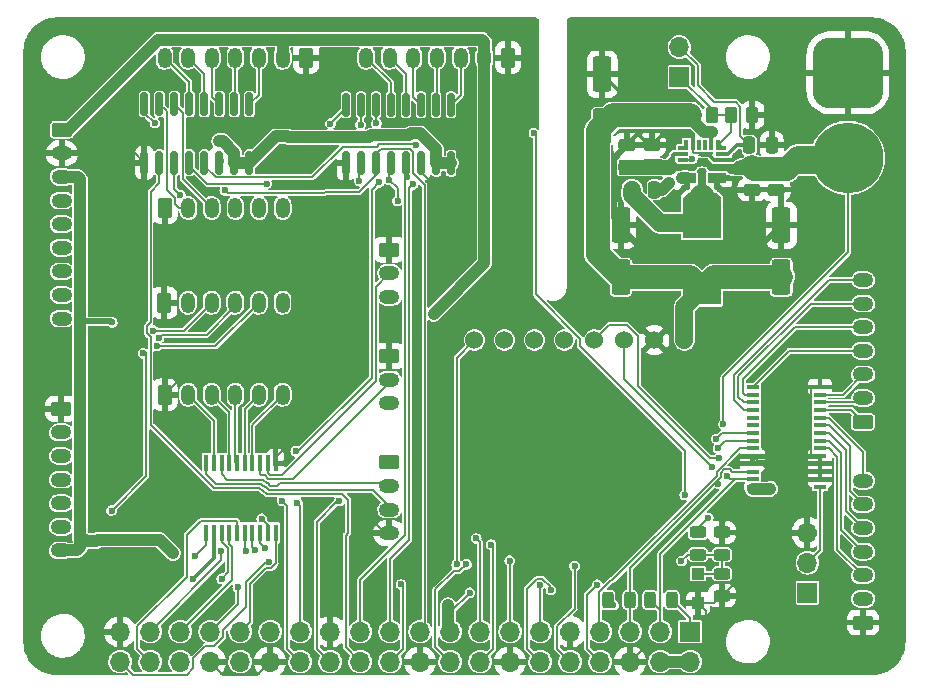
<source format=gbr>
G04 #@! TF.GenerationSoftware,KiCad,Pcbnew,(6.0.1)*
G04 #@! TF.CreationDate,2022-01-26T09:26:30-08:00*
G04 #@! TF.ProjectId,Prime Mover,5072696d-6520-44d6-9f76-65722e6b6963,rev?*
G04 #@! TF.SameCoordinates,Original*
G04 #@! TF.FileFunction,Copper,L1,Top*
G04 #@! TF.FilePolarity,Positive*
%FSLAX46Y46*%
G04 Gerber Fmt 4.6, Leading zero omitted, Abs format (unit mm)*
G04 Created by KiCad (PCBNEW (6.0.1)) date 2022-01-26 09:26:30*
%MOMM*%
%LPD*%
G01*
G04 APERTURE LIST*
G04 Aperture macros list*
%AMRoundRect*
0 Rectangle with rounded corners*
0 $1 Rounding radius*
0 $2 $3 $4 $5 $6 $7 $8 $9 X,Y pos of 4 corners*
0 Add a 4 corners polygon primitive as box body*
4,1,4,$2,$3,$4,$5,$6,$7,$8,$9,$2,$3,0*
0 Add four circle primitives for the rounded corners*
1,1,$1+$1,$2,$3*
1,1,$1+$1,$4,$5*
1,1,$1+$1,$6,$7*
1,1,$1+$1,$8,$9*
0 Add four rect primitives between the rounded corners*
20,1,$1+$1,$2,$3,$4,$5,0*
20,1,$1+$1,$4,$5,$6,$7,0*
20,1,$1+$1,$6,$7,$8,$9,0*
20,1,$1+$1,$8,$9,$2,$3,0*%
G04 Aperture macros list end*
G04 #@! TA.AperFunction,ComponentPad*
%ADD10RoundRect,0.250000X-0.350000X-0.625000X0.350000X-0.625000X0.350000X0.625000X-0.350000X0.625000X0*%
G04 #@! TD*
G04 #@! TA.AperFunction,ComponentPad*
%ADD11O,1.200000X1.750000*%
G04 #@! TD*
G04 #@! TA.AperFunction,SMDPad,CuDef*
%ADD12R,1.000000X1.000000*%
G04 #@! TD*
G04 #@! TA.AperFunction,ComponentPad*
%ADD13C,1.524000*%
G04 #@! TD*
G04 #@! TA.AperFunction,ComponentPad*
%ADD14RoundRect,0.250000X-0.625000X0.350000X-0.625000X-0.350000X0.625000X-0.350000X0.625000X0.350000X0*%
G04 #@! TD*
G04 #@! TA.AperFunction,ComponentPad*
%ADD15O,1.750000X1.200000*%
G04 #@! TD*
G04 #@! TA.AperFunction,SMDPad,CuDef*
%ADD16RoundRect,0.243750X-0.456250X0.243750X-0.456250X-0.243750X0.456250X-0.243750X0.456250X0.243750X0*%
G04 #@! TD*
G04 #@! TA.AperFunction,SMDPad,CuDef*
%ADD17R,1.100000X0.400000*%
G04 #@! TD*
G04 #@! TA.AperFunction,ComponentPad*
%ADD18RoundRect,0.250000X0.625000X-0.350000X0.625000X0.350000X-0.625000X0.350000X-0.625000X-0.350000X0*%
G04 #@! TD*
G04 #@! TA.AperFunction,SMDPad,CuDef*
%ADD19RoundRect,0.243750X0.456250X-0.243750X0.456250X0.243750X-0.456250X0.243750X-0.456250X-0.243750X0*%
G04 #@! TD*
G04 #@! TA.AperFunction,SMDPad,CuDef*
%ADD20RoundRect,0.243750X0.243750X0.456250X-0.243750X0.456250X-0.243750X-0.456250X0.243750X-0.456250X0*%
G04 #@! TD*
G04 #@! TA.AperFunction,SMDPad,CuDef*
%ADD21RoundRect,0.243750X-0.243750X-0.456250X0.243750X-0.456250X0.243750X0.456250X-0.243750X0.456250X0*%
G04 #@! TD*
G04 #@! TA.AperFunction,ComponentPad*
%ADD22RoundRect,0.250000X0.350000X0.625000X-0.350000X0.625000X-0.350000X-0.625000X0.350000X-0.625000X0*%
G04 #@! TD*
G04 #@! TA.AperFunction,SMDPad,CuDef*
%ADD23RoundRect,0.250000X-0.250000X-0.475000X0.250000X-0.475000X0.250000X0.475000X-0.250000X0.475000X0*%
G04 #@! TD*
G04 #@! TA.AperFunction,SMDPad,CuDef*
%ADD24RoundRect,0.250000X-0.262500X-0.450000X0.262500X-0.450000X0.262500X0.450000X-0.262500X0.450000X0*%
G04 #@! TD*
G04 #@! TA.AperFunction,SMDPad,CuDef*
%ADD25RoundRect,0.150000X-0.150000X0.825000X-0.150000X-0.825000X0.150000X-0.825000X0.150000X0.825000X0*%
G04 #@! TD*
G04 #@! TA.AperFunction,SMDPad,CuDef*
%ADD26RoundRect,0.250000X0.550000X-1.250000X0.550000X1.250000X-0.550000X1.250000X-0.550000X-1.250000X0*%
G04 #@! TD*
G04 #@! TA.AperFunction,ComponentPad*
%ADD27R,1.700000X1.700000*%
G04 #@! TD*
G04 #@! TA.AperFunction,ComponentPad*
%ADD28O,1.700000X1.700000*%
G04 #@! TD*
G04 #@! TA.AperFunction,SMDPad,CuDef*
%ADD29RoundRect,0.250000X-0.475000X0.250000X-0.475000X-0.250000X0.475000X-0.250000X0.475000X0.250000X0*%
G04 #@! TD*
G04 #@! TA.AperFunction,ComponentPad*
%ADD30RoundRect,1.500000X-1.500000X1.500000X-1.500000X-1.500000X1.500000X-1.500000X1.500000X1.500000X0*%
G04 #@! TD*
G04 #@! TA.AperFunction,ComponentPad*
%ADD31C,6.000000*%
G04 #@! TD*
G04 #@! TA.AperFunction,SMDPad,CuDef*
%ADD32R,0.450000X1.475000*%
G04 #@! TD*
G04 #@! TA.AperFunction,SMDPad,CuDef*
%ADD33R,3.200000X2.650000*%
G04 #@! TD*
G04 #@! TA.AperFunction,SMDPad,CuDef*
%ADD34RoundRect,0.250000X0.475000X-0.250000X0.475000X0.250000X-0.475000X0.250000X-0.475000X-0.250000X0*%
G04 #@! TD*
G04 #@! TA.AperFunction,SMDPad,CuDef*
%ADD35R,0.875000X0.300000*%
G04 #@! TD*
G04 #@! TA.AperFunction,SMDPad,CuDef*
%ADD36R,1.525000X0.250000*%
G04 #@! TD*
G04 #@! TA.AperFunction,SMDPad,CuDef*
%ADD37R,1.525000X0.950000*%
G04 #@! TD*
G04 #@! TA.AperFunction,SMDPad,CuDef*
%ADD38R,0.450000X0.600000*%
G04 #@! TD*
G04 #@! TA.AperFunction,SMDPad,CuDef*
%ADD39R,0.300000X1.650000*%
G04 #@! TD*
G04 #@! TA.AperFunction,SMDPad,CuDef*
%ADD40R,0.450000X0.875000*%
G04 #@! TD*
G04 #@! TA.AperFunction,SMDPad,CuDef*
%ADD41R,0.300000X0.875000*%
G04 #@! TD*
G04 #@! TA.AperFunction,SMDPad,CuDef*
%ADD42R,0.500000X0.350000*%
G04 #@! TD*
G04 #@! TA.AperFunction,SMDPad,CuDef*
%ADD43R,0.600000X0.250000*%
G04 #@! TD*
G04 #@! TA.AperFunction,ViaPad*
%ADD44C,0.600000*%
G04 #@! TD*
G04 #@! TA.AperFunction,Conductor*
%ADD45C,0.500000*%
G04 #@! TD*
G04 #@! TA.AperFunction,Conductor*
%ADD46C,1.000000*%
G04 #@! TD*
G04 #@! TA.AperFunction,Conductor*
%ADD47C,0.200000*%
G04 #@! TD*
G04 #@! TA.AperFunction,Conductor*
%ADD48C,0.350000*%
G04 #@! TD*
G04 #@! TA.AperFunction,Conductor*
%ADD49C,2.000000*%
G04 #@! TD*
G04 #@! TA.AperFunction,Conductor*
%ADD50C,1.500000*%
G04 #@! TD*
G04 APERTURE END LIST*
D10*
X12100000Y-24300000D03*
D11*
X14100000Y-24300000D03*
X16100000Y-24300000D03*
X18100000Y-24300000D03*
X20100000Y-24300000D03*
X22100000Y-24300000D03*
D12*
X57274000Y-47257000D03*
X57274000Y-49757000D03*
D13*
X56130000Y-27460000D03*
X53590000Y-27460000D03*
X51050000Y-27460000D03*
X48510000Y-27460000D03*
X45970000Y-27460000D03*
X43430000Y-27460000D03*
X40890000Y-27460000D03*
X38350000Y-27460000D03*
D14*
X3414000Y-9652000D03*
D15*
X3414000Y-11652000D03*
X3414000Y-13652000D03*
X3414000Y-15652000D03*
X3414000Y-17652000D03*
X3414000Y-19652000D03*
X3414000Y-21652000D03*
X3414000Y-23652000D03*
X3414000Y-25652000D03*
D16*
X57274000Y-43759500D03*
X57274000Y-45634500D03*
X59306000Y-47237000D03*
X59306000Y-49112000D03*
D17*
X67610000Y-39895000D03*
X67610000Y-39245000D03*
X67610000Y-38595000D03*
X67610000Y-37945000D03*
X67610000Y-37295000D03*
X67610000Y-36645000D03*
X67610000Y-35995000D03*
X67610000Y-35345000D03*
X67610000Y-34695000D03*
X67610000Y-34045000D03*
X67610000Y-33395000D03*
X67610000Y-32745000D03*
X67610000Y-32095000D03*
X67610000Y-31445000D03*
X61910000Y-31445000D03*
X61910000Y-32095000D03*
X61910000Y-32745000D03*
X61910000Y-33395000D03*
X61910000Y-34045000D03*
X61910000Y-34695000D03*
X61910000Y-35345000D03*
X61910000Y-35995000D03*
X61910000Y-36645000D03*
X61910000Y-37295000D03*
X61910000Y-37945000D03*
X61910000Y-38595000D03*
X61910000Y-39245000D03*
X61910000Y-39895000D03*
D18*
X71250000Y-34380000D03*
D15*
X71250000Y-32380000D03*
X71250000Y-30380000D03*
X71250000Y-28380000D03*
X71250000Y-26380000D03*
X71250000Y-24380000D03*
X71250000Y-22380000D03*
D18*
X71250000Y-51380000D03*
D15*
X71250000Y-49380000D03*
X71250000Y-47380000D03*
X71250000Y-45380000D03*
X71250000Y-43380000D03*
X71250000Y-41380000D03*
X71250000Y-39380000D03*
D19*
X59306000Y-45634500D03*
X59306000Y-43759500D03*
D14*
X31150000Y-19800000D03*
D15*
X31150000Y-21800000D03*
X31150000Y-23800000D03*
D20*
X55080000Y-49470000D03*
X53205000Y-49470000D03*
D21*
X49642500Y-49470000D03*
X51517500Y-49470000D03*
D14*
X31140000Y-28820000D03*
D15*
X31140000Y-30820000D03*
X31140000Y-32820000D03*
D14*
X31140000Y-37820000D03*
D15*
X31140000Y-39820000D03*
X31140000Y-41820000D03*
X31140000Y-43820000D03*
D14*
X3350000Y-33280000D03*
D15*
X3350000Y-35280000D03*
X3350000Y-37280000D03*
X3350000Y-39280000D03*
X3350000Y-41280000D03*
X3350000Y-43280000D03*
X3350000Y-45280000D03*
D22*
X41180000Y-3550000D03*
D11*
X39180000Y-3550000D03*
X37180000Y-3550000D03*
X35180000Y-3550000D03*
X33180000Y-3550000D03*
X31180000Y-3550000D03*
X29180000Y-3550000D03*
D23*
X51690000Y-14740000D03*
X53590000Y-14740000D03*
D24*
X60057500Y-8420000D03*
X61882500Y-8420000D03*
D25*
X19295000Y-7495000D03*
X18025000Y-7495000D03*
X16755000Y-7495000D03*
X15485000Y-7495000D03*
X14215000Y-7495000D03*
X12945000Y-7495000D03*
X11675000Y-7495000D03*
X10405000Y-7495000D03*
X10405000Y-12445000D03*
X11675000Y-12445000D03*
X12945000Y-12445000D03*
X14215000Y-12445000D03*
X15485000Y-12445000D03*
X16755000Y-12445000D03*
X18025000Y-12445000D03*
X19295000Y-12445000D03*
D26*
X49160000Y-9360000D03*
X49160000Y-4960000D03*
D22*
X24110000Y-3550000D03*
D11*
X22110000Y-3550000D03*
X20110000Y-3550000D03*
X18110000Y-3550000D03*
X16110000Y-3550000D03*
X14110000Y-3550000D03*
X12110000Y-3550000D03*
D27*
X55700000Y-5200000D03*
D28*
X55700000Y-2660000D03*
D29*
X63890000Y-12820000D03*
X63890000Y-14720000D03*
D30*
X69960000Y-4840000D03*
D31*
X69960000Y-12040000D03*
D23*
X61620000Y-10970000D03*
X63520000Y-10970000D03*
D32*
X15655000Y-43778000D03*
X16305000Y-43778000D03*
X16955000Y-43778000D03*
X17605000Y-43778000D03*
X18255000Y-43778000D03*
X18905000Y-43778000D03*
X19555000Y-43778000D03*
X20205000Y-43778000D03*
X20855000Y-43778000D03*
X21505000Y-43778000D03*
X21505000Y-37902000D03*
X20855000Y-37902000D03*
X20205000Y-37902000D03*
X19555000Y-37902000D03*
X18905000Y-37902000D03*
X18255000Y-37902000D03*
X17605000Y-37902000D03*
X16955000Y-37902000D03*
X16305000Y-37902000D03*
X15655000Y-37902000D03*
D10*
X12110000Y-32090000D03*
D11*
X14110000Y-32090000D03*
X16110000Y-32090000D03*
X18110000Y-32090000D03*
X20110000Y-32090000D03*
X22110000Y-32090000D03*
D26*
X50760000Y-22140000D03*
X50760000Y-17740000D03*
D24*
X56615000Y-8420000D03*
X58440000Y-8420000D03*
D27*
X66540000Y-48860000D03*
D28*
X66540000Y-46320000D03*
X66540000Y-43780000D03*
D33*
X57610000Y-17560000D03*
X57610000Y-23160000D03*
D34*
X53350000Y-12830000D03*
X53350000Y-10930000D03*
D35*
X55997000Y-11720000D03*
X55997000Y-12220000D03*
D36*
X56322000Y-12720000D03*
D37*
X56323000Y-13770000D03*
D38*
X56285000Y-14545000D03*
D39*
X57610000Y-14020000D03*
D38*
X58935000Y-14545000D03*
D37*
X58897000Y-13770000D03*
D36*
X58898000Y-12720000D03*
D35*
X59222000Y-12220000D03*
X59222000Y-11720000D03*
D40*
X58935000Y-10933000D03*
D41*
X58360000Y-10932000D03*
X57860000Y-10932000D03*
X57360000Y-10932000D03*
X56860000Y-10932000D03*
D40*
X56285000Y-10932000D03*
D42*
X55810000Y-11195000D03*
D43*
X57610000Y-13070000D03*
D42*
X59410000Y-11195000D03*
D26*
X64330000Y-22140000D03*
X64330000Y-17740000D03*
D34*
X51290000Y-12830000D03*
X51290000Y-10930000D03*
D10*
X12110000Y-16280000D03*
D11*
X14110000Y-16280000D03*
X16110000Y-16280000D03*
X18110000Y-16280000D03*
X20110000Y-16280000D03*
X22110000Y-16280000D03*
D29*
X61840000Y-12820000D03*
X61840000Y-14720000D03*
D25*
X36365000Y-7545000D03*
X35095000Y-7545000D03*
X33825000Y-7545000D03*
X32555000Y-7545000D03*
X31285000Y-7545000D03*
X30015000Y-7545000D03*
X28745000Y-7545000D03*
X27475000Y-7545000D03*
X27475000Y-12495000D03*
X28745000Y-12495000D03*
X30015000Y-12495000D03*
X31285000Y-12495000D03*
X32555000Y-12495000D03*
X33825000Y-12495000D03*
X35095000Y-12495000D03*
X36365000Y-12495000D03*
D27*
X56610000Y-52150000D03*
D28*
X56610000Y-54690000D03*
X54070000Y-52150000D03*
X54070000Y-54690000D03*
X51530000Y-52150000D03*
X51530000Y-54690000D03*
X48990000Y-52150000D03*
X48990000Y-54690000D03*
X46450000Y-52150000D03*
X46450000Y-54690000D03*
X43910000Y-52150000D03*
X43910000Y-54690000D03*
X41370000Y-52150000D03*
X41370000Y-54690000D03*
X38830000Y-52150000D03*
X38830000Y-54690000D03*
X36290000Y-52150000D03*
X36290000Y-54690000D03*
X33750000Y-52150000D03*
X33750000Y-54690000D03*
X31210000Y-52150000D03*
X31210000Y-54690000D03*
X28670000Y-52150000D03*
X28670000Y-54690000D03*
X26130000Y-52150000D03*
X26130000Y-54690000D03*
X23590000Y-52150000D03*
X23590000Y-54690000D03*
X21050000Y-52150000D03*
X21050000Y-54690000D03*
X18510000Y-52150000D03*
X18510000Y-54690000D03*
X15970000Y-52150000D03*
X15970000Y-54690000D03*
X13430000Y-52150000D03*
X13430000Y-54690000D03*
X10890000Y-52150000D03*
X10890000Y-54690000D03*
X8350000Y-52150000D03*
X8350000Y-54690000D03*
D44*
X8740000Y-24930000D03*
X7680000Y-25970000D03*
X12110000Y-28920000D03*
X9560000Y-29900000D03*
X11471531Y-27980898D03*
X10290000Y-28590000D03*
X11644912Y-27251726D03*
X11172930Y-26669500D03*
X22073584Y-41069467D03*
X23350000Y-41240000D03*
X7620000Y-41900000D03*
X60160000Y-42170000D03*
X59260000Y-29470000D03*
X71700000Y-35990000D03*
X45880000Y-48390000D03*
X14750000Y-53400000D03*
X63890000Y-14720000D03*
X46710000Y-14770000D03*
X51270000Y-10950000D03*
X39790000Y-23010000D03*
X65600000Y-29640000D03*
X22020000Y-6340000D03*
X58050000Y-1210000D03*
X35480000Y-44150000D03*
X22480059Y-7521977D03*
X20590000Y-35130000D03*
X57860000Y-25360000D03*
X25360000Y-41250000D03*
X52660000Y-6710000D03*
X64740000Y-33620000D03*
X42160000Y-26750000D03*
X46850000Y-21700000D03*
X47430000Y-7820000D03*
X52170000Y-10010000D03*
X15290000Y-36250000D03*
X35590000Y-27240000D03*
X55350000Y-47750000D03*
X8510605Y-33933494D03*
X57610000Y-35570000D03*
X22590000Y-37400000D03*
X63560000Y-37740000D03*
X28930000Y-41970000D03*
X23930000Y-20590000D03*
X54650000Y-16180000D03*
X47560000Y-26240000D03*
X27380000Y-5330000D03*
X8400000Y-21050000D03*
X49510000Y-24270000D03*
X54990000Y-38330000D03*
X55920000Y-13760000D03*
X1320000Y-48370000D03*
X52780000Y-47380000D03*
X11210000Y-48950000D03*
X61882500Y-8420000D03*
X25400000Y-14470000D03*
X59950000Y-15540000D03*
X26210000Y-13170000D03*
X64730000Y-8440000D03*
X60520000Y-11870000D03*
X62760000Y-20410000D03*
X64670000Y-1050000D03*
X64680000Y-50510000D03*
X16860000Y-12270000D03*
X24070000Y-34750000D03*
X73910000Y-19310000D03*
X56750000Y-13750000D03*
X59320000Y-13770000D03*
X50100000Y-43160000D03*
X35420000Y-22650000D03*
X9070000Y-10900000D03*
X39530000Y-28610000D03*
X6050000Y-43380000D03*
X50930000Y-33140000D03*
X970000Y-30890000D03*
X27220000Y-17130000D03*
X25065000Y-12025000D03*
X8420000Y-27380000D03*
X52890000Y-20080000D03*
X27100000Y-43580000D03*
X63750000Y-47340000D03*
X52000000Y-1380000D03*
X68380000Y-17000000D03*
X15270000Y-26320000D03*
X66440000Y-19390000D03*
X49050000Y-46780000D03*
X58500000Y-13780000D03*
X12060000Y-53490000D03*
X22210000Y-11190000D03*
X21940989Y-42589011D03*
X20580000Y-9360000D03*
X57640000Y-20870000D03*
X6540000Y-15090000D03*
X46810000Y-29250000D03*
X40810000Y-14180000D03*
X13331838Y-41567517D03*
X9450000Y-15160000D03*
X60240000Y-23930000D03*
X64510000Y-45210000D03*
X37780000Y-36640000D03*
X7890000Y-12330000D03*
X28290000Y-30670000D03*
X5860000Y-10920000D03*
X39160000Y-43210000D03*
X65840000Y-39940000D03*
X53620000Y-31370000D03*
X54820000Y-23840000D03*
X23360000Y-26390000D03*
X35140000Y-14550000D03*
X61760000Y-42330000D03*
X52970000Y-10630000D03*
X66160000Y-14460000D03*
X42480000Y-46130000D03*
X71160000Y-19280000D03*
X35420000Y-34140000D03*
X3300000Y-30720000D03*
X22970000Y-9340000D03*
X28630000Y-26300000D03*
X42190000Y-11290000D03*
X8940000Y-2350000D03*
X15170000Y-21010000D03*
X6020000Y-46230000D03*
X55380000Y-15320000D03*
X26910000Y-15510000D03*
X64010000Y-24480000D03*
X68180000Y-47510000D03*
X41730000Y-23290000D03*
X46980000Y-1200000D03*
X73480000Y-14320000D03*
X45660000Y-36820000D03*
X60470000Y-14000000D03*
X35470000Y-42390000D03*
X63520000Y-10970000D03*
X40620000Y-16950000D03*
X36780000Y-10010000D03*
X5660000Y-12380000D03*
X26150000Y-9140500D03*
X28710000Y-9220000D03*
X55870000Y-46170000D03*
X11290000Y-9090000D03*
X43380000Y-9940000D03*
X56150000Y-40580000D03*
X59040000Y-37470000D03*
X59740000Y-38970000D03*
X58980000Y-39620000D03*
X58475746Y-38185746D03*
X64330000Y-22140000D03*
X34890000Y-25260000D03*
X50760000Y-22140000D03*
X32125200Y-48161478D03*
X48740000Y-48180000D03*
X46820000Y-46590000D03*
X37672858Y-46458522D03*
X39750000Y-44780000D03*
X38490000Y-44260000D03*
X37962581Y-48855781D03*
X16720000Y-10600000D03*
X36110000Y-49900000D03*
X12840000Y-45510000D03*
X63400000Y-40050000D03*
X50110000Y-49900000D03*
X14545000Y-47695000D03*
X54810000Y-14140000D03*
X56789678Y-12145500D03*
X59420000Y-34580000D03*
X53350000Y-12830000D03*
X58150000Y-42540000D03*
X61840000Y-12820000D03*
X63890000Y-12820000D03*
X51290000Y-12830000D03*
X20584256Y-45061367D03*
X58970000Y-36610000D03*
X20337635Y-42589011D03*
X58830000Y-35830000D03*
X18310500Y-48385698D03*
X23220000Y-36880000D03*
X30280000Y-14110000D03*
X26920000Y-41060000D03*
X28610000Y-13990000D03*
X33380000Y-10920000D03*
X32610000Y-13670000D03*
X33160000Y-14280000D03*
X31140000Y-13920000D03*
X31840000Y-15680000D03*
X20744319Y-14219020D03*
X17210000Y-14780000D03*
X13448895Y-15188217D03*
X19020000Y-45300000D03*
X16929500Y-45335458D03*
X16950000Y-47669500D03*
X44820000Y-48620000D03*
X43880000Y-48219500D03*
X14649009Y-45790907D03*
X19777240Y-45228358D03*
X41330000Y-46140000D03*
X20920894Y-46239011D03*
X36840110Y-46458522D03*
X30041769Y-9120989D03*
D45*
X7599501Y-25889501D02*
X4950499Y-25889501D01*
D46*
X4950499Y-25889501D02*
X4950499Y-44330499D01*
X4950499Y-13863499D02*
X4950499Y-25889501D01*
D47*
X16419102Y-27980898D02*
X11471531Y-27980898D01*
D45*
X7680000Y-25970000D02*
X7599501Y-25889501D01*
D47*
X10919511Y-14919062D02*
X11675000Y-14163573D01*
X10919511Y-25954945D02*
X10919511Y-14919062D01*
X10786715Y-26148270D02*
X10786715Y-26087741D01*
X10655379Y-26279606D02*
X10786715Y-26148270D01*
X10655379Y-26286748D02*
X10655379Y-26279606D01*
X10643961Y-26298166D02*
X10655379Y-26286748D01*
X10623429Y-26381644D02*
X10643961Y-26361112D01*
X10919511Y-27193194D02*
X10623429Y-26897112D01*
X16270000Y-39980000D02*
X10919511Y-34629511D01*
X20144348Y-39980000D02*
X16270000Y-39980000D01*
X10643961Y-26361112D02*
X10643961Y-26298166D01*
X20446438Y-40282099D02*
X20144348Y-39980000D01*
X20451390Y-40287051D02*
X20446438Y-40282099D01*
X20566136Y-40303269D02*
X20563566Y-40300698D01*
X11675000Y-14163573D02*
X11675000Y-12445000D01*
X20566136Y-40303290D02*
X20566136Y-40303269D01*
X20669613Y-40406767D02*
X20566136Y-40303290D01*
X20770839Y-40508014D02*
X20669613Y-40406767D01*
X10919511Y-34629511D02*
X10919511Y-27193194D01*
X20770860Y-40508014D02*
X20770839Y-40508014D01*
X20770875Y-40508029D02*
X20770860Y-40508014D01*
X20770896Y-40508029D02*
X20770875Y-40508029D01*
X10786715Y-26087741D02*
X10919511Y-25954945D01*
X20780911Y-40518044D02*
X20770896Y-40508029D01*
X26684843Y-40518044D02*
X20780911Y-40518044D01*
X20563566Y-40300698D02*
X20549921Y-40287053D01*
X26692388Y-40510499D02*
X26684843Y-40518044D01*
X27147612Y-40510499D02*
X26692388Y-40510499D01*
X27167612Y-40520499D02*
X27157612Y-40520499D01*
X27649501Y-41002388D02*
X27167612Y-40520499D01*
X27649501Y-43807612D02*
X27649501Y-41002388D01*
X28670000Y-54690000D02*
X27439511Y-53459511D01*
X11877627Y-27019011D02*
X11644912Y-27251726D01*
X13894284Y-27000000D02*
X13875272Y-27019011D01*
X13875272Y-27019011D02*
X11877627Y-27019011D01*
X15675000Y-27000000D02*
X13894284Y-27000000D01*
X18100000Y-24300000D02*
X18100000Y-24575000D01*
X13730500Y-26669500D02*
X11172930Y-26669500D01*
X16100000Y-24300000D02*
X13730500Y-26669500D01*
X18100000Y-24575000D02*
X15675000Y-27000000D01*
X27157612Y-40520499D02*
X27147612Y-40510499D01*
X20549921Y-40287053D02*
X20451390Y-40287051D01*
X20100000Y-24300000D02*
X16419102Y-27980898D01*
X27439511Y-44017602D02*
X27649501Y-43807612D01*
X27439511Y-53459511D02*
X27439511Y-44017602D01*
X10623429Y-26897112D02*
X10623429Y-26381644D01*
X10420000Y-28460000D02*
X10290000Y-28590000D01*
X10570000Y-28460000D02*
X10420000Y-28460000D01*
X10570000Y-38950000D02*
X10570000Y-28460000D01*
X12450000Y-43380000D02*
X13331838Y-42498162D01*
X13331838Y-42498162D02*
X13331838Y-41567517D01*
X6050000Y-43380000D02*
X12450000Y-43380000D01*
X20855000Y-43106376D02*
X20337635Y-42589011D01*
X20855000Y-43778000D02*
X20855000Y-43106376D01*
X22490489Y-41486372D02*
X22073584Y-41069467D01*
X23590000Y-54690000D02*
X22490489Y-53590489D01*
X22490489Y-53590489D02*
X22490489Y-41486372D01*
X23590000Y-41480000D02*
X23350000Y-41240000D01*
X23590000Y-52150000D02*
X23590000Y-41480000D01*
X7620000Y-41900000D02*
X10570000Y-38950000D01*
D48*
X54110011Y-10169989D02*
X53350000Y-10930000D01*
D47*
X21505000Y-37902000D02*
X22088000Y-37902000D01*
X67610000Y-37295000D02*
X66860000Y-37295000D01*
D48*
X56860000Y-10932000D02*
X56860000Y-10195478D01*
D47*
X56860000Y-11518522D02*
X56860000Y-10932000D01*
D48*
X59222000Y-12220000D02*
X58670000Y-12220000D01*
D47*
X26885000Y-12495000D02*
X26210000Y-13170000D01*
X21505000Y-37389500D02*
X21505000Y-37902000D01*
X66975000Y-31445000D02*
X67610000Y-31445000D01*
D48*
X58670000Y-12220000D02*
X58210000Y-11760000D01*
D47*
X41180000Y-3550000D02*
X41180000Y-13810000D01*
X12150000Y-53400000D02*
X12060000Y-53490000D01*
D48*
X58210000Y-11750000D02*
X57553693Y-11750000D01*
D47*
X66540000Y-43780000D02*
X64638000Y-43780000D01*
D45*
X51290000Y-10930000D02*
X50165480Y-12054520D01*
D48*
X53350000Y-10930000D02*
X53090000Y-10930000D01*
D47*
X33825000Y-12495000D02*
X33825000Y-13235000D01*
D45*
X64330000Y-17740000D02*
X64330000Y-15160000D01*
X56285000Y-14545000D02*
X56155000Y-14545000D01*
D47*
X16755000Y-12375000D02*
X16860000Y-12270000D01*
D45*
X59110000Y-14720000D02*
X58935000Y-14545000D01*
D47*
X60209500Y-43759500D02*
X62434000Y-45984000D01*
D48*
X59222000Y-12220000D02*
X60170000Y-12220000D01*
D47*
X25400000Y-14470000D02*
X25400000Y-13980000D01*
X28930000Y-41970000D02*
X30780000Y-43820000D01*
D48*
X60240000Y-13770000D02*
X60470000Y-14000000D01*
D47*
X61910000Y-37295000D02*
X67610000Y-37295000D01*
X9450000Y-15160000D02*
X10405000Y-14205000D01*
X62434000Y-45984000D02*
X59306000Y-49112000D01*
X56960489Y-11619011D02*
X56860000Y-11518522D01*
X62355000Y-37740000D02*
X61910000Y-37295000D01*
X19950489Y-55789511D02*
X21050000Y-54690000D01*
X66540000Y-41825000D02*
X66540000Y-43780000D01*
D48*
X51290000Y-10930000D02*
X51290000Y-10890000D01*
D47*
X25400000Y-13980000D02*
X26210000Y-13170000D01*
X27475000Y-12495000D02*
X26885000Y-12495000D01*
X59306000Y-43024000D02*
X60160000Y-42170000D01*
D48*
X59320000Y-13770000D02*
X60240000Y-13770000D01*
D47*
X15970000Y-54690000D02*
X17069511Y-55789511D01*
D45*
X50760000Y-17740000D02*
X50760000Y-17950000D01*
D47*
X61910000Y-37945000D02*
X62660000Y-37945000D01*
X41730000Y-23290000D02*
X42160000Y-23720000D01*
D48*
X56834511Y-10169989D02*
X54110011Y-10169989D01*
D45*
X50165480Y-12054520D02*
X50165480Y-17145480D01*
D47*
X67610000Y-37295000D02*
X67610000Y-39245000D01*
X9612000Y-11652000D02*
X10405000Y-12445000D01*
X17069511Y-55789511D02*
X19950489Y-55789511D01*
X26130000Y-44520000D02*
X27070000Y-43580000D01*
X22960000Y-35934500D02*
X21505000Y-37389500D01*
X22461882Y-30965480D02*
X22960000Y-31463598D01*
X16755000Y-12445000D02*
X16755000Y-12375000D01*
D45*
X61840000Y-14720000D02*
X59110000Y-14720000D01*
D47*
X21615000Y-8325000D02*
X22418023Y-7521977D01*
X51530000Y-54690000D02*
X52629511Y-53590489D01*
X57422704Y-11619011D02*
X56960489Y-11619011D01*
D48*
X53090000Y-10930000D02*
X52170000Y-10010000D01*
D47*
X3414000Y-11652000D02*
X9612000Y-11652000D01*
X22960000Y-31463598D02*
X22960000Y-35934500D01*
X52629511Y-53590489D02*
X57368533Y-53590489D01*
X14750000Y-53400000D02*
X12150000Y-53400000D01*
D48*
X51290000Y-10890000D02*
X52170000Y-10010000D01*
D47*
X41180000Y-13810000D02*
X40810000Y-14180000D01*
D45*
X52890000Y-20080000D02*
X61990000Y-20080000D01*
X58955000Y-14545000D02*
X59950000Y-15540000D01*
D47*
X30780000Y-43820000D02*
X31140000Y-43820000D01*
X22418023Y-7521977D02*
X22480059Y-7521977D01*
D45*
X50165480Y-17145480D02*
X50760000Y-17740000D01*
D47*
X66810489Y-37245489D02*
X66810489Y-31609511D01*
X64638000Y-43780000D02*
X62434000Y-45984000D01*
X22970000Y-9340000D02*
X22630000Y-9340000D01*
X62660000Y-37945000D02*
X66540000Y-41825000D01*
X20580000Y-9360000D02*
X21615000Y-8325000D01*
X63560000Y-37740000D02*
X62355000Y-37740000D01*
D45*
X64330000Y-15160000D02*
X63890000Y-14720000D01*
X56155000Y-14545000D02*
X55380000Y-15320000D01*
D48*
X56860000Y-10195478D02*
X56834511Y-10169989D01*
D47*
X58661000Y-49757000D02*
X57274000Y-49757000D01*
X61910000Y-37945000D02*
X61910000Y-37295000D01*
X59306000Y-43759500D02*
X60209500Y-43759500D01*
X57910000Y-50393000D02*
X57274000Y-49757000D01*
D48*
X50910000Y-6710000D02*
X52660000Y-6710000D01*
D46*
X55920000Y-13760000D02*
X56313000Y-13760000D01*
D47*
X26130000Y-52150000D02*
X26130000Y-44520000D01*
X12110000Y-32090000D02*
X13234520Y-30965480D01*
X57910000Y-53049022D02*
X57910000Y-50393000D01*
D48*
X49160000Y-4960000D02*
X50910000Y-6710000D01*
D45*
X58935000Y-14545000D02*
X58955000Y-14545000D01*
X50760000Y-17950000D02*
X52890000Y-20080000D01*
D47*
X10405000Y-14205000D02*
X10405000Y-12445000D01*
X66860000Y-37295000D02*
X66810489Y-37245489D01*
X57368533Y-53590489D02*
X57910000Y-53049022D01*
X57553693Y-11750000D02*
X57422704Y-11619011D01*
X27070000Y-43580000D02*
X27100000Y-43580000D01*
X56860000Y-11540000D02*
X56920000Y-11600000D01*
X59306000Y-43759500D02*
X59306000Y-43024000D01*
X56860000Y-10932000D02*
X56860000Y-11540000D01*
X13234520Y-30965480D02*
X22461882Y-30965480D01*
D48*
X58210000Y-11760000D02*
X58210000Y-11750000D01*
D45*
X61990000Y-20080000D02*
X64330000Y-17740000D01*
D47*
X22088000Y-37902000D02*
X22590000Y-37400000D01*
D46*
X56313000Y-13760000D02*
X56323000Y-13770000D01*
D47*
X59306000Y-49112000D02*
X58661000Y-49757000D01*
X27220000Y-17130000D02*
X27220000Y-15820000D01*
X22630000Y-9340000D02*
X21615000Y-8325000D01*
X27220000Y-15820000D02*
X26910000Y-15510000D01*
D48*
X60170000Y-12220000D02*
X60520000Y-11870000D01*
D47*
X33825000Y-13235000D02*
X35140000Y-14550000D01*
X66810489Y-31609511D02*
X66975000Y-31445000D01*
X42160000Y-23720000D02*
X42160000Y-26750000D01*
X12959520Y-15448093D02*
X12290000Y-14778573D01*
X12959520Y-15929520D02*
X12959520Y-15448093D01*
X14110000Y-16280000D02*
X13310000Y-16280000D01*
X12290000Y-8110000D02*
X11675000Y-7495000D01*
X12290000Y-14778573D02*
X12290000Y-8110000D01*
X13310000Y-16280000D02*
X12959520Y-15929520D01*
X13665480Y-8215480D02*
X13665480Y-13835480D01*
X13665480Y-13835480D02*
X16110000Y-16280000D01*
X12945000Y-7495000D02*
X13665480Y-8215480D01*
X27475000Y-7545000D02*
X27475000Y-7815500D01*
X27475000Y-7815500D02*
X26150000Y-9140500D01*
X28710000Y-9220000D02*
X28710000Y-7580000D01*
X28710000Y-7580000D02*
X28745000Y-7545000D01*
X57274000Y-45634500D02*
X56405500Y-45634500D01*
X59286000Y-47257000D02*
X59306000Y-47237000D01*
X47300000Y-27970000D02*
X56150000Y-36820000D01*
X43380000Y-9940000D02*
X43540000Y-10100000D01*
X10405000Y-7495000D02*
X10405000Y-8205000D01*
X43540000Y-10100000D02*
X43540000Y-23599506D01*
X57274000Y-47257000D02*
X59286000Y-47257000D01*
X10405000Y-8205000D02*
X11290000Y-9090000D01*
X59306000Y-45634500D02*
X59306000Y-47237000D01*
X56150000Y-36820000D02*
X56150000Y-40580000D01*
X47300000Y-27359506D02*
X47300000Y-27970000D01*
X56405500Y-45634500D02*
X55870000Y-46170000D01*
X43540000Y-23599506D02*
X47300000Y-27359506D01*
X57274000Y-45634500D02*
X59306000Y-45634500D01*
X58280000Y-37470000D02*
X52180000Y-31370000D01*
X60015000Y-39245000D02*
X59740000Y-38970000D01*
X60390911Y-39245000D02*
X54070000Y-45565911D01*
X52180000Y-31370000D02*
X52180000Y-27159506D01*
X59040000Y-37470000D02*
X58280000Y-37470000D01*
X52180000Y-27159506D02*
X51230494Y-26210000D01*
X60390911Y-39245000D02*
X60015000Y-39245000D01*
X61910000Y-39245000D02*
X60390911Y-39245000D01*
X54070000Y-52150000D02*
X54070000Y-50335000D01*
X54070000Y-50335000D02*
X53205000Y-49470000D01*
X49760000Y-26210000D02*
X48510000Y-27460000D01*
X51230494Y-26210000D02*
X49760000Y-26210000D01*
X54070000Y-45565911D02*
X54070000Y-52150000D01*
X59190499Y-39099501D02*
X59190499Y-38742388D01*
X60142113Y-38595000D02*
X61910000Y-38595000D01*
X58980000Y-39620000D02*
X58980000Y-39430000D01*
X59190499Y-38742388D02*
X59512388Y-38420499D01*
X51530000Y-46760000D02*
X59190499Y-39099501D01*
X51050000Y-30760000D02*
X58475746Y-38185746D01*
X51050000Y-27460000D02*
X51050000Y-30760000D01*
X59967612Y-38420499D02*
X60142113Y-38595000D01*
X51530000Y-52150000D02*
X51530000Y-49482500D01*
X58980000Y-39430000D02*
X58920000Y-39370000D01*
X51530000Y-49482500D02*
X51517500Y-49470000D01*
X51530000Y-52150000D02*
X51530000Y-46760000D01*
X59512388Y-38420499D02*
X59967612Y-38420499D01*
D49*
X64330000Y-22140000D02*
X58630000Y-22140000D01*
X48765969Y-20145969D02*
X48765969Y-9754031D01*
D48*
X58360000Y-10932000D02*
X58360000Y-9920000D01*
D50*
X56130000Y-27460000D02*
X56130000Y-24640000D01*
D49*
X48765969Y-9754031D02*
X49160000Y-9360000D01*
D46*
X22110000Y-2225000D02*
X22110000Y-3550000D01*
X22309520Y-2025480D02*
X11592432Y-2025480D01*
D47*
X14110000Y-32090000D02*
X16305000Y-34285000D01*
D46*
X11592432Y-2025480D02*
X3965912Y-9652000D01*
D49*
X50760000Y-22140000D02*
X48765969Y-20145969D01*
X56590000Y-22140000D02*
X57610000Y-23160000D01*
D46*
X54070000Y-54690000D02*
X56610000Y-54690000D01*
D49*
X50100000Y-8420000D02*
X56615000Y-8420000D01*
D47*
X16305000Y-34285000D02*
X16305000Y-37902000D01*
D48*
X58360000Y-9920000D02*
X58440000Y-9840000D01*
D46*
X39180000Y-3550000D02*
X39180000Y-20970000D01*
X58435011Y-9844989D02*
X58440000Y-9840000D01*
X22309520Y-2025480D02*
X22110000Y-2225000D01*
D49*
X49160000Y-9360000D02*
X50100000Y-8420000D01*
D46*
X39180000Y-2225000D02*
X38980480Y-2025480D01*
X56615000Y-8665000D02*
X57794989Y-9844989D01*
D49*
X50760000Y-22140000D02*
X56590000Y-22140000D01*
D46*
X57794989Y-9844989D02*
X58435011Y-9844989D01*
X56615000Y-8420000D02*
X56615000Y-8665000D01*
X39180000Y-3550000D02*
X39180000Y-2225000D01*
X39180000Y-20970000D02*
X34890000Y-25260000D01*
X3965912Y-9652000D02*
X3414000Y-9652000D01*
X38980480Y-2025480D02*
X22309520Y-2025480D01*
D49*
X58630000Y-22140000D02*
X57610000Y-23160000D01*
D50*
X56130000Y-24640000D02*
X57610000Y-23160000D01*
D47*
X32309511Y-48345789D02*
X32125200Y-48161478D01*
X31210000Y-54690000D02*
X32309511Y-53590489D01*
X32309511Y-53590489D02*
X32309511Y-48345789D01*
X48990000Y-54690000D02*
X47890489Y-53590489D01*
X47890489Y-49029511D02*
X48740000Y-48180000D01*
X47890489Y-53590489D02*
X47890489Y-49029511D01*
X46820000Y-46590000D02*
X46820000Y-50225056D01*
X46820000Y-50225056D02*
X45350489Y-51694567D01*
X45350489Y-53590489D02*
X46450000Y-54690000D01*
X45350489Y-51694567D02*
X45350489Y-53590489D01*
X35040000Y-53440000D02*
X35040000Y-48580521D01*
X36290000Y-54690000D02*
X35040000Y-53440000D01*
X37067722Y-47008023D02*
X37389611Y-46686134D01*
X37389611Y-46686134D02*
X37445246Y-46686134D01*
X36612498Y-47008023D02*
X37067722Y-47008023D01*
X37445246Y-46686134D02*
X37672858Y-46458522D01*
X35040000Y-48580521D02*
X36612498Y-47008023D01*
X39929511Y-44959511D02*
X39929511Y-53590489D01*
X39929511Y-53590489D02*
X38830000Y-54690000D01*
X39750000Y-44780000D02*
X39929511Y-44959511D01*
X38830000Y-52150000D02*
X38830000Y-44600000D01*
X38830000Y-44600000D02*
X38490000Y-44260000D01*
D46*
X6323297Y-44489501D02*
X6442798Y-44370000D01*
X22497692Y-10210490D02*
X22576703Y-10289501D01*
X4990000Y-44965000D02*
X4675000Y-45280000D01*
X6442798Y-44370000D02*
X11700000Y-44370000D01*
X4990000Y-44370000D02*
X5417202Y-44370000D01*
X29619543Y-10130489D02*
X32826713Y-10130489D01*
D47*
X36290000Y-50528362D02*
X37962581Y-48855781D01*
D46*
X4675000Y-45280000D02*
X3350000Y-45280000D01*
X32826713Y-10130489D02*
X32986703Y-9970499D01*
X63400000Y-40050000D02*
X63350000Y-40100000D01*
X4739000Y-13652000D02*
X4950499Y-13863499D01*
X5417202Y-44370000D02*
X5536703Y-44489501D01*
X29460531Y-10289501D02*
X29619543Y-10130489D01*
X33773297Y-9970499D02*
X35095000Y-11292202D01*
X4990000Y-44370000D02*
X4990000Y-44965000D01*
X36110000Y-49900000D02*
X36110000Y-51970000D01*
X4950499Y-44330499D02*
X4990000Y-44370000D01*
X19295000Y-12445000D02*
X18025000Y-12445000D01*
X17015692Y-10600000D02*
X16720000Y-10600000D01*
X22576703Y-10289501D02*
X29460531Y-10289501D01*
X36110000Y-51970000D02*
X36290000Y-52150000D01*
D48*
X16305000Y-43778000D02*
X16305000Y-45935000D01*
D46*
X5536703Y-44489501D02*
X6323297Y-44489501D01*
D48*
X16305000Y-45935000D02*
X14545000Y-47695000D01*
D46*
X63350000Y-40100000D02*
X61910000Y-40100000D01*
D47*
X49642500Y-49470000D02*
X49680000Y-49470000D01*
X49680000Y-49470000D02*
X50110000Y-49900000D01*
X55080000Y-49470000D02*
X56610000Y-51000000D01*
D46*
X18025000Y-12445000D02*
X18025000Y-11609308D01*
X35095000Y-11292202D02*
X35095000Y-12495000D01*
X3414000Y-13652000D02*
X4739000Y-13652000D01*
X19295000Y-12445000D02*
X21529510Y-10210490D01*
D47*
X56610000Y-51000000D02*
X56610000Y-52150000D01*
D46*
X36365000Y-12495000D02*
X35095000Y-12495000D01*
X21529510Y-10210490D02*
X22497692Y-10210490D01*
D47*
X36290000Y-52150000D02*
X36290000Y-50528362D01*
D46*
X11700000Y-44370000D02*
X12840000Y-45510000D01*
X18025000Y-11609308D02*
X17015692Y-10600000D01*
X32986703Y-9970499D02*
X33773297Y-9970499D01*
D50*
X54059334Y-17560000D02*
X51690000Y-15190666D01*
D48*
X57610000Y-14020000D02*
X57610000Y-13070000D01*
X57610000Y-17560000D02*
X57610000Y-14020000D01*
D50*
X57610000Y-17560000D02*
X54059334Y-17560000D01*
X51690000Y-15190666D02*
X51690000Y-14740000D01*
D47*
X56715178Y-12220000D02*
X56789678Y-12145500D01*
D46*
X53590000Y-14740000D02*
X54210000Y-14740000D01*
D47*
X55997000Y-12220000D02*
X56715178Y-12220000D01*
D46*
X54210000Y-14740000D02*
X54810000Y-14140000D01*
D47*
X67610000Y-36645000D02*
X68360000Y-36645000D01*
X69070000Y-37355000D02*
X69070000Y-45200000D01*
X69070000Y-45200000D02*
X71250000Y-47380000D01*
X68360000Y-36645000D02*
X69070000Y-37355000D01*
X68360000Y-35995000D02*
X69420000Y-37055000D01*
X69420000Y-43550000D02*
X71250000Y-45380000D01*
X69420000Y-37055000D02*
X69420000Y-43550000D01*
X67610000Y-35995000D02*
X68360000Y-35995000D01*
X69770000Y-36755000D02*
X69770000Y-41900000D01*
X68360000Y-35345000D02*
X69770000Y-36755000D01*
X67610000Y-35345000D02*
X68360000Y-35345000D01*
X69770000Y-41900000D02*
X71250000Y-43380000D01*
X68360000Y-34695000D02*
X70125480Y-36460480D01*
X70125480Y-40255480D02*
X71250000Y-41380000D01*
X70125480Y-36460480D02*
X70125480Y-40255480D01*
X67610000Y-34695000D02*
X68360000Y-34695000D01*
X67610000Y-34045000D02*
X68360000Y-34045000D01*
X68360000Y-34045000D02*
X71250000Y-36935000D01*
X71250000Y-36935000D02*
X71250000Y-39380000D01*
X70265000Y-33395000D02*
X71250000Y-34380000D01*
X67610000Y-33395000D02*
X70265000Y-33395000D01*
D49*
X65700000Y-12040000D02*
X64780000Y-12960000D01*
D48*
X55170000Y-11970000D02*
X55170000Y-12680500D01*
D49*
X64780000Y-13000000D02*
X62020000Y-13000000D01*
D47*
X57274000Y-43759500D02*
X57274000Y-43416000D01*
D48*
X53350000Y-12830000D02*
X54310000Y-12830000D01*
X55997000Y-11720000D02*
X55209500Y-11720000D01*
D47*
X59420000Y-34580000D02*
X59420000Y-30590000D01*
X57274000Y-43416000D02*
X58150000Y-42540000D01*
D48*
X54310000Y-12830000D02*
X55170000Y-11970000D01*
X55170000Y-12680500D02*
X55209500Y-12720000D01*
D49*
X69960000Y-12040000D02*
X65700000Y-12040000D01*
D47*
X69960000Y-20030000D02*
X69960000Y-12040000D01*
D49*
X62020000Y-13000000D02*
X61864520Y-12844520D01*
X64780000Y-12960000D02*
X64780000Y-13000000D01*
D48*
X55209500Y-12720000D02*
X56322000Y-12720000D01*
D47*
X59420000Y-30590000D02*
X69970000Y-20040000D01*
D48*
X55170000Y-11759500D02*
X55170000Y-11970000D01*
X55209500Y-11720000D02*
X55170000Y-11759500D01*
D47*
X69960000Y-20030000D02*
X69970000Y-20040000D01*
X20391431Y-39732800D02*
X20596167Y-39937542D01*
X20288629Y-39630000D02*
X20391431Y-39732800D01*
X29753533Y-40158533D02*
X31140000Y-41545000D01*
X15655000Y-38839500D02*
X16445500Y-39630000D01*
X20925684Y-40168533D02*
X21804317Y-40168533D01*
X16445500Y-39630000D02*
X20288629Y-39630000D01*
X15655000Y-37902000D02*
X15655000Y-38839500D01*
X20694694Y-39937543D02*
X20925684Y-40168533D01*
X20596167Y-39937542D02*
X20694694Y-39937543D01*
X21804317Y-40168533D02*
X21814317Y-40158533D01*
X21814317Y-40158533D02*
X29753533Y-40158533D01*
X31140000Y-41545000D02*
X31140000Y-41820000D01*
X21070456Y-39819022D02*
X20839467Y-39588033D01*
X20433401Y-39280489D02*
X17395989Y-39280489D01*
X20839467Y-39588033D02*
X20740943Y-39588032D01*
X17395989Y-39280489D02*
X16955000Y-38839500D01*
X21659545Y-39819022D02*
X21070456Y-39819022D01*
X31140000Y-39820000D02*
X30615000Y-39820000D01*
X21890535Y-39588033D02*
X21659545Y-39819022D01*
X30383033Y-39588033D02*
X21890535Y-39588033D01*
X20740943Y-39588032D02*
X20433401Y-39280489D01*
X30615000Y-39820000D02*
X30383033Y-39588033D01*
X16955000Y-38839500D02*
X16955000Y-37902000D01*
X20205000Y-43778000D02*
X20205000Y-44682111D01*
X20205000Y-44682111D02*
X20584256Y-45061367D01*
X59585000Y-35995000D02*
X61910000Y-35995000D01*
X58970000Y-36610000D02*
X59585000Y-35995000D01*
X58830000Y-35830000D02*
X59315000Y-35345000D01*
X59315000Y-35345000D02*
X61910000Y-35345000D01*
X67610000Y-32745000D02*
X70885000Y-32745000D01*
X70885000Y-32745000D02*
X71250000Y-32380000D01*
X67610000Y-32095000D02*
X69535000Y-32095000D01*
X69535000Y-32095000D02*
X71250000Y-30380000D01*
X61910000Y-31445000D02*
X64975000Y-28380000D01*
X64975000Y-28380000D02*
X71250000Y-28380000D01*
X65460000Y-26380000D02*
X71250000Y-26380000D01*
X61110489Y-30729511D02*
X65460000Y-26380000D01*
X61233566Y-32095000D02*
X61110489Y-31971923D01*
X61110489Y-31971923D02*
X61110489Y-30729511D01*
X61910000Y-32095000D02*
X61233566Y-32095000D01*
X60689511Y-32274511D02*
X60689511Y-30534773D01*
X66844284Y-24380000D02*
X71250000Y-24380000D01*
X61910000Y-32745000D02*
X61160000Y-32745000D01*
X61160000Y-32745000D02*
X60689511Y-32274511D01*
X60689511Y-30534773D02*
X66844284Y-24380000D01*
X60340000Y-30390000D02*
X68350000Y-22380000D01*
X60340000Y-32575000D02*
X60340000Y-30390000D01*
X61160000Y-33395000D02*
X60340000Y-32575000D01*
X68350000Y-22380000D02*
X71250000Y-22380000D01*
X61910000Y-33395000D02*
X61160000Y-33395000D01*
X29180000Y-3550000D02*
X31285000Y-5655000D01*
X31285000Y-5655000D02*
X31285000Y-7545000D01*
X31180000Y-3550000D02*
X32555000Y-4925000D01*
X32555000Y-4925000D02*
X32555000Y-7545000D01*
X33180000Y-6900000D02*
X33180000Y-3550000D01*
X33825000Y-7545000D02*
X33180000Y-6900000D01*
X35180000Y-7460000D02*
X35180000Y-3550000D01*
X35095000Y-7545000D02*
X35180000Y-7460000D01*
X37180000Y-3550000D02*
X37180000Y-6730000D01*
X37180000Y-6730000D02*
X36365000Y-7545000D01*
X55700000Y-2660000D02*
X57260000Y-4220000D01*
X60452854Y-7280000D02*
X60866427Y-7693573D01*
D48*
X59786821Y-11720000D02*
X60536821Y-10970000D01*
X59222000Y-11720000D02*
X59786821Y-11720000D01*
D47*
X60866427Y-10216427D02*
X61620000Y-10970000D01*
X58660000Y-7280000D02*
X60452854Y-7280000D01*
X57260000Y-5880000D02*
X58660000Y-7280000D01*
X60866427Y-7693573D02*
X60866427Y-10216427D01*
X57260000Y-4220000D02*
X57260000Y-5880000D01*
D48*
X60536821Y-10970000D02*
X61620000Y-10970000D01*
D47*
X20110000Y-6680000D02*
X19295000Y-7495000D01*
X20110000Y-3550000D02*
X20110000Y-6680000D01*
X18110000Y-7410000D02*
X18025000Y-7495000D01*
X18110000Y-3550000D02*
X18110000Y-7410000D01*
X16110000Y-3550000D02*
X16110000Y-6850000D01*
X16110000Y-6850000D02*
X16755000Y-7495000D01*
X15485000Y-4925000D02*
X15485000Y-7495000D01*
X14110000Y-3550000D02*
X15485000Y-4925000D01*
X15970000Y-52150000D02*
X18310500Y-49809500D01*
X18310500Y-49809500D02*
X18310500Y-48385698D01*
X12110000Y-3550000D02*
X14215000Y-5655000D01*
X14215000Y-5655000D02*
X14215000Y-7495000D01*
X21470395Y-46386347D02*
X21470395Y-46466623D01*
X20693282Y-46788512D02*
X20672385Y-46767615D01*
X21470395Y-46466623D02*
X21148506Y-46788512D01*
X21148506Y-46788512D02*
X20693282Y-46788512D01*
X19360000Y-48080000D02*
X19360000Y-51300000D01*
X21505000Y-43778000D02*
X21505000Y-46351742D01*
X21505000Y-46351742D02*
X21470395Y-46386347D01*
X20672385Y-46767615D02*
X19360000Y-48080000D01*
X19360000Y-51300000D02*
X18510000Y-52150000D01*
X25030489Y-53590489D02*
X25030489Y-42839511D01*
X26830000Y-41060000D02*
X26920000Y-41060000D01*
X23410000Y-36880000D02*
X29650000Y-30640000D01*
X29650000Y-14870000D02*
X29650000Y-14740000D01*
X28610000Y-13990000D02*
X28610000Y-12630000D01*
X25030489Y-42839511D02*
X26820000Y-41050000D01*
X26820000Y-41050000D02*
X26830000Y-41060000D01*
X29650000Y-14740000D02*
X30280000Y-14110000D01*
X29650000Y-30640000D02*
X29650000Y-14870000D01*
X23220000Y-36880000D02*
X23410000Y-36880000D01*
X28610000Y-12630000D02*
X28745000Y-12495000D01*
X26130000Y-54690000D02*
X25030489Y-53590489D01*
X30070000Y-11100000D02*
X30290000Y-10880000D01*
X30290000Y-10880000D02*
X33250000Y-10880000D01*
X24620480Y-13669520D02*
X27190000Y-11100000D01*
X28670000Y-52150000D02*
X28670000Y-47766402D01*
X27190000Y-11100000D02*
X30070000Y-11100000D01*
X28670000Y-47766402D02*
X32490489Y-43945913D01*
X33250000Y-10880000D02*
X33280000Y-10910000D01*
X15485000Y-12715006D02*
X16439514Y-13669520D01*
X32555000Y-12495000D02*
X32555000Y-13615000D01*
X16439514Y-13669520D02*
X24620480Y-13669520D01*
X32490489Y-43945913D02*
X32490489Y-12559511D01*
X32555000Y-13615000D02*
X32610000Y-13670000D01*
X32490489Y-12559511D02*
X32555000Y-12495000D01*
X15485000Y-12445000D02*
X15485000Y-12715006D01*
X31840000Y-15680000D02*
X31840000Y-14620000D01*
X32840000Y-14600000D02*
X33160000Y-14280000D01*
X31210000Y-46110000D02*
X31210000Y-46030000D01*
X14215000Y-12445000D02*
X14215000Y-12715006D01*
X14215000Y-12715006D02*
X15719014Y-14219020D01*
X31210000Y-52150000D02*
X31210000Y-46110000D01*
X31140000Y-12640000D02*
X31285000Y-12495000D01*
X31140000Y-13920000D02*
X31140000Y-12640000D01*
X32840000Y-44400000D02*
X32840000Y-14600000D01*
X31840000Y-14620000D02*
X31140000Y-13920000D01*
X31210000Y-46030000D02*
X32840000Y-44400000D01*
X15719014Y-14219020D02*
X20744319Y-14219020D01*
X33750000Y-52150000D02*
X34119511Y-51780489D01*
X30449520Y-11270480D02*
X30015000Y-11705000D01*
X17210000Y-14780000D02*
X17449501Y-15019501D01*
X30015000Y-13517887D02*
X30015000Y-12495000D01*
X12945000Y-12445000D02*
X12945000Y-14684322D01*
X25687612Y-14959501D02*
X28573386Y-14959501D01*
X30015000Y-11705000D02*
X30015000Y-12495000D01*
X32870486Y-11270480D02*
X30449520Y-11270480D01*
X33130000Y-11529994D02*
X32870486Y-11270480D01*
X34119511Y-14345227D02*
X33130000Y-13355716D01*
X28573386Y-14959501D02*
X30015000Y-13517887D01*
X17449501Y-15019501D02*
X25627612Y-15019501D01*
X25627612Y-15019501D02*
X25687612Y-14959501D01*
X12945000Y-14684322D02*
X13448895Y-15188217D01*
X33130000Y-13355716D02*
X33130000Y-11529994D01*
X34119511Y-51780489D02*
X34119511Y-14345227D01*
X18905000Y-45185000D02*
X19020000Y-45300000D01*
X10890000Y-52150000D02*
X16929500Y-46110500D01*
X16929500Y-46110500D02*
X16929500Y-45335458D01*
X18905000Y-43778000D02*
X18905000Y-45185000D01*
X44820000Y-48382373D02*
X44107616Y-47669989D01*
X42810489Y-53590489D02*
X43910000Y-54690000D01*
X17479001Y-45107846D02*
X17479001Y-47140499D01*
X16955000Y-43778000D02*
X16955000Y-44583845D01*
X17479001Y-47140499D02*
X16950000Y-47669500D01*
X44107616Y-47669989D02*
X43652384Y-47669989D01*
X44820000Y-48620000D02*
X44820000Y-48382373D01*
X42810489Y-48511884D02*
X42810489Y-53590489D01*
X16955000Y-44583845D02*
X17479001Y-45107846D01*
X43652384Y-47669989D02*
X42810489Y-48511884D01*
X15655000Y-43778000D02*
X15655000Y-44784916D01*
X43910000Y-48249500D02*
X43880000Y-48219500D01*
X15655000Y-44784916D02*
X14649009Y-45790907D01*
X43910000Y-52150000D02*
X43910000Y-48249500D01*
X61910000Y-36645000D02*
X60793603Y-36645000D01*
X58840988Y-38597616D02*
X58840988Y-38954728D01*
X48905480Y-48809431D02*
X48905480Y-52065480D01*
X48905480Y-52065480D02*
X48990000Y-52150000D01*
X58840988Y-38954728D02*
X50017858Y-47777858D01*
X50017858Y-47777858D02*
X49937053Y-47777858D01*
X49937053Y-47777858D02*
X48905480Y-48809431D01*
X60793603Y-36645000D02*
X58840988Y-38597616D01*
X41370000Y-46180000D02*
X41370000Y-52150000D01*
X19555000Y-45006118D02*
X19777240Y-45228358D01*
X19555000Y-43778000D02*
X19555000Y-45006118D01*
X41330000Y-46140000D02*
X41370000Y-46180000D01*
X20885716Y-39238522D02*
X20578173Y-38930978D01*
X20296478Y-38930978D02*
X20205000Y-38839500D01*
X20205000Y-38839500D02*
X20205000Y-37902000D01*
X31140000Y-31095000D02*
X22996478Y-39238522D01*
X20578173Y-38930978D02*
X20296478Y-38930978D01*
X31140000Y-30820000D02*
X31140000Y-31095000D01*
X22996478Y-39238522D02*
X20885716Y-39238522D01*
X20855000Y-38713522D02*
X21030489Y-38889011D01*
X22028102Y-38889011D02*
X29999511Y-30917602D01*
X29999511Y-30917602D02*
X29999511Y-22950489D01*
X21030489Y-38889011D02*
X22028102Y-38889011D01*
X29999511Y-22950489D02*
X31150000Y-21800000D01*
X20855000Y-37902000D02*
X20855000Y-38713522D01*
X15527113Y-53400000D02*
X16274944Y-53400000D01*
X16274944Y-53400000D02*
X17069511Y-52605433D01*
X17069511Y-52605433D02*
X17069511Y-52035545D01*
X13980489Y-55789511D02*
X14529511Y-55240489D01*
X19000489Y-47945227D02*
X20706705Y-46239011D01*
X14529511Y-55240489D02*
X14529511Y-54397602D01*
X9449511Y-55789511D02*
X13980489Y-55789511D01*
X14529511Y-54397602D02*
X15527113Y-53400000D01*
X8350000Y-54690000D02*
X9449511Y-55789511D01*
X38350000Y-27460000D02*
X36840110Y-28969890D01*
X36840110Y-28969890D02*
X36840110Y-46458522D01*
X19000489Y-50104567D02*
X19000489Y-47945227D01*
X20706705Y-46239011D02*
X20920894Y-46239011D01*
X17069511Y-52035545D02*
X19000489Y-50104567D01*
X18205489Y-42790989D02*
X15180489Y-42790989D01*
X18255000Y-42840500D02*
X18205489Y-42790989D01*
X9790489Y-51694567D02*
X9790489Y-53590489D01*
X13995499Y-47489557D02*
X9790489Y-51694567D01*
X15180489Y-42790989D02*
X13995499Y-43975979D01*
X13995499Y-43975979D02*
X13995499Y-47489557D01*
X9790489Y-53590489D02*
X10890000Y-54690000D01*
X18255000Y-43778000D02*
X18255000Y-42840500D01*
X17605000Y-44739561D02*
X17828512Y-44963074D01*
X17828512Y-47751488D02*
X13430000Y-52150000D01*
X17605000Y-43778000D02*
X17605000Y-44739561D01*
X17828512Y-44963074D02*
X17828512Y-47751488D01*
X30041769Y-7571769D02*
X30041769Y-9120989D01*
X30015000Y-7545000D02*
X30041769Y-7571769D01*
X67639511Y-45220489D02*
X67639511Y-39924511D01*
X66540000Y-46320000D02*
X67639511Y-45220489D01*
X67639511Y-39924511D02*
X67610000Y-39895000D01*
X60057500Y-8420000D02*
X60057500Y-9810500D01*
X60057500Y-9810500D02*
X58935000Y-10933000D01*
X55700000Y-5200000D02*
X58440000Y-7940000D01*
X59163000Y-10933000D02*
X58935000Y-10933000D01*
X58440000Y-8420000D02*
X60057500Y-8420000D01*
X59425000Y-11195000D02*
X59163000Y-10933000D01*
X58440000Y-7940000D02*
X58440000Y-8420000D01*
X59410000Y-11195000D02*
X59425000Y-11195000D01*
X56022000Y-11195000D02*
X56285000Y-10932000D01*
X55810000Y-11195000D02*
X56022000Y-11195000D01*
X55810000Y-11195000D02*
X55805000Y-11195000D01*
X22110000Y-32090000D02*
X19555000Y-34645000D01*
X19555000Y-34645000D02*
X19555000Y-37902000D01*
X18905000Y-33295000D02*
X18905000Y-37902000D01*
X20110000Y-32090000D02*
X18905000Y-33295000D01*
X18110000Y-37757000D02*
X18255000Y-37902000D01*
X18110000Y-32090000D02*
X18110000Y-37757000D01*
X17605000Y-33585000D02*
X17605000Y-37902000D01*
X16110000Y-32090000D02*
X17605000Y-33585000D01*
G04 #@! TA.AperFunction,Conductor*
G36*
X58485368Y-139400D02*
G01*
X71970482Y-149976D01*
X71989576Y-152498D01*
X71990588Y-152769D01*
X72000000Y-155291D01*
X72009409Y-152770D01*
X72016658Y-152770D01*
X72028168Y-151582D01*
X72314962Y-167688D01*
X72323198Y-168616D01*
X72630087Y-220760D01*
X72638170Y-222604D01*
X72651985Y-226584D01*
X72937302Y-308783D01*
X72945134Y-311524D01*
X73232726Y-430648D01*
X73240203Y-434248D01*
X73394901Y-519746D01*
X73512658Y-584828D01*
X73519685Y-589244D01*
X73773551Y-769372D01*
X73780039Y-774546D01*
X74012155Y-981978D01*
X74018022Y-987845D01*
X74225454Y-1219961D01*
X74230627Y-1226448D01*
X74383322Y-1441650D01*
X74410756Y-1480315D01*
X74415171Y-1487340D01*
X74468872Y-1584505D01*
X74565752Y-1759797D01*
X74569352Y-1767274D01*
X74688476Y-2054866D01*
X74691217Y-2062698D01*
X74726501Y-2185171D01*
X74768505Y-2330967D01*
X74777395Y-2361826D01*
X74779240Y-2369913D01*
X74826758Y-2649574D01*
X74831383Y-2676797D01*
X74832312Y-2685038D01*
X74847754Y-2960001D01*
X74848418Y-2971832D01*
X74847230Y-2983341D01*
X74847230Y-2990590D01*
X74844709Y-3000000D01*
X74847231Y-3009411D01*
X74847478Y-3010334D01*
X74850000Y-3029487D01*
X74850000Y-52970513D01*
X74847478Y-52989666D01*
X74844709Y-53000000D01*
X74847230Y-53009410D01*
X74847230Y-53016659D01*
X74848418Y-53028168D01*
X74833257Y-53298149D01*
X74832313Y-53314956D01*
X74831384Y-53323198D01*
X74784754Y-53597638D01*
X74779241Y-53630084D01*
X74777396Y-53638170D01*
X74763996Y-53684683D01*
X74691217Y-53937302D01*
X74688476Y-53945134D01*
X74569352Y-54232726D01*
X74565752Y-54240203D01*
X74425082Y-54494728D01*
X74415172Y-54512658D01*
X74410757Y-54519683D01*
X74271457Y-54716008D01*
X74230628Y-54773551D01*
X74225454Y-54780039D01*
X74018022Y-55012155D01*
X74012155Y-55018022D01*
X73780039Y-55225454D01*
X73773552Y-55230627D01*
X73548015Y-55390655D01*
X73519685Y-55410756D01*
X73512660Y-55415171D01*
X73501950Y-55421090D01*
X73240203Y-55565752D01*
X73232726Y-55569352D01*
X72945134Y-55688476D01*
X72937302Y-55691217D01*
X72771445Y-55739000D01*
X72638170Y-55777396D01*
X72630087Y-55779240D01*
X72323198Y-55831384D01*
X72314962Y-55832312D01*
X72028168Y-55848418D01*
X72016659Y-55847230D01*
X72009410Y-55847230D01*
X72000000Y-55844709D01*
X71989742Y-55847458D01*
X71989666Y-55847478D01*
X71970513Y-55850000D01*
X52457840Y-55850000D01*
X52410274Y-55832687D01*
X52384964Y-55788850D01*
X52393754Y-55739000D01*
X52405514Y-55723674D01*
X52565823Y-55563365D01*
X52569965Y-55558429D01*
X52701746Y-55370226D01*
X52704966Y-55364650D01*
X52802064Y-55156422D01*
X52804269Y-55150363D01*
X52857258Y-54952606D01*
X52856331Y-54942006D01*
X52854836Y-54940511D01*
X52852532Y-54940000D01*
X50212412Y-54940000D01*
X50202416Y-54943638D01*
X50201358Y-54945471D01*
X50201461Y-54947827D01*
X50255731Y-55150363D01*
X50257936Y-55156422D01*
X50355034Y-55364650D01*
X50358254Y-55370226D01*
X50490035Y-55558429D01*
X50494177Y-55563365D01*
X50654486Y-55723674D01*
X50675878Y-55769550D01*
X50662777Y-55818445D01*
X50621313Y-55847479D01*
X50602160Y-55850000D01*
X42297840Y-55850000D01*
X42250274Y-55832687D01*
X42224964Y-55788850D01*
X42233754Y-55739000D01*
X42245514Y-55723674D01*
X42405823Y-55563365D01*
X42409965Y-55558429D01*
X42541746Y-55370226D01*
X42544966Y-55364650D01*
X42642064Y-55156422D01*
X42644269Y-55150363D01*
X42697258Y-54952606D01*
X42696331Y-54942006D01*
X42694836Y-54940511D01*
X42692532Y-54940000D01*
X40052412Y-54940000D01*
X40042416Y-54943638D01*
X40041358Y-54945471D01*
X40041461Y-54947827D01*
X40095731Y-55150363D01*
X40097936Y-55156422D01*
X40195034Y-55364650D01*
X40198254Y-55370226D01*
X40330035Y-55558429D01*
X40334177Y-55563365D01*
X40494486Y-55723674D01*
X40515878Y-55769550D01*
X40502777Y-55818445D01*
X40461313Y-55847479D01*
X40442160Y-55850000D01*
X34677840Y-55850000D01*
X34630274Y-55832687D01*
X34604964Y-55788850D01*
X34613754Y-55739000D01*
X34625514Y-55723674D01*
X34785823Y-55563365D01*
X34789965Y-55558429D01*
X34921746Y-55370226D01*
X34924966Y-55364650D01*
X35022064Y-55156422D01*
X35024269Y-55150363D01*
X35077258Y-54952606D01*
X35076331Y-54942006D01*
X35074836Y-54940511D01*
X35072532Y-54940000D01*
X32432412Y-54940000D01*
X32422416Y-54943638D01*
X32421358Y-54945471D01*
X32421461Y-54947827D01*
X32475731Y-55150363D01*
X32477936Y-55156422D01*
X32575034Y-55364650D01*
X32578254Y-55370226D01*
X32710035Y-55558429D01*
X32714177Y-55563365D01*
X32874486Y-55723674D01*
X32895878Y-55769550D01*
X32882777Y-55818445D01*
X32841313Y-55847479D01*
X32822160Y-55850000D01*
X21977840Y-55850000D01*
X21930274Y-55832687D01*
X21904964Y-55788850D01*
X21913754Y-55739000D01*
X21925514Y-55723674D01*
X22085823Y-55563365D01*
X22089965Y-55558429D01*
X22221746Y-55370226D01*
X22224966Y-55364650D01*
X22322064Y-55156422D01*
X22324269Y-55150363D01*
X22377258Y-54952606D01*
X22376331Y-54942006D01*
X22374836Y-54940511D01*
X22372532Y-54940000D01*
X19732412Y-54940000D01*
X19722416Y-54943638D01*
X19721358Y-54945471D01*
X19721461Y-54947827D01*
X19775731Y-55150363D01*
X19777936Y-55156422D01*
X19875034Y-55364650D01*
X19878254Y-55370226D01*
X20010035Y-55558429D01*
X20014177Y-55563365D01*
X20174486Y-55723674D01*
X20195878Y-55769550D01*
X20182777Y-55818445D01*
X20141313Y-55847479D01*
X20122160Y-55850000D01*
X16897840Y-55850000D01*
X16850274Y-55832687D01*
X16824964Y-55788850D01*
X16833754Y-55739000D01*
X16845514Y-55723674D01*
X17005823Y-55563365D01*
X17009965Y-55558429D01*
X17141746Y-55370226D01*
X17144966Y-55364650D01*
X17242064Y-55156422D01*
X17244269Y-55150363D01*
X17297258Y-54952606D01*
X17296331Y-54942006D01*
X17294836Y-54940511D01*
X17292532Y-54940000D01*
X15794000Y-54940000D01*
X15746434Y-54922687D01*
X15721124Y-54878850D01*
X15720000Y-54866000D01*
X15720000Y-54675963D01*
X17504757Y-54675963D01*
X17505060Y-54679572D01*
X17505060Y-54679574D01*
X17513237Y-54776946D01*
X17521175Y-54871483D01*
X17575258Y-55060091D01*
X17576911Y-55063307D01*
X17663288Y-55231380D01*
X17663291Y-55231385D01*
X17664944Y-55234601D01*
X17786818Y-55388369D01*
X17789571Y-55390712D01*
X17789572Y-55390713D01*
X17818461Y-55415299D01*
X17936238Y-55515535D01*
X17970571Y-55534723D01*
X18104354Y-55609492D01*
X18104358Y-55609494D01*
X18107513Y-55611257D01*
X18110949Y-55612374D01*
X18110955Y-55612376D01*
X18229467Y-55650882D01*
X18294118Y-55671889D01*
X18354541Y-55679094D01*
X18485346Y-55694692D01*
X18485349Y-55694692D01*
X18488946Y-55695121D01*
X18575305Y-55688476D01*
X18680965Y-55680346D01*
X18680966Y-55680346D01*
X18684576Y-55680068D01*
X18873556Y-55627303D01*
X18876783Y-55625673D01*
X19045455Y-55540471D01*
X19045458Y-55540469D01*
X19048689Y-55538837D01*
X19203303Y-55418040D01*
X19331509Y-55269511D01*
X19333292Y-55266372D01*
X19333295Y-55266368D01*
X19400025Y-55148901D01*
X19428425Y-55098909D01*
X19440269Y-55063307D01*
X19489215Y-54916168D01*
X19490358Y-54912732D01*
X19494639Y-54878850D01*
X19514691Y-54720115D01*
X19514691Y-54720111D01*
X19514949Y-54718071D01*
X19515341Y-54690000D01*
X19496194Y-54494728D01*
X19475865Y-54427394D01*
X19722742Y-54427394D01*
X19723669Y-54437994D01*
X19725164Y-54439489D01*
X19727468Y-54440000D01*
X20786952Y-54440000D01*
X20796948Y-54436362D01*
X20800000Y-54431075D01*
X20800000Y-54426952D01*
X21300000Y-54426952D01*
X21303638Y-54436948D01*
X21308925Y-54440000D01*
X22367588Y-54440000D01*
X22377584Y-54436362D01*
X22378642Y-54434529D01*
X22378539Y-54432173D01*
X22324269Y-54229637D01*
X22322064Y-54223578D01*
X22224966Y-54015350D01*
X22221746Y-54009774D01*
X22089965Y-53821571D01*
X22085823Y-53816635D01*
X21923365Y-53654177D01*
X21918428Y-53650035D01*
X21730227Y-53518254D01*
X21724651Y-53515034D01*
X21516422Y-53417936D01*
X21510363Y-53415731D01*
X21312606Y-53362742D01*
X21302006Y-53363669D01*
X21300511Y-53365164D01*
X21300000Y-53367468D01*
X21300000Y-54426952D01*
X20800000Y-54426952D01*
X20800000Y-53372412D01*
X20796362Y-53362416D01*
X20794529Y-53361358D01*
X20792173Y-53361461D01*
X20589637Y-53415731D01*
X20583578Y-53417936D01*
X20375350Y-53515034D01*
X20369774Y-53518254D01*
X20181571Y-53650035D01*
X20176635Y-53654177D01*
X20014177Y-53816635D01*
X20010035Y-53821571D01*
X19878254Y-54009774D01*
X19875034Y-54015350D01*
X19777936Y-54223578D01*
X19775731Y-54229637D01*
X19722742Y-54427394D01*
X19475865Y-54427394D01*
X19439484Y-54306894D01*
X19380793Y-54196512D01*
X19349069Y-54136848D01*
X19349068Y-54136847D01*
X19347370Y-54133653D01*
X19223361Y-53981602D01*
X19114181Y-53891281D01*
X19074975Y-53858847D01*
X19074974Y-53858846D01*
X19072180Y-53856535D01*
X19057814Y-53848767D01*
X18902768Y-53764934D01*
X18899585Y-53763213D01*
X18896135Y-53762145D01*
X18896130Y-53762143D01*
X18777841Y-53725527D01*
X18712152Y-53705193D01*
X18517019Y-53684683D01*
X18321618Y-53702466D01*
X18318145Y-53703488D01*
X18318146Y-53703488D01*
X18136864Y-53756842D01*
X18136860Y-53756844D01*
X18133393Y-53757864D01*
X18042115Y-53805583D01*
X17962719Y-53847090D01*
X17962716Y-53847092D01*
X17959512Y-53848767D01*
X17956694Y-53851033D01*
X17956692Y-53851034D01*
X17809419Y-53969444D01*
X17809418Y-53969445D01*
X17806600Y-53971711D01*
X17680480Y-54122016D01*
X17585956Y-54293954D01*
X17584864Y-54297397D01*
X17584863Y-54297399D01*
X17531242Y-54466434D01*
X17526628Y-54480978D01*
X17526225Y-54484574D01*
X17526224Y-54484577D01*
X17518597Y-54552574D01*
X17504757Y-54675963D01*
X15720000Y-54675963D01*
X15720000Y-54514000D01*
X15737313Y-54466434D01*
X15781150Y-54441124D01*
X15794000Y-54440000D01*
X17287588Y-54440000D01*
X17297584Y-54436362D01*
X17298642Y-54434529D01*
X17298539Y-54432173D01*
X17244269Y-54229637D01*
X17242064Y-54223578D01*
X17144966Y-54015350D01*
X17141746Y-54009774D01*
X17009965Y-53821571D01*
X17005823Y-53816635D01*
X16843365Y-53654177D01*
X16838428Y-53650035D01*
X16650226Y-53518254D01*
X16645451Y-53515497D01*
X16612911Y-53476723D01*
X16612908Y-53426104D01*
X16630121Y-53399083D01*
X17224038Y-52805166D01*
X17235252Y-52795963D01*
X17244052Y-52790083D01*
X17250112Y-52786034D01*
X17289979Y-52726368D01*
X17301429Y-52709232D01*
X17301430Y-52709230D01*
X17305477Y-52703173D01*
X17306920Y-52695922D01*
X17320011Y-52630107D01*
X17320011Y-52630106D01*
X17323497Y-52612582D01*
X17324919Y-52605433D01*
X17321433Y-52587907D01*
X17320011Y-52573472D01*
X17320011Y-52169957D01*
X17337324Y-52122391D01*
X17341685Y-52117631D01*
X17378821Y-52080495D01*
X17424697Y-52059103D01*
X17473592Y-52072204D01*
X17502626Y-52113668D01*
X17505063Y-52133234D01*
X17504757Y-52135963D01*
X17505060Y-52139572D01*
X17505060Y-52139575D01*
X17520104Y-52318731D01*
X17521175Y-52331483D01*
X17535858Y-52382687D01*
X17563762Y-52479999D01*
X17575258Y-52520091D01*
X17576911Y-52523307D01*
X17663288Y-52691380D01*
X17663291Y-52691385D01*
X17664944Y-52694601D01*
X17786818Y-52848369D01*
X17936238Y-52975535D01*
X17939400Y-52977302D01*
X18104354Y-53069492D01*
X18104358Y-53069494D01*
X18107513Y-53071257D01*
X18110949Y-53072374D01*
X18110955Y-53072376D01*
X18203496Y-53102444D01*
X18294118Y-53131889D01*
X18354541Y-53139094D01*
X18485346Y-53154692D01*
X18485349Y-53154692D01*
X18488946Y-53155121D01*
X18561997Y-53149500D01*
X18680965Y-53140346D01*
X18680966Y-53140346D01*
X18684576Y-53140068D01*
X18873556Y-53087303D01*
X18902315Y-53072776D01*
X19045455Y-53000471D01*
X19045458Y-53000469D01*
X19048689Y-52998837D01*
X19203303Y-52878040D01*
X19331509Y-52729511D01*
X19333292Y-52726372D01*
X19333295Y-52726368D01*
X19399195Y-52610363D01*
X19428425Y-52558909D01*
X19434019Y-52542095D01*
X19489215Y-52376168D01*
X19490358Y-52372732D01*
X19491677Y-52362297D01*
X19514691Y-52180115D01*
X19514691Y-52180111D01*
X19514949Y-52178071D01*
X19515341Y-52150000D01*
X19514293Y-52139305D01*
X19513965Y-52135963D01*
X20044757Y-52135963D01*
X20045060Y-52139572D01*
X20045060Y-52139574D01*
X20060104Y-52318731D01*
X20061175Y-52331483D01*
X20075858Y-52382687D01*
X20103762Y-52479999D01*
X20115258Y-52520091D01*
X20116911Y-52523307D01*
X20203288Y-52691380D01*
X20203291Y-52691385D01*
X20204944Y-52694601D01*
X20326818Y-52848369D01*
X20476238Y-52975535D01*
X20479400Y-52977302D01*
X20644354Y-53069492D01*
X20644358Y-53069494D01*
X20647513Y-53071257D01*
X20650949Y-53072374D01*
X20650955Y-53072376D01*
X20743496Y-53102444D01*
X20834118Y-53131889D01*
X20894541Y-53139094D01*
X21025346Y-53154692D01*
X21025349Y-53154692D01*
X21028946Y-53155121D01*
X21101997Y-53149500D01*
X21220965Y-53140346D01*
X21220966Y-53140346D01*
X21224576Y-53140068D01*
X21413556Y-53087303D01*
X21442315Y-53072776D01*
X21585455Y-53000471D01*
X21585458Y-53000469D01*
X21588689Y-52998837D01*
X21743303Y-52878040D01*
X21871509Y-52729511D01*
X21873292Y-52726372D01*
X21873295Y-52726368D01*
X21939195Y-52610363D01*
X21968425Y-52558909D01*
X21974019Y-52542095D01*
X22029215Y-52376168D01*
X22030358Y-52372732D01*
X22031677Y-52362297D01*
X22054691Y-52180115D01*
X22054691Y-52180111D01*
X22054949Y-52178071D01*
X22055341Y-52150000D01*
X22054293Y-52139305D01*
X22045167Y-52046241D01*
X22036194Y-51954728D01*
X21979484Y-51766894D01*
X21910151Y-51636498D01*
X21889069Y-51596848D01*
X21889068Y-51596847D01*
X21887370Y-51593653D01*
X21763361Y-51441602D01*
X21612180Y-51316535D01*
X21597814Y-51308767D01*
X21442768Y-51224934D01*
X21439585Y-51223213D01*
X21436135Y-51222145D01*
X21436130Y-51222143D01*
X21302402Y-51180748D01*
X21252152Y-51165193D01*
X21057019Y-51144683D01*
X20861618Y-51162466D01*
X20854500Y-51164561D01*
X20676864Y-51216842D01*
X20676860Y-51216844D01*
X20673393Y-51217864D01*
X20611747Y-51250092D01*
X20502719Y-51307090D01*
X20502716Y-51307092D01*
X20499512Y-51308767D01*
X20496694Y-51311033D01*
X20496692Y-51311034D01*
X20349419Y-51429444D01*
X20349416Y-51429447D01*
X20346600Y-51431711D01*
X20220480Y-51582016D01*
X20218738Y-51585184D01*
X20218737Y-51585186D01*
X20202046Y-51615547D01*
X20125956Y-51753954D01*
X20124864Y-51757397D01*
X20124863Y-51757399D01*
X20070011Y-51930314D01*
X20066628Y-51940978D01*
X20066225Y-51944574D01*
X20066224Y-51944577D01*
X20064365Y-51961150D01*
X20044757Y-52135963D01*
X19513965Y-52135963D01*
X19505167Y-52046241D01*
X19496194Y-51954728D01*
X19439484Y-51766894D01*
X19398500Y-51689814D01*
X19391455Y-51639689D01*
X19411512Y-51602748D01*
X19446755Y-51567506D01*
X19514530Y-51499731D01*
X19525744Y-51490528D01*
X19534541Y-51484650D01*
X19540601Y-51480601D01*
X19557382Y-51455487D01*
X19563637Y-51446125D01*
X19591918Y-51403799D01*
X19591919Y-51403798D01*
X19595966Y-51397740D01*
X19615409Y-51300000D01*
X19611922Y-51282469D01*
X19610500Y-51268034D01*
X19610500Y-48214412D01*
X19627813Y-48166846D01*
X19632174Y-48162086D01*
X20733575Y-47060686D01*
X20779452Y-47039294D01*
X20785901Y-47039012D01*
X21116544Y-47039012D01*
X21130981Y-47040434D01*
X21148506Y-47043920D01*
X21155655Y-47042498D01*
X21239100Y-47025900D01*
X21239102Y-47025899D01*
X21246247Y-47024478D01*
X21288918Y-46995966D01*
X21329107Y-46969113D01*
X21339036Y-46954253D01*
X21348239Y-46943039D01*
X21624925Y-46666354D01*
X21636139Y-46657151D01*
X21644936Y-46651273D01*
X21650996Y-46647224D01*
X21668089Y-46621643D01*
X21679915Y-46603944D01*
X21702313Y-46570422D01*
X21702314Y-46570421D01*
X21706361Y-46564363D01*
X21716736Y-46512211D01*
X21721361Y-46488961D01*
X21732409Y-46462289D01*
X21736916Y-46455543D01*
X21740966Y-46449482D01*
X21760408Y-46351742D01*
X21756922Y-46334217D01*
X21755500Y-46319780D01*
X21755500Y-44718934D01*
X21772813Y-44671368D01*
X21789820Y-44658910D01*
X21788722Y-44657267D01*
X21794008Y-44653735D01*
X21838504Y-44624004D01*
X21871767Y-44574222D01*
X21877686Y-44544469D01*
X21879790Y-44533890D01*
X21879790Y-44533889D01*
X21880500Y-44530320D01*
X21880500Y-43025680D01*
X21877603Y-43011116D01*
X21873189Y-42988925D01*
X21873188Y-42988924D01*
X21871767Y-42981778D01*
X21838504Y-42931996D01*
X21788722Y-42898733D01*
X21781576Y-42897312D01*
X21781575Y-42897311D01*
X21748390Y-42890710D01*
X21748389Y-42890710D01*
X21744820Y-42890000D01*
X21265180Y-42890000D01*
X21261611Y-42890710D01*
X21261610Y-42890710D01*
X21228425Y-42897311D01*
X21228424Y-42897312D01*
X21221278Y-42898733D01*
X21215220Y-42902781D01*
X21208484Y-42905571D01*
X21207115Y-42902265D01*
X21171969Y-42910878D01*
X21152285Y-42903714D01*
X21151516Y-42905571D01*
X21144780Y-42902781D01*
X21138722Y-42898733D01*
X21131576Y-42897312D01*
X21131575Y-42897311D01*
X21098390Y-42890710D01*
X21098389Y-42890710D01*
X21094820Y-42890000D01*
X21023537Y-42890000D01*
X20975971Y-42872687D01*
X20971211Y-42868326D01*
X20893809Y-42790924D01*
X20806704Y-42703820D01*
X20785312Y-42657944D01*
X20786056Y-42639216D01*
X20786331Y-42637583D01*
X20792632Y-42600131D01*
X20792768Y-42589011D01*
X20790581Y-42573737D01*
X20775221Y-42466483D01*
X20775220Y-42466480D01*
X20774474Y-42461270D01*
X20752190Y-42412259D01*
X20723245Y-42348597D01*
X20723243Y-42348594D01*
X20721063Y-42343799D01*
X20713638Y-42335181D01*
X20640268Y-42250031D01*
X20640267Y-42250030D01*
X20636828Y-42246039D01*
X20632409Y-42243175D01*
X20632407Y-42243173D01*
X20532964Y-42178719D01*
X20532965Y-42178719D01*
X20528541Y-42175852D01*
X20523492Y-42174342D01*
X20523490Y-42174341D01*
X20409961Y-42140388D01*
X20409960Y-42140388D01*
X20404908Y-42138877D01*
X20339406Y-42138477D01*
X20281136Y-42138121D01*
X20281135Y-42138121D01*
X20275866Y-42138089D01*
X20151790Y-42173550D01*
X20042654Y-42242410D01*
X20039166Y-42246359D01*
X20039164Y-42246361D01*
X20015966Y-42272628D01*
X19957231Y-42339133D01*
X19954992Y-42343902D01*
X19954990Y-42343905D01*
X19920451Y-42417472D01*
X19902389Y-42455943D01*
X19882536Y-42583451D01*
X19883219Y-42588674D01*
X19883219Y-42588677D01*
X19897819Y-42700323D01*
X19899268Y-42711405D01*
X19901391Y-42716230D01*
X19940156Y-42804331D01*
X19943467Y-42854842D01*
X19913535Y-42895663D01*
X19864367Y-42907694D01*
X19844522Y-42902609D01*
X19838722Y-42898733D01*
X19819673Y-42894944D01*
X19798390Y-42890710D01*
X19798389Y-42890710D01*
X19794820Y-42890000D01*
X19315180Y-42890000D01*
X19311611Y-42890710D01*
X19311610Y-42890710D01*
X19278425Y-42897311D01*
X19278424Y-42897312D01*
X19271278Y-42898733D01*
X19265220Y-42902781D01*
X19258484Y-42905571D01*
X19257115Y-42902265D01*
X19221969Y-42910878D01*
X19202285Y-42903714D01*
X19201516Y-42905571D01*
X19194780Y-42902781D01*
X19188722Y-42898733D01*
X19181576Y-42897312D01*
X19181575Y-42897311D01*
X19148390Y-42890710D01*
X19148389Y-42890710D01*
X19144820Y-42890000D01*
X18665180Y-42890000D01*
X18661611Y-42890710D01*
X18661610Y-42890710D01*
X18628425Y-42897311D01*
X18628424Y-42897312D01*
X18621278Y-42898733D01*
X18615220Y-42902781D01*
X18611304Y-42904403D01*
X18560734Y-42906611D01*
X18520575Y-42875796D01*
X18510359Y-42840746D01*
X18510408Y-42840500D01*
X18490966Y-42742759D01*
X18475788Y-42720043D01*
X18457884Y-42693249D01*
X18457883Y-42693248D01*
X18451116Y-42683119D01*
X18435601Y-42659899D01*
X18428060Y-42654860D01*
X18420741Y-42649970D01*
X18409527Y-42640767D01*
X18405222Y-42636462D01*
X18396019Y-42625248D01*
X18390139Y-42616448D01*
X18386090Y-42610388D01*
X18328310Y-42571781D01*
X18303230Y-42555023D01*
X18296085Y-42553602D01*
X18296083Y-42553601D01*
X18212638Y-42537003D01*
X18205489Y-42535581D01*
X18198340Y-42537003D01*
X18187964Y-42539067D01*
X18173527Y-42540489D01*
X15212451Y-42540489D01*
X15198014Y-42539067D01*
X15187638Y-42537003D01*
X15180489Y-42535581D01*
X15173340Y-42537003D01*
X15155815Y-42540489D01*
X15089896Y-42553601D01*
X15089894Y-42553602D01*
X15082749Y-42555023D01*
X15076692Y-42559070D01*
X15076690Y-42559071D01*
X15036114Y-42586183D01*
X14999888Y-42610388D01*
X14995839Y-42616448D01*
X14989959Y-42625248D01*
X14980756Y-42636462D01*
X13840972Y-43776246D01*
X13829757Y-43785449D01*
X13814898Y-43795378D01*
X13784022Y-43841588D01*
X13759533Y-43878238D01*
X13758112Y-43885383D01*
X13758111Y-43885385D01*
X13745483Y-43948873D01*
X13740091Y-43975979D01*
X13741513Y-43983128D01*
X13743577Y-43993504D01*
X13744999Y-44007941D01*
X13744999Y-47355145D01*
X13727686Y-47402711D01*
X13723325Y-47407471D01*
X9640917Y-51489879D01*
X9595041Y-51511271D01*
X9546146Y-51498170D01*
X9524505Y-51474553D01*
X9521746Y-51469774D01*
X9389965Y-51281571D01*
X9385823Y-51276635D01*
X9223365Y-51114177D01*
X9218428Y-51110035D01*
X9030227Y-50978254D01*
X9024651Y-50975034D01*
X8816422Y-50877936D01*
X8810363Y-50875731D01*
X8612606Y-50822742D01*
X8602006Y-50823669D01*
X8600511Y-50825164D01*
X8600000Y-50827468D01*
X8600000Y-53467588D01*
X8603638Y-53477584D01*
X8605471Y-53478642D01*
X8607827Y-53478539D01*
X8810363Y-53424269D01*
X8816422Y-53422064D01*
X9024651Y-53324966D01*
X9030227Y-53321746D01*
X9218428Y-53189965D01*
X9223365Y-53185823D01*
X9385823Y-53023365D01*
X9389963Y-53018431D01*
X9405371Y-52996426D01*
X9446836Y-52967392D01*
X9497262Y-52971803D01*
X9533056Y-53007596D01*
X9539989Y-53038870D01*
X9539989Y-53558527D01*
X9538567Y-53572964D01*
X9535081Y-53590489D01*
X9554523Y-53688230D01*
X9558571Y-53694288D01*
X9558572Y-53694290D01*
X9564036Y-53702466D01*
X9565858Y-53705193D01*
X9609888Y-53771090D01*
X9615948Y-53775139D01*
X9624748Y-53781019D01*
X9635962Y-53790222D01*
X9988299Y-54142559D01*
X10009691Y-54188435D01*
X10000820Y-54230534D01*
X9967699Y-54290783D01*
X9965956Y-54293954D01*
X9964864Y-54297397D01*
X9964863Y-54297399D01*
X9911242Y-54466434D01*
X9906628Y-54480978D01*
X9906225Y-54484574D01*
X9906224Y-54484577D01*
X9898597Y-54552574D01*
X9884757Y-54675963D01*
X9885060Y-54679572D01*
X9885060Y-54679574D01*
X9893237Y-54776946D01*
X9901175Y-54871483D01*
X9955258Y-55060091D01*
X9956911Y-55063307D01*
X10043288Y-55231380D01*
X10043291Y-55231385D01*
X10044944Y-55234601D01*
X10166818Y-55388369D01*
X10183728Y-55402760D01*
X10190656Y-55408657D01*
X10215659Y-55452671D01*
X10206521Y-55502458D01*
X10167518Y-55534723D01*
X10142695Y-55539011D01*
X9583923Y-55539011D01*
X9536357Y-55521698D01*
X9531597Y-55517337D01*
X9252040Y-55237780D01*
X9230648Y-55191904D01*
X9240023Y-55148905D01*
X9268425Y-55098909D01*
X9280269Y-55063307D01*
X9329215Y-54916168D01*
X9330358Y-54912732D01*
X9334639Y-54878850D01*
X9354691Y-54720115D01*
X9354691Y-54720111D01*
X9354949Y-54718071D01*
X9355341Y-54690000D01*
X9336194Y-54494728D01*
X9279484Y-54306894D01*
X9220793Y-54196512D01*
X9189069Y-54136848D01*
X9189068Y-54136847D01*
X9187370Y-54133653D01*
X9063361Y-53981602D01*
X8954181Y-53891281D01*
X8914975Y-53858847D01*
X8914974Y-53858846D01*
X8912180Y-53856535D01*
X8897814Y-53848767D01*
X8742768Y-53764934D01*
X8739585Y-53763213D01*
X8736135Y-53762145D01*
X8736130Y-53762143D01*
X8617841Y-53725527D01*
X8552152Y-53705193D01*
X8357019Y-53684683D01*
X8161618Y-53702466D01*
X8158145Y-53703488D01*
X8158146Y-53703488D01*
X7976864Y-53756842D01*
X7976860Y-53756844D01*
X7973393Y-53757864D01*
X7882115Y-53805583D01*
X7802719Y-53847090D01*
X7802716Y-53847092D01*
X7799512Y-53848767D01*
X7796694Y-53851033D01*
X7796692Y-53851034D01*
X7649419Y-53969444D01*
X7649418Y-53969445D01*
X7646600Y-53971711D01*
X7520480Y-54122016D01*
X7425956Y-54293954D01*
X7424864Y-54297397D01*
X7424863Y-54297399D01*
X7371242Y-54466434D01*
X7366628Y-54480978D01*
X7366225Y-54484574D01*
X7366224Y-54484577D01*
X7358597Y-54552574D01*
X7344757Y-54675963D01*
X7345060Y-54679572D01*
X7345060Y-54679574D01*
X7353237Y-54776946D01*
X7361175Y-54871483D01*
X7415258Y-55060091D01*
X7416911Y-55063307D01*
X7503288Y-55231380D01*
X7503291Y-55231385D01*
X7504944Y-55234601D01*
X7626818Y-55388369D01*
X7629571Y-55390712D01*
X7629572Y-55390713D01*
X7658461Y-55415299D01*
X7776238Y-55515535D01*
X7810571Y-55534723D01*
X7944354Y-55609492D01*
X7944358Y-55609494D01*
X7947513Y-55611257D01*
X7950949Y-55612374D01*
X7950955Y-55612376D01*
X8069467Y-55650882D01*
X8134118Y-55671889D01*
X8194541Y-55679094D01*
X8325346Y-55694692D01*
X8325349Y-55694692D01*
X8328946Y-55695121D01*
X8415305Y-55688476D01*
X8520965Y-55680346D01*
X8520966Y-55680346D01*
X8524576Y-55680068D01*
X8713556Y-55627303D01*
X8811569Y-55577793D01*
X8861829Y-55571799D01*
X8897258Y-55591518D01*
X9029414Y-55723674D01*
X9050806Y-55769550D01*
X9037705Y-55818445D01*
X8996241Y-55847479D01*
X8977088Y-55850000D01*
X3029487Y-55850000D01*
X3010334Y-55847478D01*
X3010258Y-55847458D01*
X3000000Y-55844709D01*
X2990590Y-55847230D01*
X2983341Y-55847230D01*
X2971832Y-55848418D01*
X2685038Y-55832312D01*
X2676802Y-55831384D01*
X2369913Y-55779240D01*
X2361830Y-55777396D01*
X2228555Y-55739000D01*
X2062698Y-55691217D01*
X2054866Y-55688476D01*
X1767274Y-55569352D01*
X1759797Y-55565752D01*
X1498050Y-55421090D01*
X1487340Y-55415171D01*
X1480315Y-55410756D01*
X1451986Y-55390655D01*
X1226448Y-55230627D01*
X1219961Y-55225454D01*
X987845Y-55018022D01*
X981978Y-55012155D01*
X774546Y-54780039D01*
X769372Y-54773551D01*
X728543Y-54716008D01*
X589243Y-54519683D01*
X584828Y-54512658D01*
X574919Y-54494728D01*
X434248Y-54240203D01*
X430648Y-54232726D01*
X311524Y-53945134D01*
X308783Y-53937302D01*
X236004Y-53684683D01*
X222604Y-53638170D01*
X220759Y-53630084D01*
X215246Y-53597638D01*
X168616Y-53323198D01*
X167687Y-53314956D01*
X166744Y-53298149D01*
X151582Y-53028168D01*
X152770Y-53016659D01*
X152770Y-53009410D01*
X155291Y-53000000D01*
X152522Y-52989666D01*
X150000Y-52970513D01*
X150000Y-52542095D01*
X1645028Y-52542095D01*
X1645283Y-52544767D01*
X1645283Y-52544771D01*
X1648717Y-52580760D01*
X1670534Y-52809431D01*
X1671172Y-52812037D01*
X1671172Y-52812039D01*
X1731535Y-53058722D01*
X1734364Y-53070285D01*
X1735373Y-53072776D01*
X1826659Y-53298149D01*
X1835182Y-53319192D01*
X1836534Y-53321502D01*
X1836536Y-53321505D01*
X1861224Y-53363669D01*
X1970875Y-53550938D01*
X2138601Y-53760669D01*
X2334846Y-53943991D01*
X2555499Y-54097064D01*
X2646948Y-54142559D01*
X2793545Y-54215490D01*
X2793551Y-54215492D01*
X2795938Y-54216680D01*
X2923735Y-54258574D01*
X3048575Y-54299499D01*
X3048578Y-54299500D01*
X3051126Y-54300335D01*
X3315717Y-54346276D01*
X3317971Y-54346388D01*
X3317978Y-54346389D01*
X3369817Y-54348969D01*
X3400567Y-54350500D01*
X3568223Y-54350500D01*
X3580205Y-54349631D01*
X3765174Y-54336210D01*
X3765176Y-54336210D01*
X3767846Y-54336016D01*
X3770458Y-54335439D01*
X3770460Y-54335439D01*
X4027459Y-54278699D01*
X4027463Y-54278698D01*
X4030080Y-54278120D01*
X4032587Y-54277170D01*
X4032591Y-54277169D01*
X4278707Y-54183924D01*
X4278711Y-54183922D01*
X4281211Y-54182975D01*
X4515976Y-54052574D01*
X4518101Y-54050952D01*
X4518106Y-54050949D01*
X4727321Y-53891281D01*
X4727322Y-53891280D01*
X4729458Y-53889650D01*
X4835652Y-53781019D01*
X4912442Y-53702466D01*
X4917185Y-53697614D01*
X5075225Y-53480491D01*
X5076755Y-53477584D01*
X5199015Y-53245204D01*
X5199015Y-53245203D01*
X5200265Y-53242828D01*
X5279508Y-53018431D01*
X5288794Y-52992135D01*
X5288794Y-52992133D01*
X5289688Y-52989603D01*
X5292924Y-52973188D01*
X5341100Y-52728760D01*
X5341620Y-52726122D01*
X5342763Y-52703173D01*
X5349219Y-52573472D01*
X5354972Y-52457905D01*
X5352532Y-52432325D01*
X5349970Y-52405471D01*
X7021358Y-52405471D01*
X7021461Y-52407827D01*
X7075731Y-52610363D01*
X7077936Y-52616422D01*
X7175034Y-52824650D01*
X7178254Y-52830226D01*
X7310035Y-53018429D01*
X7314177Y-53023365D01*
X7476635Y-53185823D01*
X7481572Y-53189965D01*
X7669773Y-53321746D01*
X7675349Y-53324966D01*
X7883578Y-53422064D01*
X7889637Y-53424269D01*
X8087394Y-53477258D01*
X8097994Y-53476331D01*
X8099489Y-53474836D01*
X8100000Y-53472532D01*
X8100000Y-52413048D01*
X8096362Y-52403052D01*
X8091075Y-52400000D01*
X7032412Y-52400000D01*
X7022416Y-52403638D01*
X7021358Y-52405471D01*
X5349970Y-52405471D01*
X5329721Y-52193244D01*
X5329466Y-52190569D01*
X5325903Y-52176008D01*
X5266275Y-51932325D01*
X5266274Y-51932321D01*
X5265636Y-51929715D01*
X5248494Y-51887394D01*
X7022742Y-51887394D01*
X7023669Y-51897994D01*
X7025164Y-51899489D01*
X7027468Y-51900000D01*
X8086952Y-51900000D01*
X8096948Y-51896362D01*
X8100000Y-51891075D01*
X8100000Y-50832412D01*
X8096362Y-50822416D01*
X8094529Y-50821358D01*
X8092173Y-50821461D01*
X7889637Y-50875731D01*
X7883578Y-50877936D01*
X7675350Y-50975034D01*
X7669774Y-50978254D01*
X7481571Y-51110035D01*
X7476635Y-51114177D01*
X7314177Y-51276635D01*
X7310035Y-51281571D01*
X7178254Y-51469774D01*
X7175034Y-51475350D01*
X7077936Y-51683578D01*
X7075731Y-51689637D01*
X7022742Y-51887394D01*
X5248494Y-51887394D01*
X5214062Y-51802386D01*
X5165826Y-51683296D01*
X5165825Y-51683293D01*
X5164818Y-51680808D01*
X5159655Y-51671989D01*
X5085124Y-51544701D01*
X5029125Y-51449062D01*
X4861399Y-51239331D01*
X4684700Y-51074268D01*
X4667109Y-51057835D01*
X4667107Y-51057833D01*
X4665154Y-51056009D01*
X4444501Y-50902936D01*
X4318629Y-50840316D01*
X4206455Y-50784510D01*
X4206449Y-50784508D01*
X4204062Y-50783320D01*
X4065632Y-50737940D01*
X3951425Y-50700501D01*
X3951422Y-50700500D01*
X3948874Y-50699665D01*
X3684283Y-50653724D01*
X3682029Y-50653612D01*
X3682022Y-50653611D01*
X3630183Y-50651031D01*
X3599433Y-50649500D01*
X3431777Y-50649500D01*
X3430454Y-50649596D01*
X3234826Y-50663790D01*
X3234824Y-50663790D01*
X3232154Y-50663984D01*
X3229542Y-50664561D01*
X3229540Y-50664561D01*
X2972541Y-50721301D01*
X2972537Y-50721302D01*
X2969920Y-50721880D01*
X2967413Y-50722830D01*
X2967409Y-50722831D01*
X2721293Y-50816076D01*
X2721289Y-50816078D01*
X2718789Y-50817025D01*
X2484024Y-50947426D01*
X2481899Y-50949048D01*
X2481894Y-50949051D01*
X2299369Y-51088350D01*
X2270542Y-51110350D01*
X2268664Y-51112271D01*
X2268663Y-51112272D01*
X2160585Y-51222831D01*
X2082815Y-51302386D01*
X1924775Y-51519509D01*
X1923524Y-51521887D01*
X1923522Y-51521890D01*
X1808195Y-51741092D01*
X1799735Y-51757172D01*
X1710312Y-52010397D01*
X1709794Y-52013027D01*
X1709792Y-52013033D01*
X1677180Y-52178495D01*
X1658380Y-52273878D01*
X1645028Y-52542095D01*
X150000Y-52542095D01*
X150000Y-45320862D01*
X2320497Y-45320862D01*
X2350134Y-45493340D01*
X2418654Y-45654373D01*
X2421203Y-45657837D01*
X2421205Y-45657840D01*
X2518897Y-45790587D01*
X2522383Y-45795324D01*
X2655755Y-45908632D01*
X2811616Y-45988219D01*
X2981606Y-46029815D01*
X2992648Y-46030500D01*
X3668822Y-46030500D01*
X3670947Y-46030252D01*
X3670951Y-46030252D01*
X3794557Y-46015841D01*
X3798828Y-46015343D01*
X3802869Y-46013876D01*
X3802870Y-46013876D01*
X3959285Y-45957100D01*
X3959288Y-45957099D01*
X3963331Y-45955631D01*
X3966929Y-45953272D01*
X3966935Y-45953269D01*
X3983185Y-45942615D01*
X4023758Y-45930500D01*
X4595015Y-45930500D01*
X4604096Y-45931502D01*
X4604115Y-45931306D01*
X4608752Y-45931744D01*
X4613296Y-45932760D01*
X4617950Y-45932614D01*
X4617953Y-45932614D01*
X4684026Y-45930537D01*
X4686351Y-45930500D01*
X4715925Y-45930500D01*
X4718221Y-45930210D01*
X4718222Y-45930210D01*
X4718934Y-45930120D01*
X4722654Y-45929650D01*
X4729589Y-45929105D01*
X4777569Y-45927597D01*
X4801727Y-45920578D01*
X4813090Y-45918225D01*
X4833438Y-45915655D01*
X4833441Y-45915654D01*
X4838058Y-45915071D01*
X4882702Y-45897395D01*
X4889292Y-45895138D01*
X4920163Y-45886170D01*
X4930924Y-45883044D01*
X4930926Y-45883043D01*
X4935398Y-45881744D01*
X4957059Y-45868934D01*
X4967479Y-45863830D01*
X4986539Y-45856284D01*
X4986544Y-45856281D01*
X4990871Y-45854568D01*
X4994636Y-45851833D01*
X4994639Y-45851831D01*
X5028333Y-45827350D01*
X5029711Y-45826349D01*
X5035535Y-45822523D01*
X5036677Y-45821848D01*
X5060918Y-45807512D01*
X5072856Y-45800452D01*
X5072857Y-45800452D01*
X5076865Y-45798081D01*
X5094657Y-45780289D01*
X5103487Y-45772748D01*
X5120070Y-45760700D01*
X5120071Y-45760699D01*
X5123837Y-45757963D01*
X5127868Y-45753091D01*
X5154436Y-45720975D01*
X5159128Y-45715818D01*
X5393418Y-45481528D01*
X5400548Y-45475816D01*
X5400422Y-45475664D01*
X5404008Y-45472697D01*
X5407940Y-45470202D01*
X5456389Y-45418609D01*
X5458007Y-45416939D01*
X5478911Y-45396035D01*
X5483059Y-45390688D01*
X5487585Y-45385389D01*
X5517258Y-45353791D01*
X5517261Y-45353787D01*
X5520448Y-45350393D01*
X5532566Y-45328350D01*
X5538942Y-45318643D01*
X5551509Y-45302442D01*
X5554362Y-45298764D01*
X5556234Y-45294440D01*
X5573427Y-45254708D01*
X5576494Y-45248447D01*
X5597384Y-45210449D01*
X5597385Y-45210446D01*
X5599627Y-45206368D01*
X5600787Y-45201852D01*
X5602394Y-45195595D01*
X5630993Y-45153830D01*
X5674068Y-45140001D01*
X6243312Y-45140001D01*
X6252393Y-45141003D01*
X6252412Y-45140807D01*
X6257049Y-45141245D01*
X6261593Y-45142261D01*
X6266247Y-45142115D01*
X6266250Y-45142115D01*
X6332323Y-45140038D01*
X6334648Y-45140001D01*
X6364222Y-45140001D01*
X6366518Y-45139711D01*
X6366519Y-45139711D01*
X6367231Y-45139621D01*
X6370951Y-45139151D01*
X6377886Y-45138606D01*
X6425866Y-45137098D01*
X6450024Y-45130079D01*
X6461387Y-45127726D01*
X6481735Y-45125156D01*
X6481738Y-45125155D01*
X6486355Y-45124572D01*
X6530999Y-45106896D01*
X6537589Y-45104639D01*
X6561861Y-45097588D01*
X6579221Y-45092545D01*
X6579223Y-45092544D01*
X6583695Y-45091245D01*
X6605356Y-45078435D01*
X6615776Y-45073331D01*
X6634836Y-45065785D01*
X6634841Y-45065782D01*
X6639168Y-45064069D01*
X6642933Y-45061334D01*
X6642936Y-45061332D01*
X6678009Y-45035849D01*
X6683836Y-45032022D01*
X6685906Y-45030798D01*
X6723562Y-45020500D01*
X11399902Y-45020500D01*
X11447468Y-45037813D01*
X11452228Y-45042174D01*
X12408965Y-45998911D01*
X12410790Y-46000327D01*
X12410795Y-46000331D01*
X12451828Y-46032159D01*
X12506236Y-46074362D01*
X12510504Y-46076209D01*
X12651391Y-46137176D01*
X12657073Y-46139635D01*
X12819404Y-46165346D01*
X12934620Y-46154455D01*
X12978398Y-46150317D01*
X12978400Y-46150317D01*
X12983029Y-46149879D01*
X13074385Y-46116989D01*
X13133286Y-46095784D01*
X13133289Y-46095783D01*
X13137668Y-46094206D01*
X13142954Y-46090614D01*
X13187063Y-46060637D01*
X13273602Y-46001825D01*
X13280585Y-45993905D01*
X13338914Y-45927743D01*
X13382291Y-45878541D01*
X13391833Y-45859815D01*
X13422736Y-45799164D01*
X13456907Y-45732100D01*
X13492760Y-45571703D01*
X13492354Y-45558762D01*
X13488648Y-45440862D01*
X13487597Y-45407430D01*
X13484599Y-45397112D01*
X13443043Y-45254072D01*
X13441744Y-45249601D01*
X13429745Y-45229311D01*
X13360452Y-45112144D01*
X13358081Y-45108135D01*
X12216528Y-43966582D01*
X12210816Y-43959452D01*
X12210664Y-43959578D01*
X12207697Y-43955992D01*
X12205202Y-43952060D01*
X12153609Y-43903611D01*
X12151939Y-43901993D01*
X12131035Y-43881089D01*
X12125688Y-43876941D01*
X12120389Y-43872415D01*
X12088791Y-43842742D01*
X12088787Y-43842739D01*
X12085393Y-43839552D01*
X12063350Y-43827434D01*
X12053643Y-43821058D01*
X12037442Y-43808491D01*
X12033764Y-43805638D01*
X12029494Y-43803790D01*
X12029492Y-43803789D01*
X11989709Y-43786574D01*
X11983448Y-43783506D01*
X11945455Y-43762619D01*
X11945449Y-43762617D01*
X11941368Y-43760373D01*
X11916999Y-43754116D01*
X11906013Y-43750355D01*
X11887204Y-43742216D01*
X11887202Y-43742215D01*
X11882926Y-43740365D01*
X11878329Y-43739637D01*
X11878326Y-43739636D01*
X11835507Y-43732854D01*
X11828681Y-43731440D01*
X11786684Y-43720657D01*
X11786683Y-43720657D01*
X11782177Y-43719500D01*
X11757022Y-43719500D01*
X11745445Y-43718589D01*
X11737849Y-43717386D01*
X11720595Y-43714653D01*
X11672792Y-43719172D01*
X11665828Y-43719500D01*
X6522783Y-43719500D01*
X6513702Y-43718498D01*
X6513683Y-43718694D01*
X6509046Y-43718256D01*
X6504502Y-43717240D01*
X6499848Y-43717386D01*
X6499845Y-43717386D01*
X6433772Y-43719463D01*
X6431447Y-43719500D01*
X6401873Y-43719500D01*
X6399577Y-43719790D01*
X6399576Y-43719790D01*
X6398864Y-43719880D01*
X6395144Y-43720350D01*
X6388209Y-43720895D01*
X6340229Y-43722403D01*
X6316071Y-43729422D01*
X6304708Y-43731775D01*
X6284360Y-43734345D01*
X6284357Y-43734346D01*
X6279740Y-43734929D01*
X6235096Y-43752605D01*
X6228506Y-43754862D01*
X6225727Y-43755669D01*
X6186874Y-43766956D01*
X6186872Y-43766957D01*
X6182400Y-43768256D01*
X6160739Y-43781066D01*
X6150319Y-43786170D01*
X6131259Y-43793716D01*
X6131254Y-43793719D01*
X6126927Y-43795432D01*
X6123162Y-43798167D01*
X6123159Y-43798169D01*
X6100324Y-43814760D01*
X6088411Y-43823416D01*
X6088086Y-43823652D01*
X6082259Y-43827479D01*
X6080189Y-43828703D01*
X6042533Y-43839001D01*
X5820592Y-43839001D01*
X5784944Y-43829849D01*
X5780546Y-43827430D01*
X5770845Y-43821058D01*
X5754644Y-43808491D01*
X5750966Y-43805638D01*
X5746696Y-43803790D01*
X5746694Y-43803789D01*
X5706911Y-43786574D01*
X5700650Y-43783506D01*
X5662657Y-43762619D01*
X5662651Y-43762617D01*
X5658570Y-43760373D01*
X5654056Y-43759214D01*
X5649734Y-43757503D01*
X5650460Y-43755669D01*
X5614821Y-43731256D01*
X5600999Y-43688191D01*
X5600999Y-26364001D01*
X5618312Y-26316435D01*
X5662149Y-26291125D01*
X5674999Y-26290001D01*
X7327927Y-26290001D01*
X7375786Y-26308277D01*
X7376639Y-26309291D01*
X7484060Y-26380796D01*
X7489092Y-26382368D01*
X7489094Y-26382369D01*
X7524096Y-26393304D01*
X7607233Y-26419278D01*
X7612501Y-26419375D01*
X7612504Y-26419375D01*
X7666552Y-26420365D01*
X7736255Y-26421643D01*
X7741338Y-26420257D01*
X7741340Y-26420257D01*
X7855671Y-26389086D01*
X7860755Y-26387700D01*
X7970724Y-26320179D01*
X8057322Y-26224507D01*
X8113588Y-26108375D01*
X8134997Y-25981120D01*
X8135133Y-25970000D01*
X8129028Y-25927372D01*
X8117586Y-25847472D01*
X8117585Y-25847469D01*
X8116839Y-25842259D01*
X8114659Y-25837464D01*
X8065610Y-25729586D01*
X8065608Y-25729583D01*
X8063428Y-25724788D01*
X8047868Y-25706729D01*
X7982633Y-25631020D01*
X7982632Y-25631019D01*
X7979193Y-25627028D01*
X7974774Y-25624164D01*
X7974772Y-25624162D01*
X7875329Y-25559708D01*
X7875330Y-25559708D01*
X7870906Y-25556841D01*
X7797131Y-25534777D01*
X7787116Y-25530767D01*
X7783591Y-25528205D01*
X7778048Y-25526404D01*
X7778046Y-25526403D01*
X7758779Y-25520143D01*
X7748051Y-25515699D01*
X7729998Y-25506501D01*
X7724805Y-25503855D01*
X7709045Y-25501359D01*
X7699038Y-25499774D01*
X7687747Y-25497063D01*
X7668475Y-25490801D01*
X7668472Y-25490801D01*
X7662934Y-25489001D01*
X5674999Y-25489001D01*
X5627433Y-25471688D01*
X5602123Y-25427851D01*
X5600999Y-25415001D01*
X5600999Y-13943484D01*
X5602001Y-13934402D01*
X5601805Y-13934383D01*
X5602243Y-13929748D01*
X5603259Y-13925203D01*
X5603062Y-13918912D01*
X5601036Y-13854459D01*
X5600999Y-13852135D01*
X5600999Y-13822574D01*
X5600150Y-13815853D01*
X5599605Y-13808913D01*
X5599482Y-13805007D01*
X5598097Y-13760930D01*
X5594952Y-13750103D01*
X5591077Y-13736764D01*
X5588723Y-13725396D01*
X5586154Y-13705062D01*
X5586154Y-13705061D01*
X5585570Y-13700441D01*
X5567897Y-13655805D01*
X5565642Y-13649219D01*
X5565006Y-13647028D01*
X5552244Y-13603101D01*
X5549823Y-13599006D01*
X5539436Y-13581444D01*
X5534328Y-13571016D01*
X5526783Y-13551959D01*
X5526779Y-13551951D01*
X5525067Y-13547628D01*
X5496850Y-13508790D01*
X5493023Y-13502964D01*
X5470948Y-13465638D01*
X5468580Y-13461634D01*
X5450788Y-13443842D01*
X5443247Y-13435012D01*
X5431199Y-13418429D01*
X5431198Y-13418428D01*
X5428462Y-13414662D01*
X5391474Y-13384063D01*
X5386317Y-13379371D01*
X5341136Y-13334190D01*
X9605000Y-13334190D01*
X9605114Y-13337089D01*
X9607603Y-13368722D01*
X9608955Y-13376121D01*
X9652419Y-13525727D01*
X9656088Y-13534206D01*
X9734946Y-13667547D01*
X9740610Y-13674849D01*
X9850151Y-13784390D01*
X9857453Y-13790054D01*
X9990794Y-13868912D01*
X9999273Y-13872581D01*
X10145916Y-13915185D01*
X10152242Y-13913430D01*
X10155000Y-13909417D01*
X10155000Y-12708048D01*
X10151362Y-12698052D01*
X10146075Y-12695000D01*
X9618048Y-12695000D01*
X9608052Y-12698638D01*
X9605000Y-12703925D01*
X9605000Y-13334190D01*
X5341136Y-13334190D01*
X5255528Y-13248582D01*
X5249816Y-13241452D01*
X5249664Y-13241578D01*
X5246697Y-13237992D01*
X5244202Y-13234060D01*
X5192609Y-13185611D01*
X5190939Y-13183993D01*
X5170035Y-13163089D01*
X5166733Y-13160527D01*
X5164688Y-13158941D01*
X5159389Y-13154415D01*
X5127791Y-13124742D01*
X5127787Y-13124739D01*
X5124393Y-13121552D01*
X5102350Y-13109434D01*
X5092643Y-13103058D01*
X5076442Y-13090491D01*
X5072764Y-13087638D01*
X5068494Y-13085790D01*
X5068492Y-13085789D01*
X5028709Y-13068574D01*
X5022448Y-13065506D01*
X4984455Y-13044619D01*
X4984449Y-13044617D01*
X4980368Y-13042373D01*
X4955999Y-13036116D01*
X4945013Y-13032355D01*
X4926204Y-13024216D01*
X4926202Y-13024215D01*
X4921926Y-13022365D01*
X4917329Y-13021637D01*
X4917326Y-13021636D01*
X4874507Y-13014854D01*
X4867681Y-13013440D01*
X4825684Y-13002657D01*
X4825683Y-13002657D01*
X4821177Y-13001500D01*
X4796022Y-13001500D01*
X4784445Y-13000589D01*
X4781678Y-13000151D01*
X4759595Y-12996653D01*
X4711792Y-13001172D01*
X4704828Y-13001500D01*
X4083219Y-13001500D01*
X4049566Y-12993405D01*
X4013326Y-12974900D01*
X3952384Y-12943781D01*
X3782394Y-12902185D01*
X3771352Y-12901500D01*
X3095178Y-12901500D01*
X3093053Y-12901748D01*
X3093049Y-12901748D01*
X2969443Y-12916159D01*
X2965172Y-12916657D01*
X2961131Y-12918124D01*
X2961130Y-12918124D01*
X2804715Y-12974900D01*
X2804712Y-12974901D01*
X2800669Y-12976369D01*
X2654315Y-13072323D01*
X2619941Y-13108609D01*
X2536915Y-13196252D01*
X2536913Y-13196255D01*
X2533960Y-13199372D01*
X2531804Y-13203083D01*
X2531803Y-13203085D01*
X2489414Y-13276064D01*
X2446061Y-13350702D01*
X2395333Y-13518193D01*
X2395067Y-13522480D01*
X2384769Y-13688484D01*
X2384497Y-13692862D01*
X2414134Y-13865340D01*
X2482654Y-14026373D01*
X2485203Y-14029837D01*
X2485205Y-14029840D01*
X2583623Y-14163573D01*
X2586383Y-14167324D01*
X2719755Y-14280632D01*
X2875616Y-14360219D01*
X3045606Y-14401815D01*
X3056648Y-14402500D01*
X3732822Y-14402500D01*
X3734947Y-14402252D01*
X3734951Y-14402252D01*
X3858557Y-14387841D01*
X3862828Y-14387343D01*
X3866869Y-14385876D01*
X3866870Y-14385876D01*
X4023285Y-14329100D01*
X4023288Y-14329099D01*
X4027331Y-14327631D01*
X4030929Y-14325272D01*
X4030935Y-14325269D01*
X4047185Y-14314615D01*
X4087758Y-14302500D01*
X4225999Y-14302500D01*
X4273565Y-14319813D01*
X4298875Y-14363650D01*
X4299999Y-14376500D01*
X4299999Y-15026307D01*
X4282686Y-15073873D01*
X4238849Y-15099183D01*
X4188999Y-15090393D01*
X4178087Y-15082703D01*
X4158060Y-15065689D01*
X4108245Y-15023368D01*
X3952384Y-14943781D01*
X3782394Y-14902185D01*
X3771352Y-14901500D01*
X3095178Y-14901500D01*
X3093053Y-14901748D01*
X3093049Y-14901748D01*
X2969443Y-14916159D01*
X2965172Y-14916657D01*
X2961131Y-14918124D01*
X2961130Y-14918124D01*
X2804715Y-14974900D01*
X2804712Y-14974901D01*
X2800669Y-14976369D01*
X2654315Y-15072323D01*
X2614807Y-15114028D01*
X2536915Y-15196252D01*
X2536913Y-15196255D01*
X2533960Y-15199372D01*
X2531804Y-15203083D01*
X2531803Y-15203085D01*
X2495137Y-15266211D01*
X2446061Y-15350702D01*
X2395333Y-15518193D01*
X2395067Y-15522480D01*
X2385273Y-15680360D01*
X2384497Y-15692862D01*
X2414134Y-15865340D01*
X2482654Y-16026373D01*
X2485203Y-16029837D01*
X2485205Y-16029840D01*
X2560125Y-16131643D01*
X2586383Y-16167324D01*
X2719755Y-16280632D01*
X2875616Y-16360219D01*
X3045606Y-16401815D01*
X3056648Y-16402500D01*
X3732822Y-16402500D01*
X3734947Y-16402252D01*
X3734951Y-16402252D01*
X3858557Y-16387841D01*
X3862828Y-16387343D01*
X3866869Y-16385876D01*
X3866870Y-16385876D01*
X4023285Y-16329100D01*
X4023288Y-16329099D01*
X4027331Y-16327631D01*
X4173685Y-16231677D01*
X4176645Y-16228552D01*
X4178529Y-16226977D01*
X4226125Y-16209745D01*
X4273662Y-16227139D01*
X4298897Y-16271019D01*
X4299999Y-16283745D01*
X4299999Y-17026307D01*
X4282686Y-17073873D01*
X4238849Y-17099183D01*
X4188999Y-17090393D01*
X4178087Y-17082703D01*
X4163093Y-17069965D01*
X4108245Y-17023368D01*
X3952384Y-16943781D01*
X3782394Y-16902185D01*
X3771352Y-16901500D01*
X3095178Y-16901500D01*
X3093053Y-16901748D01*
X3093049Y-16901748D01*
X2969443Y-16916159D01*
X2965172Y-16916657D01*
X2961131Y-16918124D01*
X2961130Y-16918124D01*
X2804715Y-16974900D01*
X2804712Y-16974901D01*
X2800669Y-16976369D01*
X2654315Y-17072323D01*
X2651356Y-17075447D01*
X2536915Y-17196252D01*
X2536913Y-17196255D01*
X2533960Y-17199372D01*
X2531804Y-17203083D01*
X2531803Y-17203085D01*
X2505750Y-17247939D01*
X2446061Y-17350702D01*
X2395333Y-17518193D01*
X2395067Y-17522480D01*
X2387072Y-17651362D01*
X2384497Y-17692862D01*
X2414134Y-17865340D01*
X2482654Y-18026373D01*
X2485203Y-18029837D01*
X2485205Y-18029840D01*
X2583009Y-18162739D01*
X2586383Y-18167324D01*
X2719755Y-18280632D01*
X2875616Y-18360219D01*
X3045606Y-18401815D01*
X3056648Y-18402500D01*
X3732822Y-18402500D01*
X3734947Y-18402252D01*
X3734951Y-18402252D01*
X3858557Y-18387841D01*
X3862828Y-18387343D01*
X3866869Y-18385876D01*
X3866870Y-18385876D01*
X4023285Y-18329100D01*
X4023288Y-18329099D01*
X4027331Y-18327631D01*
X4173685Y-18231677D01*
X4176645Y-18228552D01*
X4178529Y-18226977D01*
X4226125Y-18209745D01*
X4273662Y-18227139D01*
X4298897Y-18271019D01*
X4299999Y-18283745D01*
X4299999Y-19026307D01*
X4282686Y-19073873D01*
X4238849Y-19099183D01*
X4188999Y-19090393D01*
X4178087Y-19082703D01*
X4163093Y-19069965D01*
X4108245Y-19023368D01*
X3952384Y-18943781D01*
X3782394Y-18902185D01*
X3771352Y-18901500D01*
X3095178Y-18901500D01*
X3093053Y-18901748D01*
X3093049Y-18901748D01*
X2969443Y-18916159D01*
X2965172Y-18916657D01*
X2961131Y-18918124D01*
X2961130Y-18918124D01*
X2804715Y-18974900D01*
X2804712Y-18974901D01*
X2800669Y-18976369D01*
X2654315Y-19072323D01*
X2651356Y-19075447D01*
X2536915Y-19196252D01*
X2536913Y-19196255D01*
X2533960Y-19199372D01*
X2446061Y-19350702D01*
X2395333Y-19518193D01*
X2395067Y-19522480D01*
X2385785Y-19672103D01*
X2384497Y-19692862D01*
X2414134Y-19865340D01*
X2482654Y-20026373D01*
X2485203Y-20029837D01*
X2485205Y-20029840D01*
X2559350Y-20130590D01*
X2586383Y-20167324D01*
X2719755Y-20280632D01*
X2875616Y-20360219D01*
X3045606Y-20401815D01*
X3056648Y-20402500D01*
X3732822Y-20402500D01*
X3734947Y-20402252D01*
X3734951Y-20402252D01*
X3858557Y-20387841D01*
X3862828Y-20387343D01*
X3866869Y-20385876D01*
X3866870Y-20385876D01*
X4023285Y-20329100D01*
X4023288Y-20329099D01*
X4027331Y-20327631D01*
X4173685Y-20231677D01*
X4176645Y-20228552D01*
X4178529Y-20226977D01*
X4226125Y-20209745D01*
X4273662Y-20227139D01*
X4298897Y-20271019D01*
X4299999Y-20283745D01*
X4299999Y-21026307D01*
X4282686Y-21073873D01*
X4238849Y-21099183D01*
X4188999Y-21090393D01*
X4178087Y-21082703D01*
X4140733Y-21050969D01*
X4108245Y-21023368D01*
X3952384Y-20943781D01*
X3782394Y-20902185D01*
X3771352Y-20901500D01*
X3095178Y-20901500D01*
X3093053Y-20901748D01*
X3093049Y-20901748D01*
X2969443Y-20916159D01*
X2965172Y-20916657D01*
X2961131Y-20918124D01*
X2961130Y-20918124D01*
X2804715Y-20974900D01*
X2804712Y-20974901D01*
X2800669Y-20976369D01*
X2654315Y-21072323D01*
X2629341Y-21098686D01*
X2536915Y-21196252D01*
X2536913Y-21196255D01*
X2533960Y-21199372D01*
X2531804Y-21203083D01*
X2531803Y-21203085D01*
X2507029Y-21245737D01*
X2446061Y-21350702D01*
X2395333Y-21518193D01*
X2395067Y-21522480D01*
X2385805Y-21671781D01*
X2384497Y-21692862D01*
X2414134Y-21865340D01*
X2482654Y-22026373D01*
X2485203Y-22029837D01*
X2485205Y-22029840D01*
X2582982Y-22162702D01*
X2586383Y-22167324D01*
X2719755Y-22280632D01*
X2875616Y-22360219D01*
X3045606Y-22401815D01*
X3056648Y-22402500D01*
X3732822Y-22402500D01*
X3734947Y-22402252D01*
X3734951Y-22402252D01*
X3858557Y-22387841D01*
X3862828Y-22387343D01*
X3866869Y-22385876D01*
X3866870Y-22385876D01*
X4023285Y-22329100D01*
X4023288Y-22329099D01*
X4027331Y-22327631D01*
X4173685Y-22231677D01*
X4176645Y-22228552D01*
X4178529Y-22226977D01*
X4226125Y-22209745D01*
X4273662Y-22227139D01*
X4298897Y-22271019D01*
X4299999Y-22283745D01*
X4299999Y-23026307D01*
X4282686Y-23073873D01*
X4238849Y-23099183D01*
X4188999Y-23090393D01*
X4178087Y-23082703D01*
X4140733Y-23050969D01*
X4108245Y-23023368D01*
X3952384Y-22943781D01*
X3782394Y-22902185D01*
X3771352Y-22901500D01*
X3095178Y-22901500D01*
X3093053Y-22901748D01*
X3093049Y-22901748D01*
X2969443Y-22916159D01*
X2965172Y-22916657D01*
X2961131Y-22918124D01*
X2961130Y-22918124D01*
X2804715Y-22974900D01*
X2804712Y-22974901D01*
X2800669Y-22976369D01*
X2654315Y-23072323D01*
X2628870Y-23099183D01*
X2536915Y-23196252D01*
X2536913Y-23196255D01*
X2533960Y-23199372D01*
X2531804Y-23203083D01*
X2531803Y-23203085D01*
X2486026Y-23281897D01*
X2446061Y-23350702D01*
X2395333Y-23518193D01*
X2395067Y-23522480D01*
X2385805Y-23671781D01*
X2384497Y-23692862D01*
X2414134Y-23865340D01*
X2482654Y-24026373D01*
X2485203Y-24029837D01*
X2485205Y-24029840D01*
X2582982Y-24162702D01*
X2586383Y-24167324D01*
X2719755Y-24280632D01*
X2875616Y-24360219D01*
X3045606Y-24401815D01*
X3056648Y-24402500D01*
X3732822Y-24402500D01*
X3734947Y-24402252D01*
X3734951Y-24402252D01*
X3858557Y-24387841D01*
X3862828Y-24387343D01*
X3866869Y-24385876D01*
X3866870Y-24385876D01*
X4023285Y-24329100D01*
X4023288Y-24329099D01*
X4027331Y-24327631D01*
X4173685Y-24231677D01*
X4176645Y-24228552D01*
X4178529Y-24226977D01*
X4226125Y-24209745D01*
X4273662Y-24227139D01*
X4298897Y-24271019D01*
X4299999Y-24283745D01*
X4299999Y-25026307D01*
X4282686Y-25073873D01*
X4238849Y-25099183D01*
X4188999Y-25090393D01*
X4178087Y-25082703D01*
X4143443Y-25053271D01*
X4108245Y-25023368D01*
X3952384Y-24943781D01*
X3782394Y-24902185D01*
X3771352Y-24901500D01*
X3095178Y-24901500D01*
X3093053Y-24901748D01*
X3093049Y-24901748D01*
X2969443Y-24916159D01*
X2965172Y-24916657D01*
X2961131Y-24918124D01*
X2961130Y-24918124D01*
X2804715Y-24974900D01*
X2804712Y-24974901D01*
X2800669Y-24976369D01*
X2654315Y-25072323D01*
X2637197Y-25090393D01*
X2536915Y-25196252D01*
X2536913Y-25196255D01*
X2533960Y-25199372D01*
X2531804Y-25203083D01*
X2531803Y-25203085D01*
X2493398Y-25269205D01*
X2446061Y-25350702D01*
X2395333Y-25518193D01*
X2395067Y-25522480D01*
X2385795Y-25671947D01*
X2384497Y-25692862D01*
X2414134Y-25865340D01*
X2415818Y-25869297D01*
X2415818Y-25869298D01*
X2423779Y-25888008D01*
X2482654Y-26026373D01*
X2485203Y-26029837D01*
X2485205Y-26029840D01*
X2582982Y-26162702D01*
X2586383Y-26167324D01*
X2719755Y-26280632D01*
X2875616Y-26360219D01*
X3045606Y-26401815D01*
X3056648Y-26402500D01*
X3732822Y-26402500D01*
X3734947Y-26402252D01*
X3734951Y-26402252D01*
X3858557Y-26387841D01*
X3862828Y-26387343D01*
X3866869Y-26385876D01*
X3866870Y-26385876D01*
X4023285Y-26329100D01*
X4023288Y-26329099D01*
X4027331Y-26327631D01*
X4173685Y-26231677D01*
X4176645Y-26228552D01*
X4178529Y-26226977D01*
X4226125Y-26209745D01*
X4273662Y-26227139D01*
X4298897Y-26271019D01*
X4299999Y-26283745D01*
X4299999Y-32145082D01*
X4282686Y-32192648D01*
X4238849Y-32217958D01*
X4202702Y-32215319D01*
X4131965Y-32191856D01*
X4124104Y-32190171D01*
X4026714Y-32180193D01*
X4022943Y-32180000D01*
X3613048Y-32180000D01*
X3603052Y-32183638D01*
X3600000Y-32188925D01*
X3600000Y-34366951D01*
X3603638Y-34376947D01*
X3608925Y-34379999D01*
X4022925Y-34379999D01*
X4026733Y-34379802D01*
X4125390Y-34369567D01*
X4133259Y-34367867D01*
X4202580Y-34344740D01*
X4253180Y-34346109D01*
X4291062Y-34379683D01*
X4299999Y-34414936D01*
X4299999Y-34708784D01*
X4282686Y-34756350D01*
X4238849Y-34781660D01*
X4188999Y-34772870D01*
X4178053Y-34764163D01*
X4177617Y-34764676D01*
X4044245Y-34651368D01*
X3888384Y-34571781D01*
X3718394Y-34530185D01*
X3707352Y-34529500D01*
X3031178Y-34529500D01*
X3029053Y-34529748D01*
X3029049Y-34529748D01*
X2905443Y-34544159D01*
X2901172Y-34544657D01*
X2897131Y-34546124D01*
X2897130Y-34546124D01*
X2740715Y-34602900D01*
X2740712Y-34602901D01*
X2736669Y-34604369D01*
X2590315Y-34700323D01*
X2582300Y-34708784D01*
X2472915Y-34824252D01*
X2472913Y-34824255D01*
X2469960Y-34827372D01*
X2467804Y-34831083D01*
X2467803Y-34831085D01*
X2424506Y-34905627D01*
X2382061Y-34978702D01*
X2331333Y-35146193D01*
X2331067Y-35150480D01*
X2330204Y-35164399D01*
X2320497Y-35320862D01*
X2350134Y-35493340D01*
X2418654Y-35654373D01*
X2421203Y-35657837D01*
X2421205Y-35657840D01*
X2510329Y-35778944D01*
X2522383Y-35795324D01*
X2525654Y-35798103D01*
X2536474Y-35807296D01*
X2655755Y-35908632D01*
X2811616Y-35988219D01*
X2981606Y-36029815D01*
X2992648Y-36030500D01*
X3668822Y-36030500D01*
X3670947Y-36030252D01*
X3670951Y-36030252D01*
X3794557Y-36015841D01*
X3798828Y-36015343D01*
X3802869Y-36013876D01*
X3802870Y-36013876D01*
X3959285Y-35957100D01*
X3959288Y-35957099D01*
X3963331Y-35955631D01*
X4109685Y-35859677D01*
X4172278Y-35793602D01*
X4217558Y-35770978D01*
X4266789Y-35782752D01*
X4296933Y-35823416D01*
X4299999Y-35844495D01*
X4299999Y-36708784D01*
X4282686Y-36756350D01*
X4238849Y-36781660D01*
X4188999Y-36772870D01*
X4178053Y-36764163D01*
X4177617Y-36764676D01*
X4044245Y-36651368D01*
X3888384Y-36571781D01*
X3718394Y-36530185D01*
X3707352Y-36529500D01*
X3031178Y-36529500D01*
X3029053Y-36529748D01*
X3029049Y-36529748D01*
X2927684Y-36541566D01*
X2901172Y-36544657D01*
X2897131Y-36546124D01*
X2897130Y-36546124D01*
X2740715Y-36602900D01*
X2740712Y-36602901D01*
X2736669Y-36604369D01*
X2590315Y-36700323D01*
X2557212Y-36735267D01*
X2472915Y-36824252D01*
X2472913Y-36824255D01*
X2469960Y-36827372D01*
X2467804Y-36831083D01*
X2467803Y-36831085D01*
X2452544Y-36857356D01*
X2382061Y-36978702D01*
X2331333Y-37146193D01*
X2331067Y-37150480D01*
X2320963Y-37313358D01*
X2320497Y-37320862D01*
X2350134Y-37493340D01*
X2418654Y-37654373D01*
X2421203Y-37657837D01*
X2421205Y-37657840D01*
X2483568Y-37742580D01*
X2522383Y-37795324D01*
X2655755Y-37908632D01*
X2811616Y-37988219D01*
X2981606Y-38029815D01*
X2992648Y-38030500D01*
X3668822Y-38030500D01*
X3670947Y-38030252D01*
X3670951Y-38030252D01*
X3794557Y-38015841D01*
X3798828Y-38015343D01*
X3802869Y-38013876D01*
X3802870Y-38013876D01*
X3959285Y-37957100D01*
X3959288Y-37957099D01*
X3963331Y-37955631D01*
X4109685Y-37859677D01*
X4172278Y-37793602D01*
X4217558Y-37770978D01*
X4266789Y-37782752D01*
X4296933Y-37823416D01*
X4299999Y-37844495D01*
X4299999Y-38708784D01*
X4282686Y-38756350D01*
X4238849Y-38781660D01*
X4188999Y-38772870D01*
X4178053Y-38764163D01*
X4177617Y-38764676D01*
X4044245Y-38651368D01*
X3888384Y-38571781D01*
X3718394Y-38530185D01*
X3707352Y-38529500D01*
X3031178Y-38529500D01*
X3029053Y-38529748D01*
X3029049Y-38529748D01*
X2905443Y-38544159D01*
X2901172Y-38544657D01*
X2897131Y-38546124D01*
X2897130Y-38546124D01*
X2740715Y-38602900D01*
X2740712Y-38602901D01*
X2736669Y-38604369D01*
X2590315Y-38700323D01*
X2584247Y-38706729D01*
X2472915Y-38824252D01*
X2472913Y-38824255D01*
X2469960Y-38827372D01*
X2467804Y-38831083D01*
X2467803Y-38831085D01*
X2418292Y-38916326D01*
X2382061Y-38978702D01*
X2331333Y-39146193D01*
X2331067Y-39150480D01*
X2321215Y-39309291D01*
X2320497Y-39320862D01*
X2350134Y-39493340D01*
X2351818Y-39497297D01*
X2351818Y-39497298D01*
X2356248Y-39507708D01*
X2418654Y-39654373D01*
X2421203Y-39657837D01*
X2421205Y-39657840D01*
X2493968Y-39756712D01*
X2522383Y-39795324D01*
X2655755Y-39908632D01*
X2811616Y-39988219D01*
X2981606Y-40029815D01*
X2992648Y-40030500D01*
X3668822Y-40030500D01*
X3670947Y-40030252D01*
X3670951Y-40030252D01*
X3794557Y-40015841D01*
X3798828Y-40015343D01*
X3802869Y-40013876D01*
X3802870Y-40013876D01*
X3959285Y-39957100D01*
X3959288Y-39957099D01*
X3963331Y-39955631D01*
X4109685Y-39859677D01*
X4172278Y-39793602D01*
X4217558Y-39770978D01*
X4266789Y-39782752D01*
X4296933Y-39823416D01*
X4299999Y-39844495D01*
X4299999Y-40708784D01*
X4282686Y-40756350D01*
X4238849Y-40781660D01*
X4188999Y-40772870D01*
X4178053Y-40764163D01*
X4177617Y-40764676D01*
X4044245Y-40651368D01*
X3888384Y-40571781D01*
X3718394Y-40530185D01*
X3707352Y-40529500D01*
X3031178Y-40529500D01*
X3029053Y-40529748D01*
X3029049Y-40529748D01*
X2905443Y-40544159D01*
X2901172Y-40544657D01*
X2897131Y-40546124D01*
X2897130Y-40546124D01*
X2740715Y-40602900D01*
X2740712Y-40602901D01*
X2736669Y-40604369D01*
X2590315Y-40700323D01*
X2544103Y-40749105D01*
X2472915Y-40824252D01*
X2472913Y-40824255D01*
X2469960Y-40827372D01*
X2467804Y-40831083D01*
X2467803Y-40831085D01*
X2431609Y-40893399D01*
X2382061Y-40978702D01*
X2331333Y-41146193D01*
X2331067Y-41150480D01*
X2321287Y-41308135D01*
X2320497Y-41320862D01*
X2350134Y-41493340D01*
X2351818Y-41497297D01*
X2351818Y-41497298D01*
X2357019Y-41509520D01*
X2418654Y-41654373D01*
X2421203Y-41657837D01*
X2421205Y-41657840D01*
X2515219Y-41785589D01*
X2522383Y-41795324D01*
X2655755Y-41908632D01*
X2811616Y-41988219D01*
X2981606Y-42029815D01*
X2992648Y-42030500D01*
X3668822Y-42030500D01*
X3670947Y-42030252D01*
X3670951Y-42030252D01*
X3794557Y-42015841D01*
X3798828Y-42015343D01*
X3802869Y-42013876D01*
X3802870Y-42013876D01*
X3959285Y-41957100D01*
X3959288Y-41957099D01*
X3963331Y-41955631D01*
X4109685Y-41859677D01*
X4172278Y-41793602D01*
X4217558Y-41770978D01*
X4266789Y-41782752D01*
X4296933Y-41823416D01*
X4299999Y-41844495D01*
X4299999Y-42708784D01*
X4282686Y-42756350D01*
X4238849Y-42781660D01*
X4188999Y-42772870D01*
X4178053Y-42764163D01*
X4177617Y-42764676D01*
X4044245Y-42651368D01*
X3888384Y-42571781D01*
X3718394Y-42530185D01*
X3707352Y-42529500D01*
X3031178Y-42529500D01*
X3029053Y-42529748D01*
X3029049Y-42529748D01*
X2916568Y-42542862D01*
X2901172Y-42544657D01*
X2897131Y-42546124D01*
X2897130Y-42546124D01*
X2740715Y-42602900D01*
X2740712Y-42602901D01*
X2736669Y-42604369D01*
X2590315Y-42700323D01*
X2552695Y-42740035D01*
X2472915Y-42824252D01*
X2472913Y-42824255D01*
X2469960Y-42827372D01*
X2467804Y-42831083D01*
X2467803Y-42831085D01*
X2421456Y-42910878D01*
X2382061Y-42978702D01*
X2331333Y-43146193D01*
X2331067Y-43150480D01*
X2320949Y-43313578D01*
X2320497Y-43320862D01*
X2350134Y-43493340D01*
X2351818Y-43497297D01*
X2351818Y-43497298D01*
X2365733Y-43530000D01*
X2418654Y-43654373D01*
X2421203Y-43657837D01*
X2421205Y-43657840D01*
X2518527Y-43790084D01*
X2522383Y-43795324D01*
X2655755Y-43908632D01*
X2811616Y-43988219D01*
X2981606Y-44029815D01*
X2992648Y-44030500D01*
X3668822Y-44030500D01*
X3670947Y-44030252D01*
X3670951Y-44030252D01*
X3794557Y-44015841D01*
X3798828Y-44015343D01*
X3802869Y-44013876D01*
X3802870Y-44013876D01*
X3959285Y-43957100D01*
X3959288Y-43957099D01*
X3963331Y-43955631D01*
X4109685Y-43859677D01*
X4172278Y-43793602D01*
X4217558Y-43770978D01*
X4266789Y-43782752D01*
X4296933Y-43823416D01*
X4299999Y-43844495D01*
X4299999Y-44250514D01*
X4298997Y-44259595D01*
X4299193Y-44259614D01*
X4298755Y-44264251D01*
X4297739Y-44268795D01*
X4297885Y-44273449D01*
X4297885Y-44273452D01*
X4299962Y-44339525D01*
X4299999Y-44341850D01*
X4299999Y-44371424D01*
X4300725Y-44377167D01*
X4300848Y-44378143D01*
X4301394Y-44385088D01*
X4302902Y-44433068D01*
X4309921Y-44457226D01*
X4312274Y-44468589D01*
X4315428Y-44493557D01*
X4329168Y-44528259D01*
X4330582Y-44578856D01*
X4299141Y-44618527D01*
X4260365Y-44629500D01*
X4019219Y-44629500D01*
X3985566Y-44621405D01*
X3967657Y-44612260D01*
X3888384Y-44571781D01*
X3718394Y-44530185D01*
X3707352Y-44529500D01*
X3031178Y-44529500D01*
X3029053Y-44529748D01*
X3029049Y-44529748D01*
X2944667Y-44539586D01*
X2901172Y-44544657D01*
X2897131Y-44546124D01*
X2897130Y-44546124D01*
X2740715Y-44602900D01*
X2740712Y-44602901D01*
X2736669Y-44604369D01*
X2590315Y-44700323D01*
X2546618Y-44746450D01*
X2472915Y-44824252D01*
X2472913Y-44824255D01*
X2469960Y-44827372D01*
X2467804Y-44831083D01*
X2467803Y-44831085D01*
X2417013Y-44918528D01*
X2382061Y-44978702D01*
X2331333Y-45146193D01*
X2331067Y-45150480D01*
X2320857Y-45315061D01*
X2320497Y-45320862D01*
X150000Y-45320862D01*
X150000Y-33677925D01*
X1975001Y-33677925D01*
X1975198Y-33681733D01*
X1985433Y-33780390D01*
X1987132Y-33788256D01*
X2039840Y-33946241D01*
X2043461Y-33953969D01*
X2130967Y-34095378D01*
X2136269Y-34102067D01*
X2253959Y-34219553D01*
X2260660Y-34224845D01*
X2402219Y-34312103D01*
X2409958Y-34315711D01*
X2568035Y-34368144D01*
X2575896Y-34369829D01*
X2673286Y-34379807D01*
X2677057Y-34380000D01*
X3086952Y-34380000D01*
X3096948Y-34376362D01*
X3100000Y-34371075D01*
X3100000Y-33543048D01*
X3096362Y-33533052D01*
X3091075Y-33530000D01*
X1988049Y-33530000D01*
X1978053Y-33533638D01*
X1975001Y-33538925D01*
X1975001Y-33677925D01*
X150000Y-33677925D01*
X150000Y-33016952D01*
X1975000Y-33016952D01*
X1978638Y-33026948D01*
X1983925Y-33030000D01*
X3086952Y-33030000D01*
X3096948Y-33026362D01*
X3100000Y-33021075D01*
X3100000Y-32193049D01*
X3096362Y-32183053D01*
X3091075Y-32180001D01*
X2677075Y-32180001D01*
X2673267Y-32180198D01*
X2574610Y-32190433D01*
X2566744Y-32192132D01*
X2408759Y-32244840D01*
X2401031Y-32248461D01*
X2259622Y-32335967D01*
X2252933Y-32341269D01*
X2135447Y-32458959D01*
X2130155Y-32465660D01*
X2042897Y-32607219D01*
X2039289Y-32614958D01*
X1986856Y-32773035D01*
X1985171Y-32780896D01*
X1975193Y-32878286D01*
X1975000Y-32882057D01*
X1975000Y-33016952D01*
X150000Y-33016952D01*
X150000Y-11907910D01*
X2069488Y-11907910D01*
X2069534Y-11909417D01*
X2093373Y-12008330D01*
X2095655Y-12014958D01*
X2179619Y-12199626D01*
X2183114Y-12205704D01*
X2300478Y-12371158D01*
X2305062Y-12376469D01*
X2451600Y-12516747D01*
X2457098Y-12521090D01*
X2627522Y-12631132D01*
X2633740Y-12634355D01*
X2821899Y-12710185D01*
X2828616Y-12712175D01*
X3028553Y-12751219D01*
X3033832Y-12751860D01*
X3035802Y-12751957D01*
X3037588Y-12752000D01*
X3150952Y-12752000D01*
X3160948Y-12748362D01*
X3164000Y-12743075D01*
X3164000Y-12738952D01*
X3664000Y-12738952D01*
X3667638Y-12748948D01*
X3672925Y-12752000D01*
X3739686Y-12752000D01*
X3743205Y-12751832D01*
X3894441Y-12737403D01*
X3901329Y-12736077D01*
X4095985Y-12678972D01*
X4102496Y-12676368D01*
X4282839Y-12583485D01*
X4288736Y-12579699D01*
X4448261Y-12454390D01*
X4453341Y-12449553D01*
X4586292Y-12296340D01*
X4590367Y-12290626D01*
X4653237Y-12181952D01*
X9605000Y-12181952D01*
X9608638Y-12191948D01*
X9613925Y-12195000D01*
X10141952Y-12195000D01*
X10151948Y-12191362D01*
X10155000Y-12186075D01*
X10155000Y-10985752D01*
X10151362Y-10975756D01*
X10148455Y-10974078D01*
X9999273Y-11017419D01*
X9990794Y-11021088D01*
X9857453Y-11099946D01*
X9850151Y-11105610D01*
X9740610Y-11215151D01*
X9734946Y-11222453D01*
X9656088Y-11355794D01*
X9652419Y-11364273D01*
X9608955Y-11513879D01*
X9607603Y-11521278D01*
X9605114Y-11552911D01*
X9605000Y-11555811D01*
X9605000Y-12181952D01*
X4653237Y-12181952D01*
X4691942Y-12115049D01*
X4694868Y-12108658D01*
X4761412Y-11917031D01*
X4762178Y-11913888D01*
X4760225Y-11904499D01*
X4757055Y-11902000D01*
X3677048Y-11902000D01*
X3667052Y-11905638D01*
X3664000Y-11910925D01*
X3664000Y-12738952D01*
X3164000Y-12738952D01*
X3164000Y-11915048D01*
X3160362Y-11905052D01*
X3155075Y-11902000D01*
X2080795Y-11902000D01*
X2070799Y-11905638D01*
X2069488Y-11907910D01*
X150000Y-11907910D01*
X150000Y-11390112D01*
X2065822Y-11390112D01*
X2067775Y-11399501D01*
X2070945Y-11402000D01*
X3150952Y-11402000D01*
X3160948Y-11398362D01*
X3164000Y-11393075D01*
X3164000Y-11388952D01*
X3664000Y-11388952D01*
X3667638Y-11398948D01*
X3672925Y-11402000D01*
X4747205Y-11402000D01*
X4757201Y-11398362D01*
X4758512Y-11396090D01*
X4758466Y-11394583D01*
X4734627Y-11295670D01*
X4732345Y-11289042D01*
X4648381Y-11104374D01*
X4644886Y-11098296D01*
X4527522Y-10932842D01*
X4522938Y-10927531D01*
X4376400Y-10787253D01*
X4370902Y-10782910D01*
X4200478Y-10672868D01*
X4194260Y-10669645D01*
X4006101Y-10593815D01*
X3999384Y-10591825D01*
X3799447Y-10552781D01*
X3794168Y-10552140D01*
X3792198Y-10552043D01*
X3790412Y-10552000D01*
X3677048Y-10552000D01*
X3667052Y-10555638D01*
X3664000Y-10560925D01*
X3664000Y-11388952D01*
X3164000Y-11388952D01*
X3164000Y-10565048D01*
X3160362Y-10555052D01*
X3155075Y-10552000D01*
X3088314Y-10552000D01*
X3084795Y-10552168D01*
X2933559Y-10566597D01*
X2926671Y-10567923D01*
X2732015Y-10625028D01*
X2725504Y-10627632D01*
X2545161Y-10720515D01*
X2539264Y-10724301D01*
X2379739Y-10849610D01*
X2374659Y-10854447D01*
X2241708Y-11007660D01*
X2237633Y-11013374D01*
X2136058Y-11188951D01*
X2133132Y-11195342D01*
X2066588Y-11386969D01*
X2065822Y-11390112D01*
X150000Y-11390112D01*
X150000Y-9270481D01*
X2388500Y-9270481D01*
X2388501Y-10033518D01*
X2388956Y-10036390D01*
X2388956Y-10036392D01*
X2391279Y-10051058D01*
X2403354Y-10127304D01*
X2428898Y-10177437D01*
X2458304Y-10235150D01*
X2458306Y-10235152D01*
X2460950Y-10240342D01*
X2550658Y-10330050D01*
X2555848Y-10332694D01*
X2555850Y-10332696D01*
X2658502Y-10385000D01*
X2658505Y-10385001D01*
X2663696Y-10387646D01*
X2669448Y-10388557D01*
X2669451Y-10388558D01*
X2748496Y-10401077D01*
X2757481Y-10402500D01*
X3414000Y-10402500D01*
X4070518Y-10402499D01*
X4073390Y-10402044D01*
X4073392Y-10402044D01*
X4105090Y-10397024D01*
X4164304Y-10387646D01*
X4226352Y-10356031D01*
X4272150Y-10332696D01*
X4272152Y-10332694D01*
X4277342Y-10330050D01*
X4367050Y-10240342D01*
X4369694Y-10235152D01*
X4369696Y-10235150D01*
X4422001Y-10132496D01*
X4422002Y-10132493D01*
X4424646Y-10127304D01*
X4425033Y-10124860D01*
X4437044Y-10103013D01*
X4445356Y-10092965D01*
X4450040Y-10087818D01*
X11233174Y-3304684D01*
X11279050Y-3283292D01*
X11327945Y-3296393D01*
X11356979Y-3337857D01*
X11359500Y-3357010D01*
X11359500Y-3868822D01*
X11359748Y-3870947D01*
X11359748Y-3870951D01*
X11364125Y-3908490D01*
X11374657Y-3998828D01*
X11376124Y-4002869D01*
X11376124Y-4002870D01*
X11422055Y-4129406D01*
X11434369Y-4163331D01*
X11530323Y-4309685D01*
X11570729Y-4347962D01*
X11654252Y-4427085D01*
X11654255Y-4427087D01*
X11657372Y-4430040D01*
X11661083Y-4432196D01*
X11661085Y-4432197D01*
X11740131Y-4478110D01*
X11808702Y-4517939D01*
X11976193Y-4568667D01*
X11980480Y-4568933D01*
X12146568Y-4579237D01*
X12146571Y-4579237D01*
X12150862Y-4579503D01*
X12323340Y-4549866D01*
X12484373Y-4481346D01*
X12549930Y-4433101D01*
X12598499Y-4418852D01*
X12646115Y-4440376D01*
X13942826Y-5737087D01*
X13964218Y-5782963D01*
X13964500Y-5789413D01*
X13964500Y-6337688D01*
X13947187Y-6385254D01*
X13920538Y-6405317D01*
X13891847Y-6418061D01*
X13812759Y-6497287D01*
X13809997Y-6503535D01*
X13809996Y-6503536D01*
X13777067Y-6578019D01*
X13767494Y-6599673D01*
X13764500Y-6625354D01*
X13764500Y-7781587D01*
X13747187Y-7829153D01*
X13703350Y-7854463D01*
X13653500Y-7845673D01*
X13638174Y-7833913D01*
X13417174Y-7612914D01*
X13395782Y-7567038D01*
X13395500Y-7560588D01*
X13395500Y-6625354D01*
X13392382Y-6599154D01*
X13346939Y-6496847D01*
X13267713Y-6417759D01*
X13261465Y-6414997D01*
X13261464Y-6414996D01*
X13170417Y-6374744D01*
X13170415Y-6374744D01*
X13165327Y-6372494D01*
X13159799Y-6371850D01*
X13159797Y-6371849D01*
X13141775Y-6369748D01*
X13141771Y-6369748D01*
X13139646Y-6369500D01*
X12750354Y-6369500D01*
X12724154Y-6372618D01*
X12621847Y-6418061D01*
X12542759Y-6497287D01*
X12539997Y-6503535D01*
X12539996Y-6503536D01*
X12507067Y-6578019D01*
X12497494Y-6599673D01*
X12494500Y-6625354D01*
X12494500Y-7781588D01*
X12477187Y-7829154D01*
X12433350Y-7854464D01*
X12383500Y-7845674D01*
X12368174Y-7833914D01*
X12147174Y-7612914D01*
X12125782Y-7567038D01*
X12125500Y-7560588D01*
X12125500Y-6625354D01*
X12122382Y-6599154D01*
X12076939Y-6496847D01*
X11997713Y-6417759D01*
X11991465Y-6414997D01*
X11991464Y-6414996D01*
X11900417Y-6374744D01*
X11900415Y-6374744D01*
X11895327Y-6372494D01*
X11889799Y-6371850D01*
X11889797Y-6371849D01*
X11871775Y-6369748D01*
X11871771Y-6369748D01*
X11869646Y-6369500D01*
X11480354Y-6369500D01*
X11454154Y-6372618D01*
X11351847Y-6418061D01*
X11272759Y-6497287D01*
X11269997Y-6503535D01*
X11269996Y-6503536D01*
X11237067Y-6578019D01*
X11227494Y-6599673D01*
X11224500Y-6625354D01*
X11224500Y-8364646D01*
X11227618Y-8390846D01*
X11273061Y-8493153D01*
X11292724Y-8512781D01*
X11314155Y-8558638D01*
X11301096Y-8607543D01*
X11259656Y-8636613D01*
X11239990Y-8639150D01*
X11228231Y-8639078D01*
X11228230Y-8639078D01*
X11228239Y-8637586D01*
X11185118Y-8628259D01*
X11172230Y-8617970D01*
X10877174Y-8322914D01*
X10855782Y-8277038D01*
X10855500Y-8270588D01*
X10855500Y-6625354D01*
X10852382Y-6599154D01*
X10806939Y-6496847D01*
X10727713Y-6417759D01*
X10721465Y-6414997D01*
X10721464Y-6414996D01*
X10630417Y-6374744D01*
X10630415Y-6374744D01*
X10625327Y-6372494D01*
X10619799Y-6371850D01*
X10619797Y-6371849D01*
X10601775Y-6369748D01*
X10601771Y-6369748D01*
X10599646Y-6369500D01*
X10210354Y-6369500D01*
X10184154Y-6372618D01*
X10081847Y-6418061D01*
X10002759Y-6497287D01*
X9999997Y-6503535D01*
X9999996Y-6503536D01*
X9967067Y-6578019D01*
X9957494Y-6599673D01*
X9954500Y-6625354D01*
X9954500Y-8364646D01*
X9957618Y-8390846D01*
X10003061Y-8493153D01*
X10082287Y-8572241D01*
X10088535Y-8575003D01*
X10088536Y-8575004D01*
X10179583Y-8615256D01*
X10179585Y-8615256D01*
X10184673Y-8617506D01*
X10190201Y-8618150D01*
X10190203Y-8618151D01*
X10208225Y-8620252D01*
X10208229Y-8620252D01*
X10210354Y-8620500D01*
X10435588Y-8620500D01*
X10483154Y-8637813D01*
X10487914Y-8642174D01*
X10821162Y-8975422D01*
X10842554Y-9021298D01*
X10841955Y-9039132D01*
X10839088Y-9057546D01*
X10834901Y-9084440D01*
X10835584Y-9089663D01*
X10835584Y-9089666D01*
X10850551Y-9204117D01*
X10851633Y-9212394D01*
X10853756Y-9217219D01*
X10871066Y-9256558D01*
X10903605Y-9330510D01*
X10986639Y-9429291D01*
X11094060Y-9500796D01*
X11099092Y-9502368D01*
X11099094Y-9502369D01*
X11133420Y-9513093D01*
X11217233Y-9539278D01*
X11222501Y-9539375D01*
X11222504Y-9539375D01*
X11276552Y-9540365D01*
X11346255Y-9541643D01*
X11351338Y-9540257D01*
X11351340Y-9540257D01*
X11465671Y-9509086D01*
X11470755Y-9507700D01*
X11580724Y-9440179D01*
X11667322Y-9344507D01*
X11723588Y-9228375D01*
X11741654Y-9120989D01*
X11744522Y-9103944D01*
X11744522Y-9103943D01*
X11744997Y-9101120D01*
X11745133Y-9090000D01*
X11739729Y-9052263D01*
X11727586Y-8967472D01*
X11727585Y-8967469D01*
X11726839Y-8962259D01*
X11724197Y-8956448D01*
X11675610Y-8849586D01*
X11675608Y-8849583D01*
X11673428Y-8844788D01*
X11638737Y-8804526D01*
X11592633Y-8751020D01*
X11592632Y-8751019D01*
X11590169Y-8748160D01*
X11589193Y-8747028D01*
X11589726Y-8746569D01*
X11567302Y-8705948D01*
X11577047Y-8656276D01*
X11616442Y-8624490D01*
X11640411Y-8620500D01*
X11869646Y-8620500D01*
X11895846Y-8617382D01*
X11926588Y-8603727D01*
X11935461Y-8599786D01*
X11985960Y-8596300D01*
X12026885Y-8626089D01*
X12039500Y-8667415D01*
X12039500Y-11272608D01*
X12022187Y-11320174D01*
X11978350Y-11345484D01*
X11935578Y-11340289D01*
X11900417Y-11324744D01*
X11900415Y-11324744D01*
X11895327Y-11322494D01*
X11889799Y-11321850D01*
X11889797Y-11321849D01*
X11871775Y-11319748D01*
X11871771Y-11319748D01*
X11869646Y-11319500D01*
X11480354Y-11319500D01*
X11454154Y-11322618D01*
X11351847Y-11368061D01*
X11290714Y-11429301D01*
X11244858Y-11450733D01*
X11195952Y-11437674D01*
X11167282Y-11397665D01*
X11157581Y-11364273D01*
X11153912Y-11355794D01*
X11075054Y-11222453D01*
X11069390Y-11215151D01*
X10959849Y-11105610D01*
X10952547Y-11099946D01*
X10819206Y-11021088D01*
X10810727Y-11017419D01*
X10664084Y-10974815D01*
X10657758Y-10976570D01*
X10655000Y-10980583D01*
X10655000Y-13904248D01*
X10658638Y-13914244D01*
X10661545Y-13915922D01*
X10810727Y-13872581D01*
X10819206Y-13868912D01*
X10952547Y-13790054D01*
X10959849Y-13784390D01*
X11069390Y-13674849D01*
X11075054Y-13667547D01*
X11153912Y-13534206D01*
X11157581Y-13525727D01*
X11167265Y-13492394D01*
X11197161Y-13451546D01*
X11246319Y-13439472D01*
X11290606Y-13460668D01*
X11299951Y-13469996D01*
X11347450Y-13517413D01*
X11347452Y-13517414D01*
X11352287Y-13522241D01*
X11380423Y-13534680D01*
X11416926Y-13569747D01*
X11424500Y-13602360D01*
X11424500Y-14029160D01*
X11407187Y-14076726D01*
X11402826Y-14081486D01*
X10764984Y-14719329D01*
X10753769Y-14728532D01*
X10738910Y-14738461D01*
X10710373Y-14781170D01*
X10683545Y-14821321D01*
X10682124Y-14828466D01*
X10682123Y-14828468D01*
X10669820Y-14890322D01*
X10664103Y-14919062D01*
X10665525Y-14926211D01*
X10667589Y-14936587D01*
X10669011Y-14951024D01*
X10669011Y-25820533D01*
X10651698Y-25868099D01*
X10647337Y-25872859D01*
X10632188Y-25888008D01*
X10620973Y-25897211D01*
X10606114Y-25907140D01*
X10602065Y-25913200D01*
X10602064Y-25913201D01*
X10575516Y-25952933D01*
X10554799Y-25983938D01*
X10554798Y-25983940D01*
X10550749Y-25990000D01*
X10549327Y-25997149D01*
X10545202Y-26017886D01*
X10524950Y-26055775D01*
X10500852Y-26079873D01*
X10489637Y-26089076D01*
X10474778Y-26099005D01*
X10443593Y-26145678D01*
X10419413Y-26181865D01*
X10419136Y-26183256D01*
X10417813Y-26185732D01*
X10407995Y-26200425D01*
X10397174Y-26254830D01*
X10395019Y-26265663D01*
X10391168Y-26278359D01*
X10387463Y-26283903D01*
X10386041Y-26291053D01*
X10386040Y-26291055D01*
X10376476Y-26339138D01*
X10368021Y-26381644D01*
X10369443Y-26388793D01*
X10371507Y-26399169D01*
X10372929Y-26413606D01*
X10372929Y-26865150D01*
X10371507Y-26879587D01*
X10368021Y-26897112D01*
X10387463Y-26994853D01*
X10407372Y-27024648D01*
X10438777Y-27071651D01*
X10438779Y-27071653D01*
X10442828Y-27077713D01*
X10448888Y-27081762D01*
X10448889Y-27081763D01*
X10457688Y-27087642D01*
X10468902Y-27096845D01*
X10647337Y-27275280D01*
X10668729Y-27321156D01*
X10669011Y-27327606D01*
X10669011Y-28134117D01*
X10651698Y-28181683D01*
X10607861Y-28206993D01*
X10580578Y-28206696D01*
X10570000Y-28204592D01*
X10562851Y-28206014D01*
X10555563Y-28206014D01*
X10555563Y-28204465D01*
X10514035Y-28198076D01*
X10509374Y-28195293D01*
X10485329Y-28179708D01*
X10485330Y-28179708D01*
X10480906Y-28176841D01*
X10475857Y-28175331D01*
X10475855Y-28175330D01*
X10362326Y-28141377D01*
X10362325Y-28141377D01*
X10357273Y-28139866D01*
X10291771Y-28139466D01*
X10233501Y-28139110D01*
X10233500Y-28139110D01*
X10228231Y-28139078D01*
X10104155Y-28174539D01*
X9995019Y-28243399D01*
X9991531Y-28247348D01*
X9991529Y-28247350D01*
X9967246Y-28274846D01*
X9909596Y-28340122D01*
X9907357Y-28344891D01*
X9907355Y-28344894D01*
X9863892Y-28437469D01*
X9854754Y-28456932D01*
X9834901Y-28584440D01*
X9835584Y-28589663D01*
X9835584Y-28589666D01*
X9848053Y-28685013D01*
X9851633Y-28712394D01*
X9903605Y-28830510D01*
X9986639Y-28929291D01*
X10094060Y-29000796D01*
X10099092Y-29002368D01*
X10099094Y-29002369D01*
X10110230Y-29005848D01*
X10217233Y-29039278D01*
X10222501Y-29039375D01*
X10222504Y-29039375D01*
X10240811Y-29039710D01*
X10246856Y-29039821D01*
X10294097Y-29058003D01*
X10318599Y-29102297D01*
X10319500Y-29113809D01*
X10319500Y-38815588D01*
X10302187Y-38863154D01*
X10297826Y-38867914D01*
X7737562Y-41428178D01*
X7691686Y-41449570D01*
X7684788Y-41449851D01*
X7621320Y-41449463D01*
X7563501Y-41449110D01*
X7563500Y-41449110D01*
X7558231Y-41449078D01*
X7434155Y-41484539D01*
X7325019Y-41553399D01*
X7321531Y-41557348D01*
X7321529Y-41557350D01*
X7289744Y-41593340D01*
X7239596Y-41650122D01*
X7237357Y-41654891D01*
X7237355Y-41654894D01*
X7200860Y-41732628D01*
X7184754Y-41766932D01*
X7164901Y-41894440D01*
X7165584Y-41899663D01*
X7165584Y-41899666D01*
X7180711Y-42015343D01*
X7181633Y-42022394D01*
X7183756Y-42027219D01*
X7229201Y-42130500D01*
X7233605Y-42140510D01*
X7316639Y-42239291D01*
X7424060Y-42310796D01*
X7429092Y-42312368D01*
X7429094Y-42312369D01*
X7464714Y-42323497D01*
X7547233Y-42349278D01*
X7552501Y-42349375D01*
X7552504Y-42349375D01*
X7606552Y-42350365D01*
X7676255Y-42351643D01*
X7681338Y-42350257D01*
X7681340Y-42350257D01*
X7795671Y-42319086D01*
X7800755Y-42317700D01*
X7910724Y-42250179D01*
X7997322Y-42154507D01*
X8053588Y-42038375D01*
X8074997Y-41911120D01*
X8075133Y-41900000D01*
X8067744Y-41848405D01*
X8078139Y-41798865D01*
X8088671Y-41785589D01*
X10724527Y-39149733D01*
X10735741Y-39140530D01*
X10744541Y-39134650D01*
X10750601Y-39130601D01*
X10754650Y-39124541D01*
X10754652Y-39124539D01*
X10792601Y-39067743D01*
X10792602Y-39067741D01*
X10801915Y-39053804D01*
X10801915Y-39053803D01*
X10805966Y-39047741D01*
X10825408Y-38950000D01*
X10821922Y-38932475D01*
X10820500Y-38918038D01*
X10820500Y-35063412D01*
X10837813Y-35015846D01*
X10881650Y-34990536D01*
X10931500Y-34999326D01*
X10946826Y-35011086D01*
X16070267Y-40134527D01*
X16079469Y-40145740D01*
X16089399Y-40160601D01*
X16095459Y-40164650D01*
X16095460Y-40164651D01*
X16132359Y-40189306D01*
X16166197Y-40211916D01*
X16166199Y-40211917D01*
X16172259Y-40215966D01*
X16179408Y-40217388D01*
X16256482Y-40232719D01*
X16270000Y-40235408D01*
X16287525Y-40231922D01*
X16301962Y-40230500D01*
X20009932Y-40230500D01*
X20057498Y-40247813D01*
X20062259Y-40252175D01*
X20251656Y-40441577D01*
X20260857Y-40452788D01*
X20270785Y-40467648D01*
X20353645Y-40523015D01*
X20353646Y-40523015D01*
X20353649Y-40523017D01*
X20360776Y-40524435D01*
X20360777Y-40524435D01*
X20428942Y-40537994D01*
X20466831Y-40558246D01*
X20493896Y-40585311D01*
X20493901Y-40585317D01*
X20571102Y-40662534D01*
X20580299Y-40673741D01*
X20586187Y-40682553D01*
X20590238Y-40688615D01*
X20596299Y-40692665D01*
X20596344Y-40692710D01*
X20600310Y-40698645D01*
X20653374Y-40734100D01*
X20653375Y-40734101D01*
X20676289Y-40749412D01*
X20683170Y-40754010D01*
X20780911Y-40773452D01*
X20798436Y-40769966D01*
X20812873Y-40768544D01*
X21600652Y-40768544D01*
X21648218Y-40785857D01*
X21673528Y-40829694D01*
X21667637Y-40873993D01*
X21656222Y-40898307D01*
X21638338Y-40936399D01*
X21618485Y-41063907D01*
X21619168Y-41069130D01*
X21619168Y-41069133D01*
X21634128Y-41183533D01*
X21635217Y-41191861D01*
X21637340Y-41196686D01*
X21684857Y-41304676D01*
X21687189Y-41309977D01*
X21770223Y-41408758D01*
X21877644Y-41480263D01*
X21882676Y-41481835D01*
X21882678Y-41481836D01*
X21900328Y-41487350D01*
X22000817Y-41518745D01*
X22006085Y-41518842D01*
X22006088Y-41518842D01*
X22063939Y-41519902D01*
X22129839Y-41521110D01*
X22131346Y-41520699D01*
X22179188Y-41531657D01*
X22191319Y-41541463D01*
X22218315Y-41568459D01*
X22239707Y-41614335D01*
X22239989Y-41620785D01*
X22239989Y-53558527D01*
X22238567Y-53572964D01*
X22235081Y-53590489D01*
X22254523Y-53688230D01*
X22258571Y-53694288D01*
X22258572Y-53694290D01*
X22264036Y-53702466D01*
X22265858Y-53705193D01*
X22309888Y-53771090D01*
X22315948Y-53775139D01*
X22324748Y-53781019D01*
X22335962Y-53790222D01*
X22688299Y-54142559D01*
X22709691Y-54188435D01*
X22700820Y-54230534D01*
X22667699Y-54290783D01*
X22665956Y-54293954D01*
X22664864Y-54297397D01*
X22664863Y-54297399D01*
X22611242Y-54466434D01*
X22606628Y-54480978D01*
X22606225Y-54484574D01*
X22606224Y-54484577D01*
X22598597Y-54552574D01*
X22584757Y-54675963D01*
X22585060Y-54679572D01*
X22585060Y-54679574D01*
X22593237Y-54776946D01*
X22601175Y-54871483D01*
X22655258Y-55060091D01*
X22656911Y-55063307D01*
X22743288Y-55231380D01*
X22743291Y-55231385D01*
X22744944Y-55234601D01*
X22866818Y-55388369D01*
X22869571Y-55390712D01*
X22869572Y-55390713D01*
X22898461Y-55415299D01*
X23016238Y-55515535D01*
X23050571Y-55534723D01*
X23184354Y-55609492D01*
X23184358Y-55609494D01*
X23187513Y-55611257D01*
X23190949Y-55612374D01*
X23190955Y-55612376D01*
X23309467Y-55650882D01*
X23374118Y-55671889D01*
X23434541Y-55679094D01*
X23565346Y-55694692D01*
X23565349Y-55694692D01*
X23568946Y-55695121D01*
X23655305Y-55688476D01*
X23760965Y-55680346D01*
X23760966Y-55680346D01*
X23764576Y-55680068D01*
X23953556Y-55627303D01*
X23956783Y-55625673D01*
X24125455Y-55540471D01*
X24125458Y-55540469D01*
X24128689Y-55538837D01*
X24283303Y-55418040D01*
X24411509Y-55269511D01*
X24413292Y-55266372D01*
X24413295Y-55266368D01*
X24480025Y-55148901D01*
X24508425Y-55098909D01*
X24520269Y-55063307D01*
X24569215Y-54916168D01*
X24570358Y-54912732D01*
X24574639Y-54878850D01*
X24594691Y-54720115D01*
X24594691Y-54720111D01*
X24594949Y-54718071D01*
X24595341Y-54690000D01*
X24576194Y-54494728D01*
X24519484Y-54306894D01*
X24460793Y-54196512D01*
X24429069Y-54136848D01*
X24429068Y-54136847D01*
X24427370Y-54133653D01*
X24303361Y-53981602D01*
X24194181Y-53891281D01*
X24154975Y-53858847D01*
X24154974Y-53858846D01*
X24152180Y-53856535D01*
X24137814Y-53848767D01*
X23982768Y-53764934D01*
X23979585Y-53763213D01*
X23976135Y-53762145D01*
X23976130Y-53762143D01*
X23857841Y-53725527D01*
X23792152Y-53705193D01*
X23597019Y-53684683D01*
X23401618Y-53702466D01*
X23398145Y-53703488D01*
X23398146Y-53703488D01*
X23216864Y-53756842D01*
X23216860Y-53756844D01*
X23213393Y-53757864D01*
X23210193Y-53759537D01*
X23210188Y-53759539D01*
X23188094Y-53771090D01*
X23129394Y-53801778D01*
X23079221Y-53808473D01*
X23042785Y-53788525D01*
X22762663Y-53508403D01*
X22741271Y-53462527D01*
X22740989Y-53456077D01*
X22740989Y-52900718D01*
X22758302Y-52853152D01*
X22802139Y-52827842D01*
X22851989Y-52836632D01*
X22866502Y-52847970D01*
X22866818Y-52848369D01*
X23016238Y-52975535D01*
X23019400Y-52977302D01*
X23184354Y-53069492D01*
X23184358Y-53069494D01*
X23187513Y-53071257D01*
X23190949Y-53072374D01*
X23190955Y-53072376D01*
X23283496Y-53102444D01*
X23374118Y-53131889D01*
X23434541Y-53139094D01*
X23565346Y-53154692D01*
X23565349Y-53154692D01*
X23568946Y-53155121D01*
X23641997Y-53149500D01*
X23760965Y-53140346D01*
X23760966Y-53140346D01*
X23764576Y-53140068D01*
X23953556Y-53087303D01*
X23982315Y-53072776D01*
X24125455Y-53000471D01*
X24125458Y-53000469D01*
X24128689Y-52998837D01*
X24283303Y-52878040D01*
X24411509Y-52729511D01*
X24413292Y-52726372D01*
X24413295Y-52726368D01*
X24479195Y-52610363D01*
X24508425Y-52558909D01*
X24514019Y-52542095D01*
X24569215Y-52376168D01*
X24570358Y-52372732D01*
X24571677Y-52362297D01*
X24594691Y-52180115D01*
X24594691Y-52180111D01*
X24594949Y-52178071D01*
X24595341Y-52150000D01*
X24594293Y-52139305D01*
X24585167Y-52046241D01*
X24576194Y-51954728D01*
X24519484Y-51766894D01*
X24450151Y-51636498D01*
X24429069Y-51596848D01*
X24429068Y-51596847D01*
X24427370Y-51593653D01*
X24303361Y-51441602D01*
X24152180Y-51316535D01*
X24137814Y-51308767D01*
X23982768Y-51224934D01*
X23979585Y-51223213D01*
X23892617Y-51196292D01*
X23852298Y-51165687D01*
X23840500Y-51125601D01*
X23840500Y-41511962D01*
X23841922Y-41497525D01*
X23843986Y-41487149D01*
X23845408Y-41480000D01*
X23840724Y-41456450D01*
X23827388Y-41389406D01*
X23827387Y-41389404D01*
X23825966Y-41382259D01*
X23807909Y-41355235D01*
X23796464Y-41301846D01*
X23804522Y-41253952D01*
X23804524Y-41253934D01*
X23804997Y-41251120D01*
X23805133Y-41240000D01*
X23797888Y-41189412D01*
X23787586Y-41117472D01*
X23787585Y-41117469D01*
X23786839Y-41112259D01*
X23784417Y-41106932D01*
X23735610Y-40999586D01*
X23735608Y-40999583D01*
X23733428Y-40994788D01*
X23727472Y-40987875D01*
X23664899Y-40915256D01*
X23649193Y-40897028D01*
X23648606Y-40896648D01*
X23625060Y-40853991D01*
X23634806Y-40804319D01*
X23674200Y-40772533D01*
X23698169Y-40768544D01*
X26442624Y-40768544D01*
X26490190Y-40785857D01*
X26515500Y-40829694D01*
X26509609Y-40873992D01*
X26484754Y-40926932D01*
X26471885Y-41009588D01*
X26469281Y-41026310D01*
X26448488Y-41067251D01*
X24875962Y-42639778D01*
X24864748Y-42648981D01*
X24856773Y-42654310D01*
X24849888Y-42658910D01*
X24826944Y-42693249D01*
X24794523Y-42741770D01*
X24793102Y-42748915D01*
X24793101Y-42748917D01*
X24784473Y-42792293D01*
X24775081Y-42839511D01*
X24776503Y-42846660D01*
X24778567Y-42857036D01*
X24779989Y-42871473D01*
X24779989Y-53558527D01*
X24778567Y-53572964D01*
X24775081Y-53590489D01*
X24794523Y-53688230D01*
X24798571Y-53694288D01*
X24798572Y-53694290D01*
X24804036Y-53702466D01*
X24805858Y-53705193D01*
X24849888Y-53771090D01*
X24855948Y-53775139D01*
X24864748Y-53781019D01*
X24875962Y-53790222D01*
X25228299Y-54142559D01*
X25249691Y-54188435D01*
X25240820Y-54230534D01*
X25207699Y-54290783D01*
X25205956Y-54293954D01*
X25204864Y-54297397D01*
X25204863Y-54297399D01*
X25151242Y-54466434D01*
X25146628Y-54480978D01*
X25146225Y-54484574D01*
X25146224Y-54484577D01*
X25138597Y-54552574D01*
X25124757Y-54675963D01*
X25125060Y-54679572D01*
X25125060Y-54679574D01*
X25133237Y-54776946D01*
X25141175Y-54871483D01*
X25195258Y-55060091D01*
X25196911Y-55063307D01*
X25283288Y-55231380D01*
X25283291Y-55231385D01*
X25284944Y-55234601D01*
X25406818Y-55388369D01*
X25409571Y-55390712D01*
X25409572Y-55390713D01*
X25438461Y-55415299D01*
X25556238Y-55515535D01*
X25590571Y-55534723D01*
X25724354Y-55609492D01*
X25724358Y-55609494D01*
X25727513Y-55611257D01*
X25730949Y-55612374D01*
X25730955Y-55612376D01*
X25849467Y-55650882D01*
X25914118Y-55671889D01*
X25974541Y-55679094D01*
X26105346Y-55694692D01*
X26105349Y-55694692D01*
X26108946Y-55695121D01*
X26195305Y-55688476D01*
X26300965Y-55680346D01*
X26300966Y-55680346D01*
X26304576Y-55680068D01*
X26493556Y-55627303D01*
X26496783Y-55625673D01*
X26665455Y-55540471D01*
X26665458Y-55540469D01*
X26668689Y-55538837D01*
X26823303Y-55418040D01*
X26951509Y-55269511D01*
X26953292Y-55266372D01*
X26953295Y-55266368D01*
X27020025Y-55148901D01*
X27048425Y-55098909D01*
X27060269Y-55063307D01*
X27109215Y-54916168D01*
X27110358Y-54912732D01*
X27114639Y-54878850D01*
X27134691Y-54720115D01*
X27134691Y-54720111D01*
X27134949Y-54718071D01*
X27135341Y-54690000D01*
X27116194Y-54494728D01*
X27059484Y-54306894D01*
X27000793Y-54196512D01*
X26969069Y-54136848D01*
X26969068Y-54136847D01*
X26967370Y-54133653D01*
X26843361Y-53981602D01*
X26734181Y-53891281D01*
X26694975Y-53858847D01*
X26694974Y-53858846D01*
X26692180Y-53856535D01*
X26677814Y-53848767D01*
X26522768Y-53764934D01*
X26519585Y-53763213D01*
X26516135Y-53762145D01*
X26516130Y-53762143D01*
X26397841Y-53725527D01*
X26332152Y-53705193D01*
X26137019Y-53684683D01*
X25941618Y-53702466D01*
X25938145Y-53703488D01*
X25938146Y-53703488D01*
X25756864Y-53756842D01*
X25756860Y-53756844D01*
X25753393Y-53757864D01*
X25750193Y-53759537D01*
X25750188Y-53759539D01*
X25728094Y-53771090D01*
X25669394Y-53801778D01*
X25619221Y-53808473D01*
X25582785Y-53788525D01*
X25302663Y-53508403D01*
X25281271Y-53462527D01*
X25280989Y-53456077D01*
X25280989Y-53345715D01*
X25298302Y-53298149D01*
X25342139Y-53272839D01*
X25391989Y-53281629D01*
X25397433Y-53285098D01*
X25449767Y-53321742D01*
X25455349Y-53324966D01*
X25663578Y-53422064D01*
X25669637Y-53424269D01*
X25867394Y-53477258D01*
X25877994Y-53476331D01*
X25879489Y-53474836D01*
X25880000Y-53472532D01*
X25880000Y-52413048D01*
X25876362Y-52403052D01*
X25871075Y-52400000D01*
X25354989Y-52400000D01*
X25307423Y-52382687D01*
X25282113Y-52338850D01*
X25280989Y-52326000D01*
X25280989Y-51974000D01*
X25298302Y-51926434D01*
X25342139Y-51901124D01*
X25354989Y-51900000D01*
X25866952Y-51900000D01*
X25876948Y-51896362D01*
X25880000Y-51891075D01*
X25880000Y-50832412D01*
X25876362Y-50822416D01*
X25874529Y-50821358D01*
X25872173Y-50821461D01*
X25669637Y-50875731D01*
X25663578Y-50877936D01*
X25455350Y-50975034D01*
X25449774Y-50978254D01*
X25397434Y-51014903D01*
X25348539Y-51028004D01*
X25302663Y-51006612D01*
X25281271Y-50960736D01*
X25280989Y-50954286D01*
X25280989Y-42973923D01*
X25298302Y-42926357D01*
X25302663Y-42921597D01*
X26714807Y-41509454D01*
X26760684Y-41488062D01*
X26789198Y-41491147D01*
X26847233Y-41509278D01*
X26852501Y-41509375D01*
X26852504Y-41509375D01*
X26906552Y-41510365D01*
X26976255Y-41511643D01*
X26981338Y-41510257D01*
X26981340Y-41510257D01*
X27080981Y-41483091D01*
X27100755Y-41477700D01*
X27210724Y-41410179D01*
X27270139Y-41344539D01*
X27314894Y-41320891D01*
X27364379Y-41331545D01*
X27395439Y-41371515D01*
X27399001Y-41394198D01*
X27399001Y-43673199D01*
X27381688Y-43720765D01*
X27377327Y-43725525D01*
X27284984Y-43817869D01*
X27273769Y-43827072D01*
X27258910Y-43837001D01*
X27233026Y-43875740D01*
X27203545Y-43919861D01*
X27202124Y-43927006D01*
X27202123Y-43927008D01*
X27193804Y-43968830D01*
X27184103Y-44017602D01*
X27185525Y-44024751D01*
X27187589Y-44035127D01*
X27189011Y-44049564D01*
X27189011Y-51121171D01*
X27171698Y-51168737D01*
X27127861Y-51194047D01*
X27078011Y-51185257D01*
X27062685Y-51173497D01*
X27003365Y-51114177D01*
X26998428Y-51110035D01*
X26810227Y-50978254D01*
X26804651Y-50975034D01*
X26596422Y-50877936D01*
X26590363Y-50875731D01*
X26392606Y-50822742D01*
X26382006Y-50823669D01*
X26380511Y-50825164D01*
X26380000Y-50827468D01*
X26380000Y-53467588D01*
X26383638Y-53477584D01*
X26385471Y-53478642D01*
X26387827Y-53478539D01*
X26590363Y-53424269D01*
X26596422Y-53422064D01*
X26804651Y-53324966D01*
X26810227Y-53321746D01*
X26998428Y-53189965D01*
X27003365Y-53185823D01*
X27062685Y-53126503D01*
X27108561Y-53105111D01*
X27157456Y-53118212D01*
X27186490Y-53159676D01*
X27189011Y-53178829D01*
X27189011Y-53427549D01*
X27187589Y-53441986D01*
X27184103Y-53459511D01*
X27203545Y-53557252D01*
X27212254Y-53570285D01*
X27258910Y-53640112D01*
X27264970Y-53644161D01*
X27273770Y-53650041D01*
X27284984Y-53659244D01*
X27768299Y-54142559D01*
X27789691Y-54188435D01*
X27780820Y-54230534D01*
X27747699Y-54290783D01*
X27745956Y-54293954D01*
X27744864Y-54297397D01*
X27744863Y-54297399D01*
X27691242Y-54466434D01*
X27686628Y-54480978D01*
X27686225Y-54484574D01*
X27686224Y-54484577D01*
X27678597Y-54552574D01*
X27664757Y-54675963D01*
X27665060Y-54679572D01*
X27665060Y-54679574D01*
X27673237Y-54776946D01*
X27681175Y-54871483D01*
X27735258Y-55060091D01*
X27736911Y-55063307D01*
X27823288Y-55231380D01*
X27823291Y-55231385D01*
X27824944Y-55234601D01*
X27946818Y-55388369D01*
X27949571Y-55390712D01*
X27949572Y-55390713D01*
X27978461Y-55415299D01*
X28096238Y-55515535D01*
X28130571Y-55534723D01*
X28264354Y-55609492D01*
X28264358Y-55609494D01*
X28267513Y-55611257D01*
X28270949Y-55612374D01*
X28270955Y-55612376D01*
X28389467Y-55650882D01*
X28454118Y-55671889D01*
X28514541Y-55679094D01*
X28645346Y-55694692D01*
X28645349Y-55694692D01*
X28648946Y-55695121D01*
X28735305Y-55688476D01*
X28840965Y-55680346D01*
X28840966Y-55680346D01*
X28844576Y-55680068D01*
X29033556Y-55627303D01*
X29036783Y-55625673D01*
X29205455Y-55540471D01*
X29205458Y-55540469D01*
X29208689Y-55538837D01*
X29363303Y-55418040D01*
X29491509Y-55269511D01*
X29493292Y-55266372D01*
X29493295Y-55266368D01*
X29560025Y-55148901D01*
X29588425Y-55098909D01*
X29600269Y-55063307D01*
X29649215Y-54916168D01*
X29650358Y-54912732D01*
X29654639Y-54878850D01*
X29674691Y-54720115D01*
X29674691Y-54720111D01*
X29674949Y-54718071D01*
X29675341Y-54690000D01*
X29656194Y-54494728D01*
X29599484Y-54306894D01*
X29540793Y-54196512D01*
X29509069Y-54136848D01*
X29509068Y-54136847D01*
X29507370Y-54133653D01*
X29383361Y-53981602D01*
X29274181Y-53891281D01*
X29234975Y-53858847D01*
X29234974Y-53858846D01*
X29232180Y-53856535D01*
X29217814Y-53848767D01*
X29062768Y-53764934D01*
X29059585Y-53763213D01*
X29056135Y-53762145D01*
X29056130Y-53762143D01*
X28937841Y-53725527D01*
X28872152Y-53705193D01*
X28677019Y-53684683D01*
X28481618Y-53702466D01*
X28478145Y-53703488D01*
X28478146Y-53703488D01*
X28296864Y-53756842D01*
X28296860Y-53756844D01*
X28293393Y-53757864D01*
X28290193Y-53759537D01*
X28290188Y-53759539D01*
X28268094Y-53771090D01*
X28209394Y-53801778D01*
X28159221Y-53808473D01*
X28122785Y-53788525D01*
X27711685Y-53377425D01*
X27690293Y-53331549D01*
X27690011Y-53325099D01*
X27690011Y-52736005D01*
X27707324Y-52688439D01*
X27751161Y-52663129D01*
X27801011Y-52671919D01*
X27824881Y-52694651D01*
X27824944Y-52694601D01*
X27946818Y-52848369D01*
X28096238Y-52975535D01*
X28099400Y-52977302D01*
X28264354Y-53069492D01*
X28264358Y-53069494D01*
X28267513Y-53071257D01*
X28270949Y-53072374D01*
X28270955Y-53072376D01*
X28363496Y-53102444D01*
X28454118Y-53131889D01*
X28514541Y-53139094D01*
X28645346Y-53154692D01*
X28645349Y-53154692D01*
X28648946Y-53155121D01*
X28721997Y-53149500D01*
X28840965Y-53140346D01*
X28840966Y-53140346D01*
X28844576Y-53140068D01*
X29033556Y-53087303D01*
X29062315Y-53072776D01*
X29205455Y-53000471D01*
X29205458Y-53000469D01*
X29208689Y-52998837D01*
X29363303Y-52878040D01*
X29491509Y-52729511D01*
X29493292Y-52726372D01*
X29493295Y-52726368D01*
X29559195Y-52610363D01*
X29588425Y-52558909D01*
X29594019Y-52542095D01*
X29649215Y-52376168D01*
X29650358Y-52372732D01*
X29651677Y-52362297D01*
X29674691Y-52180115D01*
X29674691Y-52180111D01*
X29674949Y-52178071D01*
X29675341Y-52150000D01*
X29674293Y-52139305D01*
X29665167Y-52046241D01*
X29656194Y-51954728D01*
X29599484Y-51766894D01*
X29530151Y-51636498D01*
X29509069Y-51596848D01*
X29509068Y-51596847D01*
X29507370Y-51593653D01*
X29383361Y-51441602D01*
X29232180Y-51316535D01*
X29217814Y-51308767D01*
X29062768Y-51224934D01*
X29059585Y-51223213D01*
X28972617Y-51196292D01*
X28932298Y-51165687D01*
X28920500Y-51125601D01*
X28920500Y-47900814D01*
X28937813Y-47853248D01*
X28942174Y-47848488D01*
X30830250Y-45960412D01*
X30876126Y-45939020D01*
X30925021Y-45952121D01*
X30954055Y-45993585D01*
X30954774Y-46015563D01*
X30956014Y-46015563D01*
X30956014Y-46022851D01*
X30954592Y-46030000D01*
X30956014Y-46037149D01*
X30958078Y-46047525D01*
X30959500Y-46061962D01*
X30959500Y-51125389D01*
X30942187Y-51172955D01*
X30906394Y-51196378D01*
X30892386Y-51200501D01*
X30833393Y-51217864D01*
X30830194Y-51219536D01*
X30830190Y-51219538D01*
X30662719Y-51307090D01*
X30662716Y-51307092D01*
X30659512Y-51308767D01*
X30656694Y-51311033D01*
X30656692Y-51311034D01*
X30509419Y-51429444D01*
X30509416Y-51429447D01*
X30506600Y-51431711D01*
X30380480Y-51582016D01*
X30378738Y-51585184D01*
X30378737Y-51585186D01*
X30362046Y-51615547D01*
X30285956Y-51753954D01*
X30284864Y-51757397D01*
X30284863Y-51757399D01*
X30230011Y-51930314D01*
X30226628Y-51940978D01*
X30226225Y-51944574D01*
X30226224Y-51944577D01*
X30224365Y-51961150D01*
X30204757Y-52135963D01*
X30205060Y-52139572D01*
X30205060Y-52139574D01*
X30220104Y-52318731D01*
X30221175Y-52331483D01*
X30235858Y-52382687D01*
X30263762Y-52479999D01*
X30275258Y-52520091D01*
X30276911Y-52523307D01*
X30363288Y-52691380D01*
X30363291Y-52691385D01*
X30364944Y-52694601D01*
X30486818Y-52848369D01*
X30636238Y-52975535D01*
X30639400Y-52977302D01*
X30804354Y-53069492D01*
X30804358Y-53069494D01*
X30807513Y-53071257D01*
X30810949Y-53072374D01*
X30810955Y-53072376D01*
X30903496Y-53102444D01*
X30994118Y-53131889D01*
X31054541Y-53139094D01*
X31185346Y-53154692D01*
X31185349Y-53154692D01*
X31188946Y-53155121D01*
X31261997Y-53149500D01*
X31380965Y-53140346D01*
X31380966Y-53140346D01*
X31384576Y-53140068D01*
X31573556Y-53087303D01*
X31602315Y-53072776D01*
X31745455Y-53000471D01*
X31745458Y-53000469D01*
X31748689Y-52998837D01*
X31903303Y-52878040D01*
X31928992Y-52848278D01*
X31973180Y-52823583D01*
X32022902Y-52833068D01*
X32054895Y-52872295D01*
X32059011Y-52896631D01*
X32059011Y-53456077D01*
X32041698Y-53503643D01*
X32037337Y-53508403D01*
X31757327Y-53788413D01*
X31711451Y-53809805D01*
X31669806Y-53801181D01*
X31606641Y-53767028D01*
X31602768Y-53764934D01*
X31599585Y-53763213D01*
X31596135Y-53762145D01*
X31596130Y-53762143D01*
X31477841Y-53725527D01*
X31412152Y-53705193D01*
X31217019Y-53684683D01*
X31021618Y-53702466D01*
X31018145Y-53703488D01*
X31018146Y-53703488D01*
X30836864Y-53756842D01*
X30836860Y-53756844D01*
X30833393Y-53757864D01*
X30742115Y-53805583D01*
X30662719Y-53847090D01*
X30662716Y-53847092D01*
X30659512Y-53848767D01*
X30656694Y-53851033D01*
X30656692Y-53851034D01*
X30509419Y-53969444D01*
X30509418Y-53969445D01*
X30506600Y-53971711D01*
X30380480Y-54122016D01*
X30285956Y-54293954D01*
X30284864Y-54297397D01*
X30284863Y-54297399D01*
X30231242Y-54466434D01*
X30226628Y-54480978D01*
X30226225Y-54484574D01*
X30226224Y-54484577D01*
X30218597Y-54552574D01*
X30204757Y-54675963D01*
X30205060Y-54679572D01*
X30205060Y-54679574D01*
X30213237Y-54776946D01*
X30221175Y-54871483D01*
X30275258Y-55060091D01*
X30276911Y-55063307D01*
X30363288Y-55231380D01*
X30363291Y-55231385D01*
X30364944Y-55234601D01*
X30486818Y-55388369D01*
X30489571Y-55390712D01*
X30489572Y-55390713D01*
X30518461Y-55415299D01*
X30636238Y-55515535D01*
X30670571Y-55534723D01*
X30804354Y-55609492D01*
X30804358Y-55609494D01*
X30807513Y-55611257D01*
X30810949Y-55612374D01*
X30810955Y-55612376D01*
X30929467Y-55650882D01*
X30994118Y-55671889D01*
X31054541Y-55679094D01*
X31185346Y-55694692D01*
X31185349Y-55694692D01*
X31188946Y-55695121D01*
X31275305Y-55688476D01*
X31380965Y-55680346D01*
X31380966Y-55680346D01*
X31384576Y-55680068D01*
X31573556Y-55627303D01*
X31576783Y-55625673D01*
X31745455Y-55540471D01*
X31745458Y-55540469D01*
X31748689Y-55538837D01*
X31903303Y-55418040D01*
X32031509Y-55269511D01*
X32033292Y-55266372D01*
X32033295Y-55266368D01*
X32100025Y-55148901D01*
X32128425Y-55098909D01*
X32140269Y-55063307D01*
X32189215Y-54916168D01*
X32190358Y-54912732D01*
X32194639Y-54878850D01*
X32214691Y-54720115D01*
X32214691Y-54720111D01*
X32214949Y-54718071D01*
X32215341Y-54690000D01*
X32196194Y-54494728D01*
X32175865Y-54427394D01*
X32422742Y-54427394D01*
X32423669Y-54437994D01*
X32425164Y-54439489D01*
X32427468Y-54440000D01*
X33486952Y-54440000D01*
X33496948Y-54436362D01*
X33500000Y-54431075D01*
X33500000Y-54426952D01*
X34000000Y-54426952D01*
X34003638Y-54436948D01*
X34008925Y-54440000D01*
X35067588Y-54440000D01*
X35077584Y-54436362D01*
X35078642Y-54434529D01*
X35078539Y-54432173D01*
X35024269Y-54229637D01*
X35022064Y-54223578D01*
X34924966Y-54015350D01*
X34921746Y-54009774D01*
X34789965Y-53821571D01*
X34785823Y-53816635D01*
X34623365Y-53654177D01*
X34618428Y-53650035D01*
X34430227Y-53518254D01*
X34424651Y-53515034D01*
X34216422Y-53417936D01*
X34210363Y-53415731D01*
X34012606Y-53362742D01*
X34002006Y-53363669D01*
X34000511Y-53365164D01*
X34000000Y-53367468D01*
X34000000Y-54426952D01*
X33500000Y-54426952D01*
X33500000Y-53372412D01*
X33496362Y-53362416D01*
X33494529Y-53361358D01*
X33492173Y-53361461D01*
X33289637Y-53415731D01*
X33283578Y-53417936D01*
X33075350Y-53515034D01*
X33069774Y-53518254D01*
X32881571Y-53650035D01*
X32876635Y-53654177D01*
X32714177Y-53816635D01*
X32710035Y-53821571D01*
X32578254Y-54009774D01*
X32575034Y-54015350D01*
X32477936Y-54223578D01*
X32475731Y-54229637D01*
X32422742Y-54427394D01*
X32175865Y-54427394D01*
X32139484Y-54306894D01*
X32098500Y-54229814D01*
X32091455Y-54179689D01*
X32111512Y-54142748D01*
X32464038Y-53790222D01*
X32475252Y-53781019D01*
X32484052Y-53775139D01*
X32490112Y-53771090D01*
X32510686Y-53740298D01*
X32534141Y-53705195D01*
X32534142Y-53705193D01*
X32540654Y-53695447D01*
X32545477Y-53688230D01*
X32564919Y-53590489D01*
X32561433Y-53572964D01*
X32560011Y-53558527D01*
X32560011Y-48377751D01*
X32561433Y-48363314D01*
X32563497Y-48352938D01*
X32564919Y-48345789D01*
X32560060Y-48321360D01*
X32559664Y-48294647D01*
X32579722Y-48175422D01*
X32579722Y-48175421D01*
X32580197Y-48172598D01*
X32580333Y-48161478D01*
X32576723Y-48136268D01*
X32562786Y-48038950D01*
X32562785Y-48038947D01*
X32562039Y-48033737D01*
X32559859Y-48028942D01*
X32510810Y-47921064D01*
X32510808Y-47921061D01*
X32508628Y-47916266D01*
X32501203Y-47907648D01*
X32427833Y-47822498D01*
X32427832Y-47822497D01*
X32424393Y-47818506D01*
X32419974Y-47815642D01*
X32419972Y-47815640D01*
X32320529Y-47751186D01*
X32320530Y-47751186D01*
X32316106Y-47748319D01*
X32311057Y-47746809D01*
X32311055Y-47746808D01*
X32197526Y-47712855D01*
X32197525Y-47712855D01*
X32192473Y-47711344D01*
X32126971Y-47710944D01*
X32068701Y-47710588D01*
X32068700Y-47710588D01*
X32063431Y-47710556D01*
X31939355Y-47746017D01*
X31830219Y-47814877D01*
X31826731Y-47818826D01*
X31826729Y-47818828D01*
X31800535Y-47848488D01*
X31744796Y-47911600D01*
X31742557Y-47916369D01*
X31742555Y-47916372D01*
X31705555Y-47995180D01*
X31689954Y-48028410D01*
X31670101Y-48155918D01*
X31670784Y-48161141D01*
X31670784Y-48161144D01*
X31685864Y-48276461D01*
X31686833Y-48283872D01*
X31688956Y-48288697D01*
X31728141Y-48377751D01*
X31738805Y-48401988D01*
X31821839Y-48500769D01*
X31929260Y-48572274D01*
X31934292Y-48573846D01*
X31934294Y-48573847D01*
X31978539Y-48587670D01*
X31998705Y-48593970D01*
X32007078Y-48596586D01*
X32047318Y-48627295D01*
X32059011Y-48667219D01*
X32059011Y-51400109D01*
X32041698Y-51447675D01*
X31997861Y-51472985D01*
X31948011Y-51464195D01*
X31927666Y-51446880D01*
X31925650Y-51444408D01*
X31925647Y-51444405D01*
X31923361Y-51441602D01*
X31772180Y-51316535D01*
X31757814Y-51308767D01*
X31602768Y-51224934D01*
X31599585Y-51223213D01*
X31512617Y-51196292D01*
X31472298Y-51165687D01*
X31460500Y-51125601D01*
X31460500Y-46164412D01*
X31477813Y-46116846D01*
X31482174Y-46112086D01*
X32994527Y-44599733D01*
X33005741Y-44590530D01*
X33014541Y-44584650D01*
X33020601Y-44580601D01*
X33035007Y-44559041D01*
X33071917Y-44503801D01*
X33071918Y-44503798D01*
X33072946Y-44502260D01*
X33075966Y-44497741D01*
X33077718Y-44488937D01*
X33093986Y-44407149D01*
X33095408Y-44400000D01*
X33091922Y-44382475D01*
X33090500Y-44368038D01*
X33090500Y-14804707D01*
X33107813Y-14757141D01*
X33151650Y-14731831D01*
X33165854Y-14730719D01*
X33216255Y-14731643D01*
X33221338Y-14730257D01*
X33221340Y-14730257D01*
X33323197Y-14702487D01*
X33340755Y-14697700D01*
X33450724Y-14630179D01*
X33537322Y-14534507D01*
X33593588Y-14418375D01*
X33605032Y-14350353D01*
X33629995Y-14306321D01*
X33677423Y-14288635D01*
X33725124Y-14305574D01*
X33730331Y-14310307D01*
X33847337Y-14427313D01*
X33868729Y-14473189D01*
X33869011Y-14479639D01*
X33869011Y-51074268D01*
X33851698Y-51121834D01*
X33807861Y-51147144D01*
X33787276Y-51147863D01*
X33772368Y-51146296D01*
X33757019Y-51144683D01*
X33561618Y-51162466D01*
X33554500Y-51164561D01*
X33376864Y-51216842D01*
X33376860Y-51216844D01*
X33373393Y-51217864D01*
X33311747Y-51250092D01*
X33202719Y-51307090D01*
X33202716Y-51307092D01*
X33199512Y-51308767D01*
X33196694Y-51311033D01*
X33196692Y-51311034D01*
X33049419Y-51429444D01*
X33049416Y-51429447D01*
X33046600Y-51431711D01*
X32920480Y-51582016D01*
X32918738Y-51585184D01*
X32918737Y-51585186D01*
X32902046Y-51615547D01*
X32825956Y-51753954D01*
X32824864Y-51757397D01*
X32824863Y-51757399D01*
X32770011Y-51930314D01*
X32766628Y-51940978D01*
X32766225Y-51944574D01*
X32766224Y-51944577D01*
X32764365Y-51961150D01*
X32744757Y-52135963D01*
X32745060Y-52139572D01*
X32745060Y-52139574D01*
X32760104Y-52318731D01*
X32761175Y-52331483D01*
X32775858Y-52382687D01*
X32803762Y-52479999D01*
X32815258Y-52520091D01*
X32816911Y-52523307D01*
X32903288Y-52691380D01*
X32903291Y-52691385D01*
X32904944Y-52694601D01*
X33026818Y-52848369D01*
X33176238Y-52975535D01*
X33179400Y-52977302D01*
X33344354Y-53069492D01*
X33344358Y-53069494D01*
X33347513Y-53071257D01*
X33350949Y-53072374D01*
X33350955Y-53072376D01*
X33443496Y-53102444D01*
X33534118Y-53131889D01*
X33594541Y-53139094D01*
X33725346Y-53154692D01*
X33725349Y-53154692D01*
X33728946Y-53155121D01*
X33801997Y-53149500D01*
X33920965Y-53140346D01*
X33920966Y-53140346D01*
X33924576Y-53140068D01*
X34113556Y-53087303D01*
X34142315Y-53072776D01*
X34285455Y-53000471D01*
X34285458Y-53000469D01*
X34288689Y-52998837D01*
X34443303Y-52878040D01*
X34571509Y-52729511D01*
X34573292Y-52726372D01*
X34573295Y-52726368D01*
X34651157Y-52589306D01*
X34689706Y-52556499D01*
X34740324Y-52556146D01*
X34779326Y-52588412D01*
X34789500Y-52625858D01*
X34789500Y-53408038D01*
X34788078Y-53422475D01*
X34784592Y-53440000D01*
X34804034Y-53537741D01*
X34823943Y-53567536D01*
X34855348Y-53614539D01*
X34855350Y-53614541D01*
X34859399Y-53620601D01*
X34865459Y-53624650D01*
X34865460Y-53624651D01*
X34874259Y-53630530D01*
X34885473Y-53639733D01*
X35388299Y-54142559D01*
X35409691Y-54188435D01*
X35400820Y-54230534D01*
X35367699Y-54290783D01*
X35365956Y-54293954D01*
X35364864Y-54297397D01*
X35364863Y-54297399D01*
X35311242Y-54466434D01*
X35306628Y-54480978D01*
X35306225Y-54484574D01*
X35306224Y-54484577D01*
X35298597Y-54552574D01*
X35284757Y-54675963D01*
X35285060Y-54679572D01*
X35285060Y-54679574D01*
X35293237Y-54776946D01*
X35301175Y-54871483D01*
X35355258Y-55060091D01*
X35356911Y-55063307D01*
X35443288Y-55231380D01*
X35443291Y-55231385D01*
X35444944Y-55234601D01*
X35566818Y-55388369D01*
X35569571Y-55390712D01*
X35569572Y-55390713D01*
X35598461Y-55415299D01*
X35716238Y-55515535D01*
X35750571Y-55534723D01*
X35884354Y-55609492D01*
X35884358Y-55609494D01*
X35887513Y-55611257D01*
X35890949Y-55612374D01*
X35890955Y-55612376D01*
X36009467Y-55650882D01*
X36074118Y-55671889D01*
X36134541Y-55679094D01*
X36265346Y-55694692D01*
X36265349Y-55694692D01*
X36268946Y-55695121D01*
X36355305Y-55688476D01*
X36460965Y-55680346D01*
X36460966Y-55680346D01*
X36464576Y-55680068D01*
X36653556Y-55627303D01*
X36656783Y-55625673D01*
X36825455Y-55540471D01*
X36825458Y-55540469D01*
X36828689Y-55538837D01*
X36983303Y-55418040D01*
X37111509Y-55269511D01*
X37113292Y-55266372D01*
X37113295Y-55266368D01*
X37180025Y-55148901D01*
X37208425Y-55098909D01*
X37220269Y-55063307D01*
X37269215Y-54916168D01*
X37270358Y-54912732D01*
X37274639Y-54878850D01*
X37294691Y-54720115D01*
X37294691Y-54720111D01*
X37294949Y-54718071D01*
X37295341Y-54690000D01*
X37293965Y-54675963D01*
X37824757Y-54675963D01*
X37825060Y-54679572D01*
X37825060Y-54679574D01*
X37833237Y-54776946D01*
X37841175Y-54871483D01*
X37895258Y-55060091D01*
X37896911Y-55063307D01*
X37983288Y-55231380D01*
X37983291Y-55231385D01*
X37984944Y-55234601D01*
X38106818Y-55388369D01*
X38109571Y-55390712D01*
X38109572Y-55390713D01*
X38138461Y-55415299D01*
X38256238Y-55515535D01*
X38290571Y-55534723D01*
X38424354Y-55609492D01*
X38424358Y-55609494D01*
X38427513Y-55611257D01*
X38430949Y-55612374D01*
X38430955Y-55612376D01*
X38549467Y-55650882D01*
X38614118Y-55671889D01*
X38674541Y-55679094D01*
X38805346Y-55694692D01*
X38805349Y-55694692D01*
X38808946Y-55695121D01*
X38895305Y-55688476D01*
X39000965Y-55680346D01*
X39000966Y-55680346D01*
X39004576Y-55680068D01*
X39193556Y-55627303D01*
X39196783Y-55625673D01*
X39365455Y-55540471D01*
X39365458Y-55540469D01*
X39368689Y-55538837D01*
X39523303Y-55418040D01*
X39651509Y-55269511D01*
X39653292Y-55266372D01*
X39653295Y-55266368D01*
X39720025Y-55148901D01*
X39748425Y-55098909D01*
X39760269Y-55063307D01*
X39809215Y-54916168D01*
X39810358Y-54912732D01*
X39814639Y-54878850D01*
X39834691Y-54720115D01*
X39834691Y-54720111D01*
X39834949Y-54718071D01*
X39835341Y-54690000D01*
X39816194Y-54494728D01*
X39795865Y-54427394D01*
X40042742Y-54427394D01*
X40043669Y-54437994D01*
X40045164Y-54439489D01*
X40047468Y-54440000D01*
X41106952Y-54440000D01*
X41116948Y-54436362D01*
X41120000Y-54431075D01*
X41120000Y-54426952D01*
X41620000Y-54426952D01*
X41623638Y-54436948D01*
X41628925Y-54440000D01*
X42687588Y-54440000D01*
X42697584Y-54436362D01*
X42698642Y-54434529D01*
X42698539Y-54432173D01*
X42644269Y-54229637D01*
X42642064Y-54223578D01*
X42544966Y-54015350D01*
X42541746Y-54009774D01*
X42409965Y-53821571D01*
X42405823Y-53816635D01*
X42243365Y-53654177D01*
X42238428Y-53650035D01*
X42153388Y-53590489D01*
X42555081Y-53590489D01*
X42574523Y-53688230D01*
X42578571Y-53694288D01*
X42578572Y-53694290D01*
X42584036Y-53702466D01*
X42585858Y-53705193D01*
X42629888Y-53771090D01*
X42635948Y-53775139D01*
X42644748Y-53781019D01*
X42655962Y-53790222D01*
X43008299Y-54142559D01*
X43029691Y-54188435D01*
X43020820Y-54230534D01*
X42987699Y-54290783D01*
X42985956Y-54293954D01*
X42984864Y-54297397D01*
X42984863Y-54297399D01*
X42931242Y-54466434D01*
X42926628Y-54480978D01*
X42926225Y-54484574D01*
X42926224Y-54484577D01*
X42918597Y-54552574D01*
X42904757Y-54675963D01*
X42905060Y-54679572D01*
X42905060Y-54679574D01*
X42913237Y-54776946D01*
X42921175Y-54871483D01*
X42975258Y-55060091D01*
X42976911Y-55063307D01*
X43063288Y-55231380D01*
X43063291Y-55231385D01*
X43064944Y-55234601D01*
X43186818Y-55388369D01*
X43189571Y-55390712D01*
X43189572Y-55390713D01*
X43218461Y-55415299D01*
X43336238Y-55515535D01*
X43370571Y-55534723D01*
X43504354Y-55609492D01*
X43504358Y-55609494D01*
X43507513Y-55611257D01*
X43510949Y-55612374D01*
X43510955Y-55612376D01*
X43629467Y-55650882D01*
X43694118Y-55671889D01*
X43754541Y-55679094D01*
X43885346Y-55694692D01*
X43885349Y-55694692D01*
X43888946Y-55695121D01*
X43975305Y-55688476D01*
X44080965Y-55680346D01*
X44080966Y-55680346D01*
X44084576Y-55680068D01*
X44273556Y-55627303D01*
X44276783Y-55625673D01*
X44445455Y-55540471D01*
X44445458Y-55540469D01*
X44448689Y-55538837D01*
X44603303Y-55418040D01*
X44731509Y-55269511D01*
X44733292Y-55266372D01*
X44733295Y-55266368D01*
X44800025Y-55148901D01*
X44828425Y-55098909D01*
X44840269Y-55063307D01*
X44889215Y-54916168D01*
X44890358Y-54912732D01*
X44894639Y-54878850D01*
X44914691Y-54720115D01*
X44914691Y-54720111D01*
X44914949Y-54718071D01*
X44915341Y-54690000D01*
X44896194Y-54494728D01*
X44839484Y-54306894D01*
X44780793Y-54196512D01*
X44749069Y-54136848D01*
X44749068Y-54136847D01*
X44747370Y-54133653D01*
X44623361Y-53981602D01*
X44514181Y-53891281D01*
X44474975Y-53858847D01*
X44474974Y-53858846D01*
X44472180Y-53856535D01*
X44457814Y-53848767D01*
X44302768Y-53764934D01*
X44299585Y-53763213D01*
X44296135Y-53762145D01*
X44296130Y-53762143D01*
X44177841Y-53725527D01*
X44112152Y-53705193D01*
X43917019Y-53684683D01*
X43721618Y-53702466D01*
X43718145Y-53703488D01*
X43718146Y-53703488D01*
X43536864Y-53756842D01*
X43536860Y-53756844D01*
X43533393Y-53757864D01*
X43530193Y-53759537D01*
X43530188Y-53759539D01*
X43508094Y-53771090D01*
X43449394Y-53801778D01*
X43399221Y-53808473D01*
X43362785Y-53788525D01*
X43082663Y-53508403D01*
X43061271Y-53462527D01*
X43060989Y-53456077D01*
X43060989Y-52900718D01*
X43078302Y-52853152D01*
X43122139Y-52827842D01*
X43171989Y-52836632D01*
X43186502Y-52847970D01*
X43186818Y-52848369D01*
X43336238Y-52975535D01*
X43339400Y-52977302D01*
X43504354Y-53069492D01*
X43504358Y-53069494D01*
X43507513Y-53071257D01*
X43510949Y-53072374D01*
X43510955Y-53072376D01*
X43603496Y-53102444D01*
X43694118Y-53131889D01*
X43754541Y-53139094D01*
X43885346Y-53154692D01*
X43885349Y-53154692D01*
X43888946Y-53155121D01*
X43961997Y-53149500D01*
X44080965Y-53140346D01*
X44080966Y-53140346D01*
X44084576Y-53140068D01*
X44273556Y-53087303D01*
X44302315Y-53072776D01*
X44445455Y-53000471D01*
X44445458Y-53000469D01*
X44448689Y-52998837D01*
X44603303Y-52878040D01*
X44731509Y-52729511D01*
X44733292Y-52726372D01*
X44733295Y-52726368D01*
X44799195Y-52610363D01*
X44828425Y-52558909D01*
X44834019Y-52542095D01*
X44889215Y-52376168D01*
X44890358Y-52372732D01*
X44891677Y-52362297D01*
X44914691Y-52180115D01*
X44914691Y-52180111D01*
X44914949Y-52178071D01*
X44915341Y-52150000D01*
X44914293Y-52139305D01*
X44905167Y-52046241D01*
X44896194Y-51954728D01*
X44839484Y-51766894D01*
X44770151Y-51636498D01*
X44749069Y-51596848D01*
X44749068Y-51596847D01*
X44747370Y-51593653D01*
X44623361Y-51441602D01*
X44472180Y-51316535D01*
X44457814Y-51308767D01*
X44302768Y-51224934D01*
X44299585Y-51223213D01*
X44212617Y-51196292D01*
X44172298Y-51165687D01*
X44160500Y-51125601D01*
X44160500Y-48609491D01*
X44179636Y-48559833D01*
X44247610Y-48484736D01*
X44292365Y-48461090D01*
X44341850Y-48471744D01*
X44372910Y-48511714D01*
X44375591Y-48545782D01*
X44364901Y-48614440D01*
X44365584Y-48619663D01*
X44365584Y-48619666D01*
X44380781Y-48735877D01*
X44381633Y-48742394D01*
X44383756Y-48747219D01*
X44430334Y-48853075D01*
X44433605Y-48860510D01*
X44516639Y-48959291D01*
X44624060Y-49030796D01*
X44629092Y-49032368D01*
X44629094Y-49032369D01*
X44664714Y-49043497D01*
X44747233Y-49069278D01*
X44752501Y-49069375D01*
X44752504Y-49069375D01*
X44806552Y-49070365D01*
X44876255Y-49071643D01*
X44881338Y-49070257D01*
X44881340Y-49070257D01*
X44995671Y-49039086D01*
X45000755Y-49037700D01*
X45110724Y-48970179D01*
X45197322Y-48874507D01*
X45253588Y-48758375D01*
X45274997Y-48631120D01*
X45275133Y-48620000D01*
X45274056Y-48612483D01*
X45257586Y-48497472D01*
X45257585Y-48497469D01*
X45256839Y-48492259D01*
X45248540Y-48474007D01*
X45205610Y-48379586D01*
X45205608Y-48379583D01*
X45203428Y-48374788D01*
X45199702Y-48370463D01*
X45122633Y-48281020D01*
X45122632Y-48281019D01*
X45119193Y-48277028D01*
X45114774Y-48274164D01*
X45114772Y-48274162D01*
X45015326Y-48209706D01*
X45015327Y-48209706D01*
X45010906Y-48206841D01*
X45008855Y-48206228D01*
X45001195Y-48200884D01*
X45000601Y-48201772D01*
X44985741Y-48191843D01*
X44974527Y-48182640D01*
X44307349Y-47515462D01*
X44298146Y-47504248D01*
X44292266Y-47495448D01*
X44288217Y-47489388D01*
X44231628Y-47451577D01*
X44205357Y-47434023D01*
X44107616Y-47414581D01*
X44100467Y-47416003D01*
X44090091Y-47418067D01*
X44075654Y-47419489D01*
X43684346Y-47419489D01*
X43669909Y-47418067D01*
X43659533Y-47416003D01*
X43652384Y-47414581D01*
X43554643Y-47434023D01*
X43528372Y-47451577D01*
X43471783Y-47489388D01*
X43467734Y-47495448D01*
X43461854Y-47504248D01*
X43452651Y-47515462D01*
X42655962Y-48312151D01*
X42644747Y-48321354D01*
X42629888Y-48331283D01*
X42625839Y-48337343D01*
X42625837Y-48337345D01*
X42597884Y-48379181D01*
X42597883Y-48379183D01*
X42578755Y-48407810D01*
X42574523Y-48414143D01*
X42555081Y-48511884D01*
X42556503Y-48519033D01*
X42558567Y-48529409D01*
X42559989Y-48543846D01*
X42559989Y-53558527D01*
X42558567Y-53572964D01*
X42555081Y-53590489D01*
X42153388Y-53590489D01*
X42050227Y-53518254D01*
X42044651Y-53515034D01*
X41836422Y-53417936D01*
X41830363Y-53415731D01*
X41632606Y-53362742D01*
X41622006Y-53363669D01*
X41620511Y-53365164D01*
X41620000Y-53367468D01*
X41620000Y-54426952D01*
X41120000Y-54426952D01*
X41120000Y-53372412D01*
X41116362Y-53362416D01*
X41114529Y-53361358D01*
X41112173Y-53361461D01*
X40909637Y-53415731D01*
X40903578Y-53417936D01*
X40695350Y-53515034D01*
X40689774Y-53518254D01*
X40501571Y-53650035D01*
X40496635Y-53654177D01*
X40334177Y-53816635D01*
X40330035Y-53821571D01*
X40198254Y-54009774D01*
X40195034Y-54015350D01*
X40097936Y-54223578D01*
X40095731Y-54229637D01*
X40042742Y-54427394D01*
X39795865Y-54427394D01*
X39759484Y-54306894D01*
X39718500Y-54229814D01*
X39711455Y-54179689D01*
X39731512Y-54142748D01*
X40084038Y-53790222D01*
X40095252Y-53781019D01*
X40104052Y-53775139D01*
X40110112Y-53771090D01*
X40130686Y-53740298D01*
X40154141Y-53705195D01*
X40154142Y-53705193D01*
X40160654Y-53695447D01*
X40165477Y-53688230D01*
X40184919Y-53590489D01*
X40181433Y-53572964D01*
X40180011Y-53558527D01*
X40180011Y-52135963D01*
X40364757Y-52135963D01*
X40365060Y-52139572D01*
X40365060Y-52139574D01*
X40380104Y-52318731D01*
X40381175Y-52331483D01*
X40395858Y-52382687D01*
X40423762Y-52479999D01*
X40435258Y-52520091D01*
X40436911Y-52523307D01*
X40523288Y-52691380D01*
X40523291Y-52691385D01*
X40524944Y-52694601D01*
X40646818Y-52848369D01*
X40796238Y-52975535D01*
X40799400Y-52977302D01*
X40964354Y-53069492D01*
X40964358Y-53069494D01*
X40967513Y-53071257D01*
X40970949Y-53072374D01*
X40970955Y-53072376D01*
X41063496Y-53102444D01*
X41154118Y-53131889D01*
X41214541Y-53139094D01*
X41345346Y-53154692D01*
X41345349Y-53154692D01*
X41348946Y-53155121D01*
X41421997Y-53149500D01*
X41540965Y-53140346D01*
X41540966Y-53140346D01*
X41544576Y-53140068D01*
X41733556Y-53087303D01*
X41762315Y-53072776D01*
X41905455Y-53000471D01*
X41905458Y-53000469D01*
X41908689Y-52998837D01*
X42063303Y-52878040D01*
X42191509Y-52729511D01*
X42193292Y-52726372D01*
X42193295Y-52726368D01*
X42259195Y-52610363D01*
X42288425Y-52558909D01*
X42294019Y-52542095D01*
X42349215Y-52376168D01*
X42350358Y-52372732D01*
X42351677Y-52362297D01*
X42374691Y-52180115D01*
X42374691Y-52180111D01*
X42374949Y-52178071D01*
X42375341Y-52150000D01*
X42374293Y-52139305D01*
X42365167Y-52046241D01*
X42356194Y-51954728D01*
X42299484Y-51766894D01*
X42230151Y-51636498D01*
X42209069Y-51596848D01*
X42209068Y-51596847D01*
X42207370Y-51593653D01*
X42083361Y-51441602D01*
X41932180Y-51316535D01*
X41917814Y-51308767D01*
X41762768Y-51224934D01*
X41759585Y-51223213D01*
X41672617Y-51196292D01*
X41632298Y-51165687D01*
X41620500Y-51125601D01*
X41620500Y-46518943D01*
X41639636Y-46469285D01*
X41707322Y-46394507D01*
X41763588Y-46278375D01*
X41784997Y-46151120D01*
X41785133Y-46140000D01*
X41784239Y-46133760D01*
X41767586Y-46017472D01*
X41767585Y-46017469D01*
X41766839Y-46012259D01*
X41764417Y-46006932D01*
X41715610Y-45899586D01*
X41715608Y-45899583D01*
X41713428Y-45894788D01*
X41706003Y-45886170D01*
X41632633Y-45801020D01*
X41632632Y-45801019D01*
X41629193Y-45797028D01*
X41624774Y-45794164D01*
X41624772Y-45794162D01*
X41525329Y-45729708D01*
X41525330Y-45729708D01*
X41520906Y-45726841D01*
X41515857Y-45725331D01*
X41515855Y-45725330D01*
X41402326Y-45691377D01*
X41402325Y-45691377D01*
X41397273Y-45689866D01*
X41331771Y-45689466D01*
X41273501Y-45689110D01*
X41273500Y-45689110D01*
X41268231Y-45689078D01*
X41144155Y-45724539D01*
X41035019Y-45793399D01*
X41031531Y-45797348D01*
X41031529Y-45797350D01*
X41008524Y-45823399D01*
X40949596Y-45890122D01*
X40947357Y-45894891D01*
X40947355Y-45894894D01*
X40918407Y-45956553D01*
X40894754Y-46006932D01*
X40874901Y-46134440D01*
X40875584Y-46139663D01*
X40875584Y-46139666D01*
X40890697Y-46255233D01*
X40891633Y-46262394D01*
X40893756Y-46267219D01*
X40895880Y-46272045D01*
X40943605Y-46380510D01*
X41026639Y-46479291D01*
X41031023Y-46482209D01*
X41031025Y-46482211D01*
X41086504Y-46519140D01*
X41116507Y-46559909D01*
X41119500Y-46580741D01*
X41119500Y-51125389D01*
X41102187Y-51172955D01*
X41066394Y-51196378D01*
X41052386Y-51200501D01*
X40993393Y-51217864D01*
X40990194Y-51219536D01*
X40990190Y-51219538D01*
X40822719Y-51307090D01*
X40822716Y-51307092D01*
X40819512Y-51308767D01*
X40816694Y-51311033D01*
X40816692Y-51311034D01*
X40669419Y-51429444D01*
X40669416Y-51429447D01*
X40666600Y-51431711D01*
X40540480Y-51582016D01*
X40538738Y-51585184D01*
X40538737Y-51585186D01*
X40522046Y-51615547D01*
X40445956Y-51753954D01*
X40444864Y-51757397D01*
X40444863Y-51757399D01*
X40390011Y-51930314D01*
X40386628Y-51940978D01*
X40386225Y-51944574D01*
X40386224Y-51944577D01*
X40384365Y-51961150D01*
X40364757Y-52135963D01*
X40180011Y-52135963D01*
X40180011Y-44991473D01*
X40181433Y-44977036D01*
X40183497Y-44966660D01*
X40184919Y-44959511D01*
X40182792Y-44948818D01*
X40184498Y-44918528D01*
X40183588Y-44918375D01*
X40204522Y-44793944D01*
X40204522Y-44793943D01*
X40204997Y-44791120D01*
X40205133Y-44780000D01*
X40203485Y-44768495D01*
X40187586Y-44657472D01*
X40187585Y-44657469D01*
X40186839Y-44652259D01*
X40178281Y-44633436D01*
X40135610Y-44539586D01*
X40135608Y-44539583D01*
X40133428Y-44534788D01*
X40129579Y-44530320D01*
X40052633Y-44441020D01*
X40052632Y-44441019D01*
X40049193Y-44437028D01*
X40044774Y-44434164D01*
X40044772Y-44434162D01*
X39953202Y-44374811D01*
X39940906Y-44366841D01*
X39935857Y-44365331D01*
X39935855Y-44365330D01*
X39822326Y-44331377D01*
X39822325Y-44331377D01*
X39817273Y-44329866D01*
X39751771Y-44329466D01*
X39693501Y-44329110D01*
X39693500Y-44329110D01*
X39688231Y-44329078D01*
X39564155Y-44364539D01*
X39455019Y-44433399D01*
X39451531Y-44437348D01*
X39451529Y-44437350D01*
X39431326Y-44460226D01*
X39369596Y-44530122D01*
X39367357Y-44534891D01*
X39367355Y-44534894D01*
X39339016Y-44595256D01*
X39314754Y-44646932D01*
X39294901Y-44774440D01*
X39295584Y-44779663D01*
X39295584Y-44779666D01*
X39309583Y-44886715D01*
X39311633Y-44902394D01*
X39313756Y-44907219D01*
X39343575Y-44974987D01*
X39363605Y-45020510D01*
X39446639Y-45119291D01*
X39554060Y-45190796D01*
X39559092Y-45192368D01*
X39559094Y-45192369D01*
X39582694Y-45199742D01*
X39627079Y-45213609D01*
X39667317Y-45244317D01*
X39679011Y-45284241D01*
X39679011Y-51400109D01*
X39661698Y-51447675D01*
X39617861Y-51472985D01*
X39568011Y-51464195D01*
X39547666Y-51446880D01*
X39545650Y-51444408D01*
X39545647Y-51444405D01*
X39543361Y-51441602D01*
X39392180Y-51316535D01*
X39377814Y-51308767D01*
X39222768Y-51224934D01*
X39219585Y-51223213D01*
X39132617Y-51196292D01*
X39092298Y-51165687D01*
X39080500Y-51125601D01*
X39080500Y-44631966D01*
X39081922Y-44617528D01*
X39083987Y-44607147D01*
X39085409Y-44600000D01*
X39074400Y-44544657D01*
X39067388Y-44509407D01*
X39067387Y-44509406D01*
X39065966Y-44502260D01*
X39061572Y-44495683D01*
X39057064Y-44488937D01*
X39024578Y-44440317D01*
X39024577Y-44440316D01*
X39010601Y-44419399D01*
X38995741Y-44409470D01*
X38984533Y-44400272D01*
X38959069Y-44374808D01*
X38937677Y-44328935D01*
X38938421Y-44310207D01*
X38944522Y-44273944D01*
X38944522Y-44273943D01*
X38944997Y-44271120D01*
X38945133Y-44260000D01*
X38944337Y-44254440D01*
X38927586Y-44137472D01*
X38927585Y-44137469D01*
X38926839Y-44132259D01*
X38922247Y-44122159D01*
X38875610Y-44019586D01*
X38875608Y-44019583D01*
X38873428Y-44014788D01*
X38867529Y-44007941D01*
X38792633Y-43921020D01*
X38792632Y-43921019D01*
X38789193Y-43917028D01*
X38784774Y-43914164D01*
X38784772Y-43914162D01*
X38685329Y-43849708D01*
X38685330Y-43849708D01*
X38680906Y-43846841D01*
X38675857Y-43845331D01*
X38675855Y-43845330D01*
X38562326Y-43811377D01*
X38562325Y-43811377D01*
X38557273Y-43809866D01*
X38491771Y-43809466D01*
X38433501Y-43809110D01*
X38433500Y-43809110D01*
X38428231Y-43809078D01*
X38304155Y-43844539D01*
X38195019Y-43913399D01*
X38191531Y-43917348D01*
X38191529Y-43917350D01*
X38163689Y-43948873D01*
X38109596Y-44010122D01*
X38107357Y-44014891D01*
X38107355Y-44014894D01*
X38087540Y-44057100D01*
X38054754Y-44126932D01*
X38034901Y-44254440D01*
X38035584Y-44259663D01*
X38035584Y-44259666D01*
X38050709Y-44375326D01*
X38051633Y-44382394D01*
X38053756Y-44387219D01*
X38089560Y-44468589D01*
X38103605Y-44500510D01*
X38186639Y-44599291D01*
X38294060Y-44670796D01*
X38299092Y-44672368D01*
X38299094Y-44672369D01*
X38330277Y-44682111D01*
X38417233Y-44709278D01*
X38422501Y-44709375D01*
X38422504Y-44709375D01*
X38506856Y-44710921D01*
X38554097Y-44729103D01*
X38578599Y-44773397D01*
X38579500Y-44784909D01*
X38579500Y-51125389D01*
X38562187Y-51172955D01*
X38526394Y-51196378D01*
X38512386Y-51200501D01*
X38453393Y-51217864D01*
X38450194Y-51219536D01*
X38450190Y-51219538D01*
X38282719Y-51307090D01*
X38282716Y-51307092D01*
X38279512Y-51308767D01*
X38276694Y-51311033D01*
X38276692Y-51311034D01*
X38129419Y-51429444D01*
X38129416Y-51429447D01*
X38126600Y-51431711D01*
X38000480Y-51582016D01*
X37998738Y-51585184D01*
X37998737Y-51585186D01*
X37982046Y-51615547D01*
X37905956Y-51753954D01*
X37904864Y-51757397D01*
X37904863Y-51757399D01*
X37850011Y-51930314D01*
X37846628Y-51940978D01*
X37846225Y-51944574D01*
X37846224Y-51944577D01*
X37844365Y-51961150D01*
X37824757Y-52135963D01*
X37825060Y-52139572D01*
X37825060Y-52139574D01*
X37840104Y-52318731D01*
X37841175Y-52331483D01*
X37855858Y-52382687D01*
X37883762Y-52479999D01*
X37895258Y-52520091D01*
X37896911Y-52523307D01*
X37983288Y-52691380D01*
X37983291Y-52691385D01*
X37984944Y-52694601D01*
X38106818Y-52848369D01*
X38256238Y-52975535D01*
X38259400Y-52977302D01*
X38424354Y-53069492D01*
X38424358Y-53069494D01*
X38427513Y-53071257D01*
X38430949Y-53072374D01*
X38430955Y-53072376D01*
X38523496Y-53102444D01*
X38614118Y-53131889D01*
X38674541Y-53139094D01*
X38805346Y-53154692D01*
X38805349Y-53154692D01*
X38808946Y-53155121D01*
X38881997Y-53149500D01*
X39000965Y-53140346D01*
X39000966Y-53140346D01*
X39004576Y-53140068D01*
X39193556Y-53087303D01*
X39222315Y-53072776D01*
X39365455Y-53000471D01*
X39365458Y-53000469D01*
X39368689Y-52998837D01*
X39523303Y-52878040D01*
X39548992Y-52848278D01*
X39593180Y-52823583D01*
X39642902Y-52833068D01*
X39674895Y-52872295D01*
X39679011Y-52896631D01*
X39679011Y-53456077D01*
X39661698Y-53503643D01*
X39657337Y-53508403D01*
X39377327Y-53788413D01*
X39331451Y-53809805D01*
X39289806Y-53801181D01*
X39226641Y-53767028D01*
X39222768Y-53764934D01*
X39219585Y-53763213D01*
X39216135Y-53762145D01*
X39216130Y-53762143D01*
X39097841Y-53725527D01*
X39032152Y-53705193D01*
X38837019Y-53684683D01*
X38641618Y-53702466D01*
X38638145Y-53703488D01*
X38638146Y-53703488D01*
X38456864Y-53756842D01*
X38456860Y-53756844D01*
X38453393Y-53757864D01*
X38362115Y-53805583D01*
X38282719Y-53847090D01*
X38282716Y-53847092D01*
X38279512Y-53848767D01*
X38276694Y-53851033D01*
X38276692Y-53851034D01*
X38129419Y-53969444D01*
X38129418Y-53969445D01*
X38126600Y-53971711D01*
X38000480Y-54122016D01*
X37905956Y-54293954D01*
X37904864Y-54297397D01*
X37904863Y-54297399D01*
X37851242Y-54466434D01*
X37846628Y-54480978D01*
X37846225Y-54484574D01*
X37846224Y-54484577D01*
X37838597Y-54552574D01*
X37824757Y-54675963D01*
X37293965Y-54675963D01*
X37276194Y-54494728D01*
X37219484Y-54306894D01*
X37160793Y-54196512D01*
X37129069Y-54136848D01*
X37129068Y-54136847D01*
X37127370Y-54133653D01*
X37003361Y-53981602D01*
X36894181Y-53891281D01*
X36854975Y-53858847D01*
X36854974Y-53858846D01*
X36852180Y-53856535D01*
X36837814Y-53848767D01*
X36682768Y-53764934D01*
X36679585Y-53763213D01*
X36676135Y-53762145D01*
X36676130Y-53762143D01*
X36557841Y-53725527D01*
X36492152Y-53705193D01*
X36297019Y-53684683D01*
X36101618Y-53702466D01*
X36098145Y-53703488D01*
X36098146Y-53703488D01*
X35916864Y-53756842D01*
X35916860Y-53756844D01*
X35913393Y-53757864D01*
X35910193Y-53759537D01*
X35910188Y-53759539D01*
X35888094Y-53771090D01*
X35829394Y-53801778D01*
X35779221Y-53808473D01*
X35742785Y-53788525D01*
X35312174Y-53357914D01*
X35290782Y-53312038D01*
X35290500Y-53305588D01*
X35290500Y-52699965D01*
X35307813Y-52652399D01*
X35351650Y-52627089D01*
X35401500Y-52635879D01*
X35430317Y-52666140D01*
X35443288Y-52691380D01*
X35443291Y-52691385D01*
X35444944Y-52694601D01*
X35566818Y-52848369D01*
X35716238Y-52975535D01*
X35719400Y-52977302D01*
X35884354Y-53069492D01*
X35884358Y-53069494D01*
X35887513Y-53071257D01*
X35890949Y-53072374D01*
X35890955Y-53072376D01*
X35983496Y-53102444D01*
X36074118Y-53131889D01*
X36134541Y-53139094D01*
X36265346Y-53154692D01*
X36265349Y-53154692D01*
X36268946Y-53155121D01*
X36341997Y-53149500D01*
X36460965Y-53140346D01*
X36460966Y-53140346D01*
X36464576Y-53140068D01*
X36653556Y-53087303D01*
X36682315Y-53072776D01*
X36825455Y-53000471D01*
X36825458Y-53000469D01*
X36828689Y-52998837D01*
X36983303Y-52878040D01*
X37111509Y-52729511D01*
X37113292Y-52726372D01*
X37113295Y-52726368D01*
X37179195Y-52610363D01*
X37208425Y-52558909D01*
X37214019Y-52542095D01*
X37269215Y-52376168D01*
X37270358Y-52372732D01*
X37271677Y-52362297D01*
X37294691Y-52180115D01*
X37294691Y-52180111D01*
X37294949Y-52178071D01*
X37295341Y-52150000D01*
X37294293Y-52139305D01*
X37285167Y-52046241D01*
X37276194Y-51954728D01*
X37219484Y-51766894D01*
X37150151Y-51636498D01*
X37129069Y-51596848D01*
X37129068Y-51596847D01*
X37127370Y-51593653D01*
X37003361Y-51441602D01*
X36852180Y-51316535D01*
X36837814Y-51308767D01*
X36799304Y-51287945D01*
X36765697Y-51250092D01*
X36760500Y-51222851D01*
X36760500Y-50442774D01*
X36777813Y-50395208D01*
X36782174Y-50390448D01*
X37845725Y-49326897D01*
X37891601Y-49305505D01*
X37899407Y-49305235D01*
X37928886Y-49305775D01*
X38018836Y-49307424D01*
X38023919Y-49306038D01*
X38023921Y-49306038D01*
X38138252Y-49274867D01*
X38143336Y-49273481D01*
X38253305Y-49205960D01*
X38339903Y-49110288D01*
X38396169Y-48994156D01*
X38413624Y-48890402D01*
X38417103Y-48869725D01*
X38417103Y-48869724D01*
X38417578Y-48866901D01*
X38417714Y-48855781D01*
X38416150Y-48844860D01*
X38400167Y-48733253D01*
X38400166Y-48733250D01*
X38399420Y-48728040D01*
X38391798Y-48711276D01*
X38348191Y-48615367D01*
X38348189Y-48615364D01*
X38346009Y-48610569D01*
X38341379Y-48605195D01*
X38265214Y-48516801D01*
X38265213Y-48516800D01*
X38261774Y-48512809D01*
X38257355Y-48509945D01*
X38257353Y-48509943D01*
X38180314Y-48460010D01*
X38153487Y-48442622D01*
X38148438Y-48441112D01*
X38148436Y-48441111D01*
X38034907Y-48407158D01*
X38034906Y-48407158D01*
X38029854Y-48405647D01*
X37964352Y-48405247D01*
X37906082Y-48404891D01*
X37906081Y-48404891D01*
X37900812Y-48404859D01*
X37776736Y-48440320D01*
X37667600Y-48509180D01*
X37664112Y-48513129D01*
X37664110Y-48513131D01*
X37636984Y-48543846D01*
X37582177Y-48605903D01*
X37579938Y-48610672D01*
X37579936Y-48610675D01*
X37542580Y-48690242D01*
X37527335Y-48722713D01*
X37507482Y-48850221D01*
X37508165Y-48855444D01*
X37508165Y-48855446D01*
X37508583Y-48858643D01*
X37514250Y-48901974D01*
X37515060Y-48908170D01*
X37504061Y-48957579D01*
X37494015Y-48970086D01*
X37129205Y-49334897D01*
X36819649Y-49644453D01*
X36773773Y-49665845D01*
X36724878Y-49652744D01*
X36698521Y-49619371D01*
X36684568Y-49584129D01*
X36587963Y-49451163D01*
X36461326Y-49346400D01*
X36455019Y-49343432D01*
X36316823Y-49278402D01*
X36316822Y-49278402D01*
X36312613Y-49276421D01*
X36151170Y-49245624D01*
X36146525Y-49245916D01*
X36146522Y-49245916D01*
X36063054Y-49251168D01*
X35987140Y-49255944D01*
X35982713Y-49257382D01*
X35982710Y-49257383D01*
X35918021Y-49278402D01*
X35830829Y-49306732D01*
X35826896Y-49309228D01*
X35723181Y-49375048D01*
X35692060Y-49394798D01*
X35688873Y-49398192D01*
X35590112Y-49503362D01*
X35579552Y-49514607D01*
X35500373Y-49658632D01*
X35493600Y-49685013D01*
X35463473Y-49802351D01*
X35459500Y-49817823D01*
X35459500Y-51564798D01*
X35450347Y-51600448D01*
X35429347Y-51638647D01*
X35391260Y-51671989D01*
X35340652Y-51673049D01*
X35301203Y-51641331D01*
X35290500Y-51602997D01*
X35290500Y-48714933D01*
X35307813Y-48667367D01*
X35312174Y-48662607D01*
X36694584Y-47280197D01*
X36740460Y-47258805D01*
X36746910Y-47258523D01*
X37035760Y-47258523D01*
X37050197Y-47259945D01*
X37067722Y-47263431D01*
X37165463Y-47243989D01*
X37200890Y-47220317D01*
X37248323Y-47188624D01*
X37258252Y-47173764D01*
X37267455Y-47162550D01*
X37483322Y-46946684D01*
X37521210Y-46926432D01*
X37527121Y-46925256D01*
X37542987Y-46922100D01*
X37549050Y-46918049D01*
X37555780Y-46915261D01*
X37556452Y-46916884D01*
X37599317Y-46907558D01*
X37600091Y-46907800D01*
X37605357Y-46907897D01*
X37605360Y-46907897D01*
X37662115Y-46908937D01*
X37729113Y-46910165D01*
X37734196Y-46908779D01*
X37734198Y-46908779D01*
X37848529Y-46877608D01*
X37853613Y-46876222D01*
X37963582Y-46808701D01*
X38050180Y-46713029D01*
X38106446Y-46596897D01*
X38124605Y-46488961D01*
X38127380Y-46472466D01*
X38127380Y-46472465D01*
X38127855Y-46469642D01*
X38127991Y-46458522D01*
X38119382Y-46398410D01*
X38110444Y-46335994D01*
X38110443Y-46335991D01*
X38109697Y-46330781D01*
X38101668Y-46313122D01*
X38058468Y-46218108D01*
X38058466Y-46218105D01*
X38056286Y-46213310D01*
X38051918Y-46208240D01*
X37975491Y-46119542D01*
X37975490Y-46119541D01*
X37972051Y-46115550D01*
X37967632Y-46112686D01*
X37967630Y-46112684D01*
X37889792Y-46062233D01*
X37863764Y-46045363D01*
X37858715Y-46043853D01*
X37858713Y-46043852D01*
X37745184Y-46009899D01*
X37745183Y-46009899D01*
X37740131Y-46008388D01*
X37674629Y-46007988D01*
X37616359Y-46007632D01*
X37616358Y-46007632D01*
X37611089Y-46007600D01*
X37487013Y-46043061D01*
X37377877Y-46111921D01*
X37311689Y-46186865D01*
X37267226Y-46211057D01*
X37217614Y-46201008D01*
X37200164Y-46186183D01*
X37142743Y-46119542D01*
X37142742Y-46119541D01*
X37139303Y-46115550D01*
X37134884Y-46112686D01*
X37134882Y-46112684D01*
X37124361Y-46105865D01*
X37093862Y-46065465D01*
X37090610Y-46043768D01*
X37090610Y-29104302D01*
X37107923Y-29056736D01*
X37112284Y-29051976D01*
X37868022Y-28296238D01*
X37913898Y-28274846D01*
X37950445Y-28280962D01*
X38034353Y-28318320D01*
X38062922Y-28331040D01*
X38062924Y-28331041D01*
X38066469Y-28332619D01*
X38070264Y-28333426D01*
X38070265Y-28333426D01*
X38097138Y-28339138D01*
X38254092Y-28372500D01*
X38445908Y-28372500D01*
X38633531Y-28332619D01*
X38808763Y-28254601D01*
X38824182Y-28243399D01*
X38890315Y-28195350D01*
X38963945Y-28141855D01*
X38966542Y-28138971D01*
X38966545Y-28138968D01*
X39089696Y-28002193D01*
X39092294Y-27999308D01*
X39188202Y-27833191D01*
X39247476Y-27650764D01*
X39249661Y-27629981D01*
X39267121Y-27463853D01*
X39267526Y-27460000D01*
X39972474Y-27460000D01*
X39972879Y-27463853D01*
X39990340Y-27629981D01*
X39992524Y-27650764D01*
X40051798Y-27833191D01*
X40147706Y-27999308D01*
X40150304Y-28002193D01*
X40273455Y-28138968D01*
X40273458Y-28138971D01*
X40276055Y-28141855D01*
X40349685Y-28195350D01*
X40415819Y-28243399D01*
X40431237Y-28254601D01*
X40606469Y-28332619D01*
X40794092Y-28372500D01*
X40985908Y-28372500D01*
X41173531Y-28332619D01*
X41348763Y-28254601D01*
X41364182Y-28243399D01*
X41430315Y-28195350D01*
X41503945Y-28141855D01*
X41506542Y-28138971D01*
X41506545Y-28138968D01*
X41629696Y-28002193D01*
X41632294Y-27999308D01*
X41728202Y-27833191D01*
X41787476Y-27650764D01*
X41789661Y-27629981D01*
X41807121Y-27463853D01*
X41807526Y-27460000D01*
X42512474Y-27460000D01*
X42512879Y-27463853D01*
X42530340Y-27629981D01*
X42532524Y-27650764D01*
X42591798Y-27833191D01*
X42687706Y-27999308D01*
X42690304Y-28002193D01*
X42813455Y-28138968D01*
X42813458Y-28138971D01*
X42816055Y-28141855D01*
X42889685Y-28195350D01*
X42955819Y-28243399D01*
X42971237Y-28254601D01*
X43146469Y-28332619D01*
X43334092Y-28372500D01*
X43525908Y-28372500D01*
X43713531Y-28332619D01*
X43888763Y-28254601D01*
X43904182Y-28243399D01*
X43970315Y-28195350D01*
X44043945Y-28141855D01*
X44046542Y-28138971D01*
X44046545Y-28138968D01*
X44169696Y-28002193D01*
X44172294Y-27999308D01*
X44268202Y-27833191D01*
X44327476Y-27650764D01*
X44329661Y-27629981D01*
X44347121Y-27463853D01*
X44347526Y-27460000D01*
X44327476Y-27269236D01*
X44268202Y-27086809D01*
X44172294Y-26920692D01*
X44095811Y-26835748D01*
X44046545Y-26781032D01*
X44046542Y-26781029D01*
X44043945Y-26778145D01*
X43939560Y-26702305D01*
X43891907Y-26667683D01*
X43891905Y-26667682D01*
X43888763Y-26665399D01*
X43713531Y-26587381D01*
X43525908Y-26547500D01*
X43334092Y-26547500D01*
X43146469Y-26587381D01*
X42971237Y-26665399D01*
X42968095Y-26667682D01*
X42968093Y-26667683D01*
X42920440Y-26702305D01*
X42816055Y-26778145D01*
X42813458Y-26781029D01*
X42813455Y-26781032D01*
X42764189Y-26835748D01*
X42687706Y-26920692D01*
X42591798Y-27086809D01*
X42532524Y-27269236D01*
X42512474Y-27460000D01*
X41807526Y-27460000D01*
X41787476Y-27269236D01*
X41728202Y-27086809D01*
X41632294Y-26920692D01*
X41555811Y-26835748D01*
X41506545Y-26781032D01*
X41506542Y-26781029D01*
X41503945Y-26778145D01*
X41399560Y-26702305D01*
X41351907Y-26667683D01*
X41351905Y-26667682D01*
X41348763Y-26665399D01*
X41173531Y-26587381D01*
X40985908Y-26547500D01*
X40794092Y-26547500D01*
X40606469Y-26587381D01*
X40431237Y-26665399D01*
X40428095Y-26667682D01*
X40428093Y-26667683D01*
X40380440Y-26702305D01*
X40276055Y-26778145D01*
X40273458Y-26781029D01*
X40273455Y-26781032D01*
X40224189Y-26835748D01*
X40147706Y-26920692D01*
X40051798Y-27086809D01*
X39992524Y-27269236D01*
X39972474Y-27460000D01*
X39267526Y-27460000D01*
X39247476Y-27269236D01*
X39188202Y-27086809D01*
X39092294Y-26920692D01*
X39015811Y-26835748D01*
X38966545Y-26781032D01*
X38966542Y-26781029D01*
X38963945Y-26778145D01*
X38859560Y-26702305D01*
X38811907Y-26667683D01*
X38811905Y-26667682D01*
X38808763Y-26665399D01*
X38633531Y-26587381D01*
X38445908Y-26547500D01*
X38254092Y-26547500D01*
X38066469Y-26587381D01*
X37891237Y-26665399D01*
X37888095Y-26667682D01*
X37888093Y-26667683D01*
X37840440Y-26702305D01*
X37736055Y-26778145D01*
X37733458Y-26781029D01*
X37733455Y-26781032D01*
X37684189Y-26835748D01*
X37607706Y-26920692D01*
X37511798Y-27086809D01*
X37452524Y-27269236D01*
X37432474Y-27460000D01*
X37432879Y-27463853D01*
X37450340Y-27629981D01*
X37452524Y-27650764D01*
X37511798Y-27833191D01*
X37523944Y-27854229D01*
X37532735Y-27904077D01*
X37512185Y-27943555D01*
X36685583Y-28770157D01*
X36674368Y-28779360D01*
X36659509Y-28789289D01*
X36655460Y-28795349D01*
X36655458Y-28795351D01*
X36625463Y-28840243D01*
X36625462Y-28840245D01*
X36604144Y-28872149D01*
X36593580Y-28925256D01*
X36586734Y-28959677D01*
X36584702Y-28969890D01*
X36586124Y-28977039D01*
X36588188Y-28987415D01*
X36589610Y-29001852D01*
X36589610Y-46043048D01*
X36572297Y-46090614D01*
X36555103Y-46105628D01*
X36545129Y-46111921D01*
X36541640Y-46115871D01*
X36541637Y-46115874D01*
X36499420Y-46163676D01*
X36459706Y-46208644D01*
X36457467Y-46213413D01*
X36457465Y-46213416D01*
X36422840Y-46287167D01*
X36404864Y-46325454D01*
X36385011Y-46452962D01*
X36385694Y-46458185D01*
X36385694Y-46458188D01*
X36400371Y-46570422D01*
X36401743Y-46580916D01*
X36403866Y-46585741D01*
X36442893Y-46674436D01*
X36453715Y-46699032D01*
X36457107Y-46703067D01*
X36461814Y-46708667D01*
X36479168Y-46756219D01*
X36461897Y-46803800D01*
X36446281Y-46817811D01*
X36431897Y-46827422D01*
X36427848Y-46833482D01*
X36421968Y-46842282D01*
X36412765Y-46853496D01*
X34885473Y-48380788D01*
X34874258Y-48389991D01*
X34859399Y-48399920D01*
X34832405Y-48440320D01*
X34804034Y-48482780D01*
X34802613Y-48489925D01*
X34802612Y-48489927D01*
X34786813Y-48569353D01*
X34784592Y-48580521D01*
X34786014Y-48587670D01*
X34788078Y-48598046D01*
X34789500Y-48612483D01*
X34789500Y-51677006D01*
X34772187Y-51724572D01*
X34728350Y-51749882D01*
X34678500Y-51741092D01*
X34650162Y-51711747D01*
X34589069Y-51596848D01*
X34589068Y-51596847D01*
X34587370Y-51593653D01*
X34463361Y-51441602D01*
X34416621Y-51402936D01*
X34396842Y-51386573D01*
X34371227Y-51342914D01*
X34370011Y-51329555D01*
X34370011Y-25832664D01*
X34387324Y-25785098D01*
X34431161Y-25759788D01*
X34481011Y-25768578D01*
X34492948Y-25777156D01*
X34521459Y-25802292D01*
X34525602Y-25804403D01*
X34525605Y-25804405D01*
X34645197Y-25865340D01*
X34667900Y-25876908D01*
X34672442Y-25877923D01*
X34672444Y-25877924D01*
X34758732Y-25897211D01*
X34828296Y-25912760D01*
X34832950Y-25912614D01*
X34832953Y-25912614D01*
X34926466Y-25909675D01*
X34992569Y-25907597D01*
X35059996Y-25888008D01*
X35145927Y-25863043D01*
X35150398Y-25861744D01*
X35154404Y-25859375D01*
X35154406Y-25859374D01*
X35287856Y-25780452D01*
X35287857Y-25780452D01*
X35291865Y-25778081D01*
X39583418Y-21486528D01*
X39590548Y-21480816D01*
X39590422Y-21480664D01*
X39594008Y-21477697D01*
X39597940Y-21475202D01*
X39646389Y-21423609D01*
X39648007Y-21421939D01*
X39668911Y-21401035D01*
X39673059Y-21395688D01*
X39677585Y-21390389D01*
X39707258Y-21358791D01*
X39707261Y-21358787D01*
X39710448Y-21355393D01*
X39722566Y-21333350D01*
X39728942Y-21323643D01*
X39741509Y-21307442D01*
X39744362Y-21303764D01*
X39751126Y-21288135D01*
X39763427Y-21259708D01*
X39766494Y-21253447D01*
X39787384Y-21215449D01*
X39787385Y-21215446D01*
X39789627Y-21211368D01*
X39795885Y-21186994D01*
X39799643Y-21176018D01*
X39809635Y-21152927D01*
X39813391Y-21129213D01*
X39817144Y-21105515D01*
X39818558Y-21098686D01*
X39829343Y-21056683D01*
X39830500Y-21052177D01*
X39830500Y-21027015D01*
X39831411Y-21015439D01*
X39833090Y-21004840D01*
X39835346Y-20990595D01*
X39830828Y-20942800D01*
X39830500Y-20935836D01*
X39830500Y-4222925D01*
X40080001Y-4222925D01*
X40080198Y-4226733D01*
X40090433Y-4325390D01*
X40092132Y-4333256D01*
X40144840Y-4491241D01*
X40148461Y-4498969D01*
X40235967Y-4640378D01*
X40241269Y-4647067D01*
X40358959Y-4764553D01*
X40365660Y-4769845D01*
X40507219Y-4857103D01*
X40514958Y-4860711D01*
X40673035Y-4913144D01*
X40680896Y-4914829D01*
X40778286Y-4924807D01*
X40782057Y-4925000D01*
X40916952Y-4925000D01*
X40926948Y-4921362D01*
X40930000Y-4916075D01*
X40930000Y-4911951D01*
X41430000Y-4911951D01*
X41433638Y-4921947D01*
X41438925Y-4924999D01*
X41577925Y-4924999D01*
X41581733Y-4924802D01*
X41680390Y-4914567D01*
X41688256Y-4912868D01*
X41846241Y-4860160D01*
X41853969Y-4856539D01*
X41995378Y-4769033D01*
X42002067Y-4763731D01*
X42119553Y-4646041D01*
X42124845Y-4639340D01*
X42212103Y-4497781D01*
X42215711Y-4490042D01*
X42268144Y-4331965D01*
X42269829Y-4324104D01*
X42279807Y-4226714D01*
X42280000Y-4222943D01*
X42280000Y-3813048D01*
X42276362Y-3803052D01*
X42271075Y-3800000D01*
X41443048Y-3800000D01*
X41433052Y-3803638D01*
X41430000Y-3808925D01*
X41430000Y-4911951D01*
X40930000Y-4911951D01*
X40930000Y-3813048D01*
X40926362Y-3803052D01*
X40921075Y-3800000D01*
X40093049Y-3800000D01*
X40083053Y-3803638D01*
X40080001Y-3808925D01*
X40080001Y-4222925D01*
X39830500Y-4222925D01*
X39830500Y-4219219D01*
X39838595Y-4185566D01*
X39839811Y-4183185D01*
X39888219Y-4088384D01*
X39929815Y-3918394D01*
X39930500Y-3907352D01*
X39930500Y-3286952D01*
X40080000Y-3286952D01*
X40083638Y-3296948D01*
X40088925Y-3300000D01*
X40916952Y-3300000D01*
X40926948Y-3296362D01*
X40930000Y-3291075D01*
X40930000Y-3286952D01*
X41430000Y-3286952D01*
X41433638Y-3296948D01*
X41438925Y-3300000D01*
X42266951Y-3300000D01*
X42276947Y-3296362D01*
X42279999Y-3291075D01*
X42279999Y-2877075D01*
X42279802Y-2873267D01*
X42269567Y-2774610D01*
X42267868Y-2766744D01*
X42215160Y-2608759D01*
X42211539Y-2601031D01*
X42124033Y-2459622D01*
X42118731Y-2452933D01*
X42001041Y-2335447D01*
X41994340Y-2330155D01*
X41852781Y-2242897D01*
X41845042Y-2239289D01*
X41686965Y-2186856D01*
X41679104Y-2185171D01*
X41581714Y-2175193D01*
X41577943Y-2175000D01*
X41443048Y-2175000D01*
X41433052Y-2178638D01*
X41430000Y-2183925D01*
X41430000Y-3286952D01*
X40930000Y-3286952D01*
X40930000Y-2188049D01*
X40926362Y-2178053D01*
X40921075Y-2175001D01*
X40782075Y-2175001D01*
X40778267Y-2175198D01*
X40679610Y-2185433D01*
X40671744Y-2187132D01*
X40513759Y-2239840D01*
X40506031Y-2243461D01*
X40364622Y-2330967D01*
X40357933Y-2336269D01*
X40240447Y-2453959D01*
X40235155Y-2460660D01*
X40147897Y-2602219D01*
X40144289Y-2609958D01*
X40091856Y-2768035D01*
X40090171Y-2775896D01*
X40080193Y-2873286D01*
X40080000Y-2877057D01*
X40080000Y-3286952D01*
X39930500Y-3286952D01*
X39930500Y-3231178D01*
X39927402Y-3204601D01*
X39915841Y-3105443D01*
X39915343Y-3101172D01*
X39889542Y-3030091D01*
X39857100Y-2940715D01*
X39857099Y-2940712D01*
X39855631Y-2936669D01*
X39853272Y-2933071D01*
X39853269Y-2933065D01*
X39842615Y-2916815D01*
X39830500Y-2876242D01*
X39830500Y-2304985D01*
X39831502Y-2295904D01*
X39831306Y-2295885D01*
X39831744Y-2291248D01*
X39832760Y-2286704D01*
X39832352Y-2273699D01*
X39830537Y-2215974D01*
X39830500Y-2213649D01*
X39830500Y-2184075D01*
X39829650Y-2177346D01*
X39829105Y-2170407D01*
X39827597Y-2122431D01*
X39820578Y-2098273D01*
X39818225Y-2086910D01*
X39815655Y-2066562D01*
X39815654Y-2066559D01*
X39815071Y-2061942D01*
X39797395Y-2017298D01*
X39795137Y-2010704D01*
X39783044Y-1969076D01*
X39783043Y-1969074D01*
X39781744Y-1964602D01*
X39768934Y-1942941D01*
X39763830Y-1932521D01*
X39756284Y-1913461D01*
X39756281Y-1913456D01*
X39754568Y-1909129D01*
X39751833Y-1905364D01*
X39751831Y-1905361D01*
X39726351Y-1870292D01*
X39722523Y-1864465D01*
X39700452Y-1827144D01*
X39700452Y-1827143D01*
X39698081Y-1823135D01*
X39680289Y-1805343D01*
X39672748Y-1796513D01*
X39660700Y-1779930D01*
X39660699Y-1779929D01*
X39657963Y-1776163D01*
X39620975Y-1745564D01*
X39615818Y-1740872D01*
X39497008Y-1622062D01*
X39491296Y-1614932D01*
X39491144Y-1615058D01*
X39488177Y-1611472D01*
X39485682Y-1607540D01*
X39434089Y-1559091D01*
X39432419Y-1557473D01*
X39411515Y-1536569D01*
X39406168Y-1532421D01*
X39400869Y-1527895D01*
X39369271Y-1498222D01*
X39369267Y-1498219D01*
X39365873Y-1495032D01*
X39343830Y-1482914D01*
X39334123Y-1476538D01*
X39317922Y-1463971D01*
X39314244Y-1461118D01*
X39309974Y-1459270D01*
X39309972Y-1459269D01*
X39270189Y-1442054D01*
X39263928Y-1438986D01*
X39225935Y-1418099D01*
X39225929Y-1418097D01*
X39221848Y-1415853D01*
X39197479Y-1409596D01*
X39186493Y-1405835D01*
X39167684Y-1397696D01*
X39167682Y-1397695D01*
X39163406Y-1395845D01*
X39158809Y-1395117D01*
X39158806Y-1395116D01*
X39115987Y-1388334D01*
X39109161Y-1386920D01*
X39067164Y-1376137D01*
X39067163Y-1376137D01*
X39062657Y-1374980D01*
X39037502Y-1374980D01*
X39025925Y-1374069D01*
X39018329Y-1372866D01*
X39001075Y-1370133D01*
X38953272Y-1374652D01*
X38946308Y-1374980D01*
X22389505Y-1374980D01*
X22380424Y-1373978D01*
X22380405Y-1374174D01*
X22375768Y-1373736D01*
X22371224Y-1372720D01*
X22366570Y-1372866D01*
X22366567Y-1372866D01*
X22300494Y-1374943D01*
X22298169Y-1374980D01*
X11672417Y-1374980D01*
X11663336Y-1373978D01*
X11663317Y-1374174D01*
X11658680Y-1373736D01*
X11654136Y-1372720D01*
X11649482Y-1372866D01*
X11649479Y-1372866D01*
X11583406Y-1374943D01*
X11581081Y-1374980D01*
X11551507Y-1374980D01*
X11549211Y-1375270D01*
X11549210Y-1375270D01*
X11548498Y-1375360D01*
X11544778Y-1375830D01*
X11537843Y-1376375D01*
X11489863Y-1377883D01*
X11465705Y-1384902D01*
X11454342Y-1387255D01*
X11433994Y-1389825D01*
X11433991Y-1389826D01*
X11429374Y-1390409D01*
X11384730Y-1408085D01*
X11378140Y-1410342D01*
X11363155Y-1414695D01*
X11336508Y-1422436D01*
X11336506Y-1422437D01*
X11332034Y-1423736D01*
X11310373Y-1436546D01*
X11299953Y-1441650D01*
X11280893Y-1449196D01*
X11280888Y-1449199D01*
X11276561Y-1450912D01*
X11272796Y-1453647D01*
X11272793Y-1453649D01*
X11237724Y-1479129D01*
X11231901Y-1482955D01*
X11190567Y-1507399D01*
X11172775Y-1525191D01*
X11163946Y-1532731D01*
X11143595Y-1547517D01*
X11140627Y-1551105D01*
X11112996Y-1584505D01*
X11108304Y-1589662D01*
X3818140Y-8879826D01*
X3772264Y-8901218D01*
X3765814Y-8901500D01*
X2847539Y-8901501D01*
X2757482Y-8901501D01*
X2754610Y-8901956D01*
X2754608Y-8901956D01*
X2724446Y-8906733D01*
X2663696Y-8916354D01*
X2607177Y-8945152D01*
X2555850Y-8971304D01*
X2555848Y-8971306D01*
X2550658Y-8973950D01*
X2460950Y-9063658D01*
X2458306Y-9068848D01*
X2458304Y-9068850D01*
X2414692Y-9154444D01*
X2403354Y-9176696D01*
X2402443Y-9182448D01*
X2402442Y-9182451D01*
X2390261Y-9259364D01*
X2388500Y-9270481D01*
X150000Y-9270481D01*
X150000Y-3542095D01*
X1645028Y-3542095D01*
X1645283Y-3544767D01*
X1645283Y-3544771D01*
X1656473Y-3662057D01*
X1670534Y-3809431D01*
X1671172Y-3812037D01*
X1671172Y-3812039D01*
X1725816Y-4035350D01*
X1734364Y-4070285D01*
X1735373Y-4072776D01*
X1823876Y-4291278D01*
X1835182Y-4319192D01*
X1836534Y-4321502D01*
X1836536Y-4321505D01*
X1855804Y-4354412D01*
X1970875Y-4550938D01*
X2138601Y-4760669D01*
X2251656Y-4866279D01*
X2314310Y-4924807D01*
X2334846Y-4943991D01*
X2555499Y-5097064D01*
X2673896Y-5155965D01*
X2793545Y-5215490D01*
X2793551Y-5215492D01*
X2795938Y-5216680D01*
X2934368Y-5262060D01*
X3048575Y-5299499D01*
X3048578Y-5299500D01*
X3051126Y-5300335D01*
X3315717Y-5346276D01*
X3317971Y-5346388D01*
X3317978Y-5346389D01*
X3369817Y-5348969D01*
X3400567Y-5350500D01*
X3568223Y-5350500D01*
X3580205Y-5349631D01*
X3765174Y-5336210D01*
X3765176Y-5336210D01*
X3767846Y-5336016D01*
X3770458Y-5335439D01*
X3770460Y-5335439D01*
X4027459Y-5278699D01*
X4027463Y-5278698D01*
X4030080Y-5278120D01*
X4032587Y-5277170D01*
X4032591Y-5277169D01*
X4278707Y-5183924D01*
X4278711Y-5183922D01*
X4281211Y-5182975D01*
X4515976Y-5052574D01*
X4518101Y-5050952D01*
X4518106Y-5050949D01*
X4727321Y-4891281D01*
X4727322Y-4891280D01*
X4729458Y-4889650D01*
X4917185Y-4697614D01*
X5075225Y-4480491D01*
X5096331Y-4440376D01*
X5199015Y-4245204D01*
X5199015Y-4245203D01*
X5200265Y-4242828D01*
X5289688Y-3989603D01*
X5294032Y-3967567D01*
X5341100Y-3728760D01*
X5341620Y-3726122D01*
X5345455Y-3649094D01*
X5350236Y-3553035D01*
X5354972Y-3457905D01*
X5348967Y-3394958D01*
X5339562Y-3296393D01*
X5329466Y-3190569D01*
X5312509Y-3121269D01*
X5266275Y-2932325D01*
X5266274Y-2932321D01*
X5265636Y-2929715D01*
X5199119Y-2765493D01*
X5165826Y-2683296D01*
X5165825Y-2683293D01*
X5164818Y-2680808D01*
X5162650Y-2677104D01*
X5115353Y-2596327D01*
X5029125Y-2449062D01*
X4861399Y-2239331D01*
X4665154Y-2056009D01*
X4444501Y-1902936D01*
X4326104Y-1844035D01*
X4206455Y-1784510D01*
X4206449Y-1784508D01*
X4204062Y-1783320D01*
X4031777Y-1726842D01*
X3951425Y-1700501D01*
X3951422Y-1700500D01*
X3948874Y-1699665D01*
X3684283Y-1653724D01*
X3682029Y-1653612D01*
X3682022Y-1653611D01*
X3630183Y-1651031D01*
X3599433Y-1649500D01*
X3431777Y-1649500D01*
X3430454Y-1649596D01*
X3234826Y-1663790D01*
X3234824Y-1663790D01*
X3232154Y-1663984D01*
X3229542Y-1664561D01*
X3229540Y-1664561D01*
X2972541Y-1721301D01*
X2972537Y-1721302D01*
X2969920Y-1721880D01*
X2967413Y-1722830D01*
X2967409Y-1722831D01*
X2721293Y-1816076D01*
X2721289Y-1816078D01*
X2718789Y-1817025D01*
X2484024Y-1947426D01*
X2481899Y-1949048D01*
X2481894Y-1949051D01*
X2286355Y-2098282D01*
X2270542Y-2110350D01*
X2268664Y-2112271D01*
X2268663Y-2112272D01*
X2204358Y-2178053D01*
X2082815Y-2302386D01*
X1924775Y-2519509D01*
X1923524Y-2521887D01*
X1923522Y-2521890D01*
X1808095Y-2741282D01*
X1799735Y-2757172D01*
X1771236Y-2837875D01*
X1713984Y-3000000D01*
X1710312Y-3010397D01*
X1709794Y-3013027D01*
X1709792Y-3013033D01*
X1675314Y-3187961D01*
X1658380Y-3273878D01*
X1658246Y-3276563D01*
X1658246Y-3276566D01*
X1656846Y-3304684D01*
X1645028Y-3542095D01*
X150000Y-3542095D01*
X150000Y-3029487D01*
X152522Y-3010334D01*
X152769Y-3009411D01*
X155291Y-3000000D01*
X152770Y-2990590D01*
X152770Y-2983341D01*
X151582Y-2971832D01*
X152246Y-2960001D01*
X167688Y-2685038D01*
X168617Y-2676797D01*
X173243Y-2649574D01*
X220760Y-2369913D01*
X222605Y-2361826D01*
X231496Y-2330967D01*
X273499Y-2185171D01*
X308783Y-2062698D01*
X311524Y-2054866D01*
X430648Y-1767274D01*
X434248Y-1759797D01*
X531128Y-1584505D01*
X584829Y-1487340D01*
X589244Y-1480315D01*
X616679Y-1441650D01*
X769373Y-1226448D01*
X774546Y-1219961D01*
X981978Y-987845D01*
X987845Y-981978D01*
X1219961Y-774546D01*
X1226449Y-769372D01*
X1480315Y-589244D01*
X1487342Y-584828D01*
X1605100Y-519746D01*
X1759797Y-434248D01*
X1767274Y-430648D01*
X2054866Y-311524D01*
X2062698Y-308783D01*
X2348015Y-226584D01*
X2361830Y-222604D01*
X2369913Y-220760D01*
X2676802Y-168616D01*
X2685038Y-167688D01*
X2971832Y-151582D01*
X2983341Y-152770D01*
X2990590Y-152770D01*
X3000000Y-155291D01*
X3010334Y-152522D01*
X3029487Y-150000D01*
X43470513Y-150000D01*
X43489666Y-152522D01*
X43500000Y-155291D01*
X43509412Y-152769D01*
X43516183Y-152769D01*
X43525841Y-153402D01*
X43540190Y-155291D01*
X43580930Y-160655D01*
X43599588Y-165655D01*
X43665997Y-193162D01*
... [310802 chars truncated]
</source>
